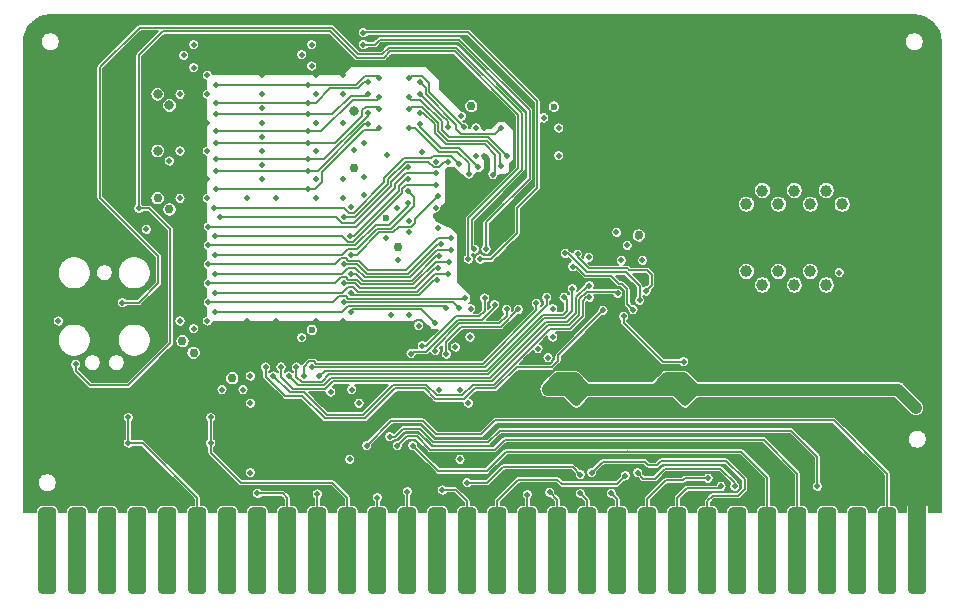
<source format=gbl>
G04 #@! TF.GenerationSoftware,KiCad,Pcbnew,(5.1.5-0-10_14)*
G04 #@! TF.CreationDate,2020-08-04T18:57:18-04:00*
G04 #@! TF.ProjectId,RAM2E,52414d32-452e-46b6-9963-61645f706362,1.1*
G04 #@! TF.SameCoordinates,Original*
G04 #@! TF.FileFunction,Copper,L4,Bot*
G04 #@! TF.FilePolarity,Positive*
%FSLAX46Y46*%
G04 Gerber Fmt 4.6, Leading zero omitted, Abs format (unit mm)*
G04 Created by KiCad (PCBNEW (5.1.5-0-10_14)) date 2020-08-04 18:57:18*
%MOMM*%
%LPD*%
G04 APERTURE LIST*
%ADD10C,2.000000*%
%ADD11C,0.100000*%
%ADD12C,0.500000*%
%ADD13C,0.762000*%
%ADD14C,1.000000*%
%ADD15C,0.600000*%
%ADD16C,0.800000*%
%ADD17C,0.508000*%
%ADD18C,0.508000*%
%ADD19C,1.000000*%
%ADD20C,0.500000*%
%ADD21C,1.524000*%
%ADD22C,0.150000*%
%ADD23C,0.152400*%
G04 APERTURE END LIST*
D10*
X274320000Y-128397000D03*
G04 #@! TA.AperFunction,SMDPad,CuDef*
D11*
G36*
X201078345Y-131613835D02*
G01*
X201115329Y-131619321D01*
X201151598Y-131628406D01*
X201186802Y-131641002D01*
X201220602Y-131656988D01*
X201252672Y-131676210D01*
X201282704Y-131698483D01*
X201310408Y-131723592D01*
X201335517Y-131751296D01*
X201357790Y-131781328D01*
X201377012Y-131813398D01*
X201392998Y-131847198D01*
X201405594Y-131882402D01*
X201414679Y-131918671D01*
X201420165Y-131955655D01*
X201422000Y-131993000D01*
X201422000Y-138571000D01*
X201420165Y-138608345D01*
X201414679Y-138645329D01*
X201405594Y-138681598D01*
X201392998Y-138716802D01*
X201377012Y-138750602D01*
X201357790Y-138782672D01*
X201335517Y-138812704D01*
X201310408Y-138840408D01*
X201282704Y-138865517D01*
X201252672Y-138887790D01*
X201220602Y-138907012D01*
X201186802Y-138922998D01*
X201151598Y-138935594D01*
X201115329Y-138944679D01*
X201078345Y-138950165D01*
X201041000Y-138952000D01*
X200279000Y-138952000D01*
X200241655Y-138950165D01*
X200204671Y-138944679D01*
X200168402Y-138935594D01*
X200133198Y-138922998D01*
X200099398Y-138907012D01*
X200067328Y-138887790D01*
X200037296Y-138865517D01*
X200009592Y-138840408D01*
X199984483Y-138812704D01*
X199962210Y-138782672D01*
X199942988Y-138750602D01*
X199927002Y-138716802D01*
X199914406Y-138681598D01*
X199905321Y-138645329D01*
X199899835Y-138608345D01*
X199898000Y-138571000D01*
X199898000Y-131993000D01*
X199899835Y-131955655D01*
X199905321Y-131918671D01*
X199914406Y-131882402D01*
X199927002Y-131847198D01*
X199942988Y-131813398D01*
X199962210Y-131781328D01*
X199984483Y-131751296D01*
X200009592Y-131723592D01*
X200037296Y-131698483D01*
X200067328Y-131676210D01*
X200099398Y-131656988D01*
X200133198Y-131641002D01*
X200168402Y-131628406D01*
X200204671Y-131619321D01*
X200241655Y-131613835D01*
X200279000Y-131612000D01*
X201041000Y-131612000D01*
X201078345Y-131613835D01*
G37*
G04 #@! TD.AperFunction*
G04 #@! TA.AperFunction,SMDPad,CuDef*
G36*
X203618345Y-131613835D02*
G01*
X203655329Y-131619321D01*
X203691598Y-131628406D01*
X203726802Y-131641002D01*
X203760602Y-131656988D01*
X203792672Y-131676210D01*
X203822704Y-131698483D01*
X203850408Y-131723592D01*
X203875517Y-131751296D01*
X203897790Y-131781328D01*
X203917012Y-131813398D01*
X203932998Y-131847198D01*
X203945594Y-131882402D01*
X203954679Y-131918671D01*
X203960165Y-131955655D01*
X203962000Y-131993000D01*
X203962000Y-138571000D01*
X203960165Y-138608345D01*
X203954679Y-138645329D01*
X203945594Y-138681598D01*
X203932998Y-138716802D01*
X203917012Y-138750602D01*
X203897790Y-138782672D01*
X203875517Y-138812704D01*
X203850408Y-138840408D01*
X203822704Y-138865517D01*
X203792672Y-138887790D01*
X203760602Y-138907012D01*
X203726802Y-138922998D01*
X203691598Y-138935594D01*
X203655329Y-138944679D01*
X203618345Y-138950165D01*
X203581000Y-138952000D01*
X202819000Y-138952000D01*
X202781655Y-138950165D01*
X202744671Y-138944679D01*
X202708402Y-138935594D01*
X202673198Y-138922998D01*
X202639398Y-138907012D01*
X202607328Y-138887790D01*
X202577296Y-138865517D01*
X202549592Y-138840408D01*
X202524483Y-138812704D01*
X202502210Y-138782672D01*
X202482988Y-138750602D01*
X202467002Y-138716802D01*
X202454406Y-138681598D01*
X202445321Y-138645329D01*
X202439835Y-138608345D01*
X202438000Y-138571000D01*
X202438000Y-131993000D01*
X202439835Y-131955655D01*
X202445321Y-131918671D01*
X202454406Y-131882402D01*
X202467002Y-131847198D01*
X202482988Y-131813398D01*
X202502210Y-131781328D01*
X202524483Y-131751296D01*
X202549592Y-131723592D01*
X202577296Y-131698483D01*
X202607328Y-131676210D01*
X202639398Y-131656988D01*
X202673198Y-131641002D01*
X202708402Y-131628406D01*
X202744671Y-131619321D01*
X202781655Y-131613835D01*
X202819000Y-131612000D01*
X203581000Y-131612000D01*
X203618345Y-131613835D01*
G37*
G04 #@! TD.AperFunction*
G04 #@! TA.AperFunction,SMDPad,CuDef*
G36*
X206158345Y-131613835D02*
G01*
X206195329Y-131619321D01*
X206231598Y-131628406D01*
X206266802Y-131641002D01*
X206300602Y-131656988D01*
X206332672Y-131676210D01*
X206362704Y-131698483D01*
X206390408Y-131723592D01*
X206415517Y-131751296D01*
X206437790Y-131781328D01*
X206457012Y-131813398D01*
X206472998Y-131847198D01*
X206485594Y-131882402D01*
X206494679Y-131918671D01*
X206500165Y-131955655D01*
X206502000Y-131993000D01*
X206502000Y-138571000D01*
X206500165Y-138608345D01*
X206494679Y-138645329D01*
X206485594Y-138681598D01*
X206472998Y-138716802D01*
X206457012Y-138750602D01*
X206437790Y-138782672D01*
X206415517Y-138812704D01*
X206390408Y-138840408D01*
X206362704Y-138865517D01*
X206332672Y-138887790D01*
X206300602Y-138907012D01*
X206266802Y-138922998D01*
X206231598Y-138935594D01*
X206195329Y-138944679D01*
X206158345Y-138950165D01*
X206121000Y-138952000D01*
X205359000Y-138952000D01*
X205321655Y-138950165D01*
X205284671Y-138944679D01*
X205248402Y-138935594D01*
X205213198Y-138922998D01*
X205179398Y-138907012D01*
X205147328Y-138887790D01*
X205117296Y-138865517D01*
X205089592Y-138840408D01*
X205064483Y-138812704D01*
X205042210Y-138782672D01*
X205022988Y-138750602D01*
X205007002Y-138716802D01*
X204994406Y-138681598D01*
X204985321Y-138645329D01*
X204979835Y-138608345D01*
X204978000Y-138571000D01*
X204978000Y-131993000D01*
X204979835Y-131955655D01*
X204985321Y-131918671D01*
X204994406Y-131882402D01*
X205007002Y-131847198D01*
X205022988Y-131813398D01*
X205042210Y-131781328D01*
X205064483Y-131751296D01*
X205089592Y-131723592D01*
X205117296Y-131698483D01*
X205147328Y-131676210D01*
X205179398Y-131656988D01*
X205213198Y-131641002D01*
X205248402Y-131628406D01*
X205284671Y-131619321D01*
X205321655Y-131613835D01*
X205359000Y-131612000D01*
X206121000Y-131612000D01*
X206158345Y-131613835D01*
G37*
G04 #@! TD.AperFunction*
G04 #@! TA.AperFunction,SMDPad,CuDef*
G36*
X208698345Y-131613835D02*
G01*
X208735329Y-131619321D01*
X208771598Y-131628406D01*
X208806802Y-131641002D01*
X208840602Y-131656988D01*
X208872672Y-131676210D01*
X208902704Y-131698483D01*
X208930408Y-131723592D01*
X208955517Y-131751296D01*
X208977790Y-131781328D01*
X208997012Y-131813398D01*
X209012998Y-131847198D01*
X209025594Y-131882402D01*
X209034679Y-131918671D01*
X209040165Y-131955655D01*
X209042000Y-131993000D01*
X209042000Y-138571000D01*
X209040165Y-138608345D01*
X209034679Y-138645329D01*
X209025594Y-138681598D01*
X209012998Y-138716802D01*
X208997012Y-138750602D01*
X208977790Y-138782672D01*
X208955517Y-138812704D01*
X208930408Y-138840408D01*
X208902704Y-138865517D01*
X208872672Y-138887790D01*
X208840602Y-138907012D01*
X208806802Y-138922998D01*
X208771598Y-138935594D01*
X208735329Y-138944679D01*
X208698345Y-138950165D01*
X208661000Y-138952000D01*
X207899000Y-138952000D01*
X207861655Y-138950165D01*
X207824671Y-138944679D01*
X207788402Y-138935594D01*
X207753198Y-138922998D01*
X207719398Y-138907012D01*
X207687328Y-138887790D01*
X207657296Y-138865517D01*
X207629592Y-138840408D01*
X207604483Y-138812704D01*
X207582210Y-138782672D01*
X207562988Y-138750602D01*
X207547002Y-138716802D01*
X207534406Y-138681598D01*
X207525321Y-138645329D01*
X207519835Y-138608345D01*
X207518000Y-138571000D01*
X207518000Y-131993000D01*
X207519835Y-131955655D01*
X207525321Y-131918671D01*
X207534406Y-131882402D01*
X207547002Y-131847198D01*
X207562988Y-131813398D01*
X207582210Y-131781328D01*
X207604483Y-131751296D01*
X207629592Y-131723592D01*
X207657296Y-131698483D01*
X207687328Y-131676210D01*
X207719398Y-131656988D01*
X207753198Y-131641002D01*
X207788402Y-131628406D01*
X207824671Y-131619321D01*
X207861655Y-131613835D01*
X207899000Y-131612000D01*
X208661000Y-131612000D01*
X208698345Y-131613835D01*
G37*
G04 #@! TD.AperFunction*
G04 #@! TA.AperFunction,SMDPad,CuDef*
G36*
X211238345Y-131613835D02*
G01*
X211275329Y-131619321D01*
X211311598Y-131628406D01*
X211346802Y-131641002D01*
X211380602Y-131656988D01*
X211412672Y-131676210D01*
X211442704Y-131698483D01*
X211470408Y-131723592D01*
X211495517Y-131751296D01*
X211517790Y-131781328D01*
X211537012Y-131813398D01*
X211552998Y-131847198D01*
X211565594Y-131882402D01*
X211574679Y-131918671D01*
X211580165Y-131955655D01*
X211582000Y-131993000D01*
X211582000Y-138571000D01*
X211580165Y-138608345D01*
X211574679Y-138645329D01*
X211565594Y-138681598D01*
X211552998Y-138716802D01*
X211537012Y-138750602D01*
X211517790Y-138782672D01*
X211495517Y-138812704D01*
X211470408Y-138840408D01*
X211442704Y-138865517D01*
X211412672Y-138887790D01*
X211380602Y-138907012D01*
X211346802Y-138922998D01*
X211311598Y-138935594D01*
X211275329Y-138944679D01*
X211238345Y-138950165D01*
X211201000Y-138952000D01*
X210439000Y-138952000D01*
X210401655Y-138950165D01*
X210364671Y-138944679D01*
X210328402Y-138935594D01*
X210293198Y-138922998D01*
X210259398Y-138907012D01*
X210227328Y-138887790D01*
X210197296Y-138865517D01*
X210169592Y-138840408D01*
X210144483Y-138812704D01*
X210122210Y-138782672D01*
X210102988Y-138750602D01*
X210087002Y-138716802D01*
X210074406Y-138681598D01*
X210065321Y-138645329D01*
X210059835Y-138608345D01*
X210058000Y-138571000D01*
X210058000Y-131993000D01*
X210059835Y-131955655D01*
X210065321Y-131918671D01*
X210074406Y-131882402D01*
X210087002Y-131847198D01*
X210102988Y-131813398D01*
X210122210Y-131781328D01*
X210144483Y-131751296D01*
X210169592Y-131723592D01*
X210197296Y-131698483D01*
X210227328Y-131676210D01*
X210259398Y-131656988D01*
X210293198Y-131641002D01*
X210328402Y-131628406D01*
X210364671Y-131619321D01*
X210401655Y-131613835D01*
X210439000Y-131612000D01*
X211201000Y-131612000D01*
X211238345Y-131613835D01*
G37*
G04 #@! TD.AperFunction*
G04 #@! TA.AperFunction,SMDPad,CuDef*
G36*
X213778345Y-131613835D02*
G01*
X213815329Y-131619321D01*
X213851598Y-131628406D01*
X213886802Y-131641002D01*
X213920602Y-131656988D01*
X213952672Y-131676210D01*
X213982704Y-131698483D01*
X214010408Y-131723592D01*
X214035517Y-131751296D01*
X214057790Y-131781328D01*
X214077012Y-131813398D01*
X214092998Y-131847198D01*
X214105594Y-131882402D01*
X214114679Y-131918671D01*
X214120165Y-131955655D01*
X214122000Y-131993000D01*
X214122000Y-138571000D01*
X214120165Y-138608345D01*
X214114679Y-138645329D01*
X214105594Y-138681598D01*
X214092998Y-138716802D01*
X214077012Y-138750602D01*
X214057790Y-138782672D01*
X214035517Y-138812704D01*
X214010408Y-138840408D01*
X213982704Y-138865517D01*
X213952672Y-138887790D01*
X213920602Y-138907012D01*
X213886802Y-138922998D01*
X213851598Y-138935594D01*
X213815329Y-138944679D01*
X213778345Y-138950165D01*
X213741000Y-138952000D01*
X212979000Y-138952000D01*
X212941655Y-138950165D01*
X212904671Y-138944679D01*
X212868402Y-138935594D01*
X212833198Y-138922998D01*
X212799398Y-138907012D01*
X212767328Y-138887790D01*
X212737296Y-138865517D01*
X212709592Y-138840408D01*
X212684483Y-138812704D01*
X212662210Y-138782672D01*
X212642988Y-138750602D01*
X212627002Y-138716802D01*
X212614406Y-138681598D01*
X212605321Y-138645329D01*
X212599835Y-138608345D01*
X212598000Y-138571000D01*
X212598000Y-131993000D01*
X212599835Y-131955655D01*
X212605321Y-131918671D01*
X212614406Y-131882402D01*
X212627002Y-131847198D01*
X212642988Y-131813398D01*
X212662210Y-131781328D01*
X212684483Y-131751296D01*
X212709592Y-131723592D01*
X212737296Y-131698483D01*
X212767328Y-131676210D01*
X212799398Y-131656988D01*
X212833198Y-131641002D01*
X212868402Y-131628406D01*
X212904671Y-131619321D01*
X212941655Y-131613835D01*
X212979000Y-131612000D01*
X213741000Y-131612000D01*
X213778345Y-131613835D01*
G37*
G04 #@! TD.AperFunction*
G04 #@! TA.AperFunction,SMDPad,CuDef*
G36*
X216318345Y-131613835D02*
G01*
X216355329Y-131619321D01*
X216391598Y-131628406D01*
X216426802Y-131641002D01*
X216460602Y-131656988D01*
X216492672Y-131676210D01*
X216522704Y-131698483D01*
X216550408Y-131723592D01*
X216575517Y-131751296D01*
X216597790Y-131781328D01*
X216617012Y-131813398D01*
X216632998Y-131847198D01*
X216645594Y-131882402D01*
X216654679Y-131918671D01*
X216660165Y-131955655D01*
X216662000Y-131993000D01*
X216662000Y-138571000D01*
X216660165Y-138608345D01*
X216654679Y-138645329D01*
X216645594Y-138681598D01*
X216632998Y-138716802D01*
X216617012Y-138750602D01*
X216597790Y-138782672D01*
X216575517Y-138812704D01*
X216550408Y-138840408D01*
X216522704Y-138865517D01*
X216492672Y-138887790D01*
X216460602Y-138907012D01*
X216426802Y-138922998D01*
X216391598Y-138935594D01*
X216355329Y-138944679D01*
X216318345Y-138950165D01*
X216281000Y-138952000D01*
X215519000Y-138952000D01*
X215481655Y-138950165D01*
X215444671Y-138944679D01*
X215408402Y-138935594D01*
X215373198Y-138922998D01*
X215339398Y-138907012D01*
X215307328Y-138887790D01*
X215277296Y-138865517D01*
X215249592Y-138840408D01*
X215224483Y-138812704D01*
X215202210Y-138782672D01*
X215182988Y-138750602D01*
X215167002Y-138716802D01*
X215154406Y-138681598D01*
X215145321Y-138645329D01*
X215139835Y-138608345D01*
X215138000Y-138571000D01*
X215138000Y-131993000D01*
X215139835Y-131955655D01*
X215145321Y-131918671D01*
X215154406Y-131882402D01*
X215167002Y-131847198D01*
X215182988Y-131813398D01*
X215202210Y-131781328D01*
X215224483Y-131751296D01*
X215249592Y-131723592D01*
X215277296Y-131698483D01*
X215307328Y-131676210D01*
X215339398Y-131656988D01*
X215373198Y-131641002D01*
X215408402Y-131628406D01*
X215444671Y-131619321D01*
X215481655Y-131613835D01*
X215519000Y-131612000D01*
X216281000Y-131612000D01*
X216318345Y-131613835D01*
G37*
G04 #@! TD.AperFunction*
G04 #@! TA.AperFunction,SMDPad,CuDef*
G36*
X218858345Y-131613835D02*
G01*
X218895329Y-131619321D01*
X218931598Y-131628406D01*
X218966802Y-131641002D01*
X219000602Y-131656988D01*
X219032672Y-131676210D01*
X219062704Y-131698483D01*
X219090408Y-131723592D01*
X219115517Y-131751296D01*
X219137790Y-131781328D01*
X219157012Y-131813398D01*
X219172998Y-131847198D01*
X219185594Y-131882402D01*
X219194679Y-131918671D01*
X219200165Y-131955655D01*
X219202000Y-131993000D01*
X219202000Y-138571000D01*
X219200165Y-138608345D01*
X219194679Y-138645329D01*
X219185594Y-138681598D01*
X219172998Y-138716802D01*
X219157012Y-138750602D01*
X219137790Y-138782672D01*
X219115517Y-138812704D01*
X219090408Y-138840408D01*
X219062704Y-138865517D01*
X219032672Y-138887790D01*
X219000602Y-138907012D01*
X218966802Y-138922998D01*
X218931598Y-138935594D01*
X218895329Y-138944679D01*
X218858345Y-138950165D01*
X218821000Y-138952000D01*
X218059000Y-138952000D01*
X218021655Y-138950165D01*
X217984671Y-138944679D01*
X217948402Y-138935594D01*
X217913198Y-138922998D01*
X217879398Y-138907012D01*
X217847328Y-138887790D01*
X217817296Y-138865517D01*
X217789592Y-138840408D01*
X217764483Y-138812704D01*
X217742210Y-138782672D01*
X217722988Y-138750602D01*
X217707002Y-138716802D01*
X217694406Y-138681598D01*
X217685321Y-138645329D01*
X217679835Y-138608345D01*
X217678000Y-138571000D01*
X217678000Y-131993000D01*
X217679835Y-131955655D01*
X217685321Y-131918671D01*
X217694406Y-131882402D01*
X217707002Y-131847198D01*
X217722988Y-131813398D01*
X217742210Y-131781328D01*
X217764483Y-131751296D01*
X217789592Y-131723592D01*
X217817296Y-131698483D01*
X217847328Y-131676210D01*
X217879398Y-131656988D01*
X217913198Y-131641002D01*
X217948402Y-131628406D01*
X217984671Y-131619321D01*
X218021655Y-131613835D01*
X218059000Y-131612000D01*
X218821000Y-131612000D01*
X218858345Y-131613835D01*
G37*
G04 #@! TD.AperFunction*
G04 #@! TA.AperFunction,SMDPad,CuDef*
G36*
X221398345Y-131613835D02*
G01*
X221435329Y-131619321D01*
X221471598Y-131628406D01*
X221506802Y-131641002D01*
X221540602Y-131656988D01*
X221572672Y-131676210D01*
X221602704Y-131698483D01*
X221630408Y-131723592D01*
X221655517Y-131751296D01*
X221677790Y-131781328D01*
X221697012Y-131813398D01*
X221712998Y-131847198D01*
X221725594Y-131882402D01*
X221734679Y-131918671D01*
X221740165Y-131955655D01*
X221742000Y-131993000D01*
X221742000Y-138571000D01*
X221740165Y-138608345D01*
X221734679Y-138645329D01*
X221725594Y-138681598D01*
X221712998Y-138716802D01*
X221697012Y-138750602D01*
X221677790Y-138782672D01*
X221655517Y-138812704D01*
X221630408Y-138840408D01*
X221602704Y-138865517D01*
X221572672Y-138887790D01*
X221540602Y-138907012D01*
X221506802Y-138922998D01*
X221471598Y-138935594D01*
X221435329Y-138944679D01*
X221398345Y-138950165D01*
X221361000Y-138952000D01*
X220599000Y-138952000D01*
X220561655Y-138950165D01*
X220524671Y-138944679D01*
X220488402Y-138935594D01*
X220453198Y-138922998D01*
X220419398Y-138907012D01*
X220387328Y-138887790D01*
X220357296Y-138865517D01*
X220329592Y-138840408D01*
X220304483Y-138812704D01*
X220282210Y-138782672D01*
X220262988Y-138750602D01*
X220247002Y-138716802D01*
X220234406Y-138681598D01*
X220225321Y-138645329D01*
X220219835Y-138608345D01*
X220218000Y-138571000D01*
X220218000Y-131993000D01*
X220219835Y-131955655D01*
X220225321Y-131918671D01*
X220234406Y-131882402D01*
X220247002Y-131847198D01*
X220262988Y-131813398D01*
X220282210Y-131781328D01*
X220304483Y-131751296D01*
X220329592Y-131723592D01*
X220357296Y-131698483D01*
X220387328Y-131676210D01*
X220419398Y-131656988D01*
X220453198Y-131641002D01*
X220488402Y-131628406D01*
X220524671Y-131619321D01*
X220561655Y-131613835D01*
X220599000Y-131612000D01*
X221361000Y-131612000D01*
X221398345Y-131613835D01*
G37*
G04 #@! TD.AperFunction*
G04 #@! TA.AperFunction,SMDPad,CuDef*
G36*
X223938345Y-131613835D02*
G01*
X223975329Y-131619321D01*
X224011598Y-131628406D01*
X224046802Y-131641002D01*
X224080602Y-131656988D01*
X224112672Y-131676210D01*
X224142704Y-131698483D01*
X224170408Y-131723592D01*
X224195517Y-131751296D01*
X224217790Y-131781328D01*
X224237012Y-131813398D01*
X224252998Y-131847198D01*
X224265594Y-131882402D01*
X224274679Y-131918671D01*
X224280165Y-131955655D01*
X224282000Y-131993000D01*
X224282000Y-138571000D01*
X224280165Y-138608345D01*
X224274679Y-138645329D01*
X224265594Y-138681598D01*
X224252998Y-138716802D01*
X224237012Y-138750602D01*
X224217790Y-138782672D01*
X224195517Y-138812704D01*
X224170408Y-138840408D01*
X224142704Y-138865517D01*
X224112672Y-138887790D01*
X224080602Y-138907012D01*
X224046802Y-138922998D01*
X224011598Y-138935594D01*
X223975329Y-138944679D01*
X223938345Y-138950165D01*
X223901000Y-138952000D01*
X223139000Y-138952000D01*
X223101655Y-138950165D01*
X223064671Y-138944679D01*
X223028402Y-138935594D01*
X222993198Y-138922998D01*
X222959398Y-138907012D01*
X222927328Y-138887790D01*
X222897296Y-138865517D01*
X222869592Y-138840408D01*
X222844483Y-138812704D01*
X222822210Y-138782672D01*
X222802988Y-138750602D01*
X222787002Y-138716802D01*
X222774406Y-138681598D01*
X222765321Y-138645329D01*
X222759835Y-138608345D01*
X222758000Y-138571000D01*
X222758000Y-131993000D01*
X222759835Y-131955655D01*
X222765321Y-131918671D01*
X222774406Y-131882402D01*
X222787002Y-131847198D01*
X222802988Y-131813398D01*
X222822210Y-131781328D01*
X222844483Y-131751296D01*
X222869592Y-131723592D01*
X222897296Y-131698483D01*
X222927328Y-131676210D01*
X222959398Y-131656988D01*
X222993198Y-131641002D01*
X223028402Y-131628406D01*
X223064671Y-131619321D01*
X223101655Y-131613835D01*
X223139000Y-131612000D01*
X223901000Y-131612000D01*
X223938345Y-131613835D01*
G37*
G04 #@! TD.AperFunction*
G04 #@! TA.AperFunction,SMDPad,CuDef*
G36*
X226478345Y-131613835D02*
G01*
X226515329Y-131619321D01*
X226551598Y-131628406D01*
X226586802Y-131641002D01*
X226620602Y-131656988D01*
X226652672Y-131676210D01*
X226682704Y-131698483D01*
X226710408Y-131723592D01*
X226735517Y-131751296D01*
X226757790Y-131781328D01*
X226777012Y-131813398D01*
X226792998Y-131847198D01*
X226805594Y-131882402D01*
X226814679Y-131918671D01*
X226820165Y-131955655D01*
X226822000Y-131993000D01*
X226822000Y-138571000D01*
X226820165Y-138608345D01*
X226814679Y-138645329D01*
X226805594Y-138681598D01*
X226792998Y-138716802D01*
X226777012Y-138750602D01*
X226757790Y-138782672D01*
X226735517Y-138812704D01*
X226710408Y-138840408D01*
X226682704Y-138865517D01*
X226652672Y-138887790D01*
X226620602Y-138907012D01*
X226586802Y-138922998D01*
X226551598Y-138935594D01*
X226515329Y-138944679D01*
X226478345Y-138950165D01*
X226441000Y-138952000D01*
X225679000Y-138952000D01*
X225641655Y-138950165D01*
X225604671Y-138944679D01*
X225568402Y-138935594D01*
X225533198Y-138922998D01*
X225499398Y-138907012D01*
X225467328Y-138887790D01*
X225437296Y-138865517D01*
X225409592Y-138840408D01*
X225384483Y-138812704D01*
X225362210Y-138782672D01*
X225342988Y-138750602D01*
X225327002Y-138716802D01*
X225314406Y-138681598D01*
X225305321Y-138645329D01*
X225299835Y-138608345D01*
X225298000Y-138571000D01*
X225298000Y-131993000D01*
X225299835Y-131955655D01*
X225305321Y-131918671D01*
X225314406Y-131882402D01*
X225327002Y-131847198D01*
X225342988Y-131813398D01*
X225362210Y-131781328D01*
X225384483Y-131751296D01*
X225409592Y-131723592D01*
X225437296Y-131698483D01*
X225467328Y-131676210D01*
X225499398Y-131656988D01*
X225533198Y-131641002D01*
X225568402Y-131628406D01*
X225604671Y-131619321D01*
X225641655Y-131613835D01*
X225679000Y-131612000D01*
X226441000Y-131612000D01*
X226478345Y-131613835D01*
G37*
G04 #@! TD.AperFunction*
G04 #@! TA.AperFunction,SMDPad,CuDef*
G36*
X229018345Y-131613835D02*
G01*
X229055329Y-131619321D01*
X229091598Y-131628406D01*
X229126802Y-131641002D01*
X229160602Y-131656988D01*
X229192672Y-131676210D01*
X229222704Y-131698483D01*
X229250408Y-131723592D01*
X229275517Y-131751296D01*
X229297790Y-131781328D01*
X229317012Y-131813398D01*
X229332998Y-131847198D01*
X229345594Y-131882402D01*
X229354679Y-131918671D01*
X229360165Y-131955655D01*
X229362000Y-131993000D01*
X229362000Y-138571000D01*
X229360165Y-138608345D01*
X229354679Y-138645329D01*
X229345594Y-138681598D01*
X229332998Y-138716802D01*
X229317012Y-138750602D01*
X229297790Y-138782672D01*
X229275517Y-138812704D01*
X229250408Y-138840408D01*
X229222704Y-138865517D01*
X229192672Y-138887790D01*
X229160602Y-138907012D01*
X229126802Y-138922998D01*
X229091598Y-138935594D01*
X229055329Y-138944679D01*
X229018345Y-138950165D01*
X228981000Y-138952000D01*
X228219000Y-138952000D01*
X228181655Y-138950165D01*
X228144671Y-138944679D01*
X228108402Y-138935594D01*
X228073198Y-138922998D01*
X228039398Y-138907012D01*
X228007328Y-138887790D01*
X227977296Y-138865517D01*
X227949592Y-138840408D01*
X227924483Y-138812704D01*
X227902210Y-138782672D01*
X227882988Y-138750602D01*
X227867002Y-138716802D01*
X227854406Y-138681598D01*
X227845321Y-138645329D01*
X227839835Y-138608345D01*
X227838000Y-138571000D01*
X227838000Y-131993000D01*
X227839835Y-131955655D01*
X227845321Y-131918671D01*
X227854406Y-131882402D01*
X227867002Y-131847198D01*
X227882988Y-131813398D01*
X227902210Y-131781328D01*
X227924483Y-131751296D01*
X227949592Y-131723592D01*
X227977296Y-131698483D01*
X228007328Y-131676210D01*
X228039398Y-131656988D01*
X228073198Y-131641002D01*
X228108402Y-131628406D01*
X228144671Y-131619321D01*
X228181655Y-131613835D01*
X228219000Y-131612000D01*
X228981000Y-131612000D01*
X229018345Y-131613835D01*
G37*
G04 #@! TD.AperFunction*
G04 #@! TA.AperFunction,SMDPad,CuDef*
G36*
X231558345Y-131613835D02*
G01*
X231595329Y-131619321D01*
X231631598Y-131628406D01*
X231666802Y-131641002D01*
X231700602Y-131656988D01*
X231732672Y-131676210D01*
X231762704Y-131698483D01*
X231790408Y-131723592D01*
X231815517Y-131751296D01*
X231837790Y-131781328D01*
X231857012Y-131813398D01*
X231872998Y-131847198D01*
X231885594Y-131882402D01*
X231894679Y-131918671D01*
X231900165Y-131955655D01*
X231902000Y-131993000D01*
X231902000Y-138571000D01*
X231900165Y-138608345D01*
X231894679Y-138645329D01*
X231885594Y-138681598D01*
X231872998Y-138716802D01*
X231857012Y-138750602D01*
X231837790Y-138782672D01*
X231815517Y-138812704D01*
X231790408Y-138840408D01*
X231762704Y-138865517D01*
X231732672Y-138887790D01*
X231700602Y-138907012D01*
X231666802Y-138922998D01*
X231631598Y-138935594D01*
X231595329Y-138944679D01*
X231558345Y-138950165D01*
X231521000Y-138952000D01*
X230759000Y-138952000D01*
X230721655Y-138950165D01*
X230684671Y-138944679D01*
X230648402Y-138935594D01*
X230613198Y-138922998D01*
X230579398Y-138907012D01*
X230547328Y-138887790D01*
X230517296Y-138865517D01*
X230489592Y-138840408D01*
X230464483Y-138812704D01*
X230442210Y-138782672D01*
X230422988Y-138750602D01*
X230407002Y-138716802D01*
X230394406Y-138681598D01*
X230385321Y-138645329D01*
X230379835Y-138608345D01*
X230378000Y-138571000D01*
X230378000Y-131993000D01*
X230379835Y-131955655D01*
X230385321Y-131918671D01*
X230394406Y-131882402D01*
X230407002Y-131847198D01*
X230422988Y-131813398D01*
X230442210Y-131781328D01*
X230464483Y-131751296D01*
X230489592Y-131723592D01*
X230517296Y-131698483D01*
X230547328Y-131676210D01*
X230579398Y-131656988D01*
X230613198Y-131641002D01*
X230648402Y-131628406D01*
X230684671Y-131619321D01*
X230721655Y-131613835D01*
X230759000Y-131612000D01*
X231521000Y-131612000D01*
X231558345Y-131613835D01*
G37*
G04 #@! TD.AperFunction*
G04 #@! TA.AperFunction,SMDPad,CuDef*
G36*
X234098345Y-131613835D02*
G01*
X234135329Y-131619321D01*
X234171598Y-131628406D01*
X234206802Y-131641002D01*
X234240602Y-131656988D01*
X234272672Y-131676210D01*
X234302704Y-131698483D01*
X234330408Y-131723592D01*
X234355517Y-131751296D01*
X234377790Y-131781328D01*
X234397012Y-131813398D01*
X234412998Y-131847198D01*
X234425594Y-131882402D01*
X234434679Y-131918671D01*
X234440165Y-131955655D01*
X234442000Y-131993000D01*
X234442000Y-138571000D01*
X234440165Y-138608345D01*
X234434679Y-138645329D01*
X234425594Y-138681598D01*
X234412998Y-138716802D01*
X234397012Y-138750602D01*
X234377790Y-138782672D01*
X234355517Y-138812704D01*
X234330408Y-138840408D01*
X234302704Y-138865517D01*
X234272672Y-138887790D01*
X234240602Y-138907012D01*
X234206802Y-138922998D01*
X234171598Y-138935594D01*
X234135329Y-138944679D01*
X234098345Y-138950165D01*
X234061000Y-138952000D01*
X233299000Y-138952000D01*
X233261655Y-138950165D01*
X233224671Y-138944679D01*
X233188402Y-138935594D01*
X233153198Y-138922998D01*
X233119398Y-138907012D01*
X233087328Y-138887790D01*
X233057296Y-138865517D01*
X233029592Y-138840408D01*
X233004483Y-138812704D01*
X232982210Y-138782672D01*
X232962988Y-138750602D01*
X232947002Y-138716802D01*
X232934406Y-138681598D01*
X232925321Y-138645329D01*
X232919835Y-138608345D01*
X232918000Y-138571000D01*
X232918000Y-131993000D01*
X232919835Y-131955655D01*
X232925321Y-131918671D01*
X232934406Y-131882402D01*
X232947002Y-131847198D01*
X232962988Y-131813398D01*
X232982210Y-131781328D01*
X233004483Y-131751296D01*
X233029592Y-131723592D01*
X233057296Y-131698483D01*
X233087328Y-131676210D01*
X233119398Y-131656988D01*
X233153198Y-131641002D01*
X233188402Y-131628406D01*
X233224671Y-131619321D01*
X233261655Y-131613835D01*
X233299000Y-131612000D01*
X234061000Y-131612000D01*
X234098345Y-131613835D01*
G37*
G04 #@! TD.AperFunction*
G04 #@! TA.AperFunction,SMDPad,CuDef*
G36*
X236638345Y-131613835D02*
G01*
X236675329Y-131619321D01*
X236711598Y-131628406D01*
X236746802Y-131641002D01*
X236780602Y-131656988D01*
X236812672Y-131676210D01*
X236842704Y-131698483D01*
X236870408Y-131723592D01*
X236895517Y-131751296D01*
X236917790Y-131781328D01*
X236937012Y-131813398D01*
X236952998Y-131847198D01*
X236965594Y-131882402D01*
X236974679Y-131918671D01*
X236980165Y-131955655D01*
X236982000Y-131993000D01*
X236982000Y-138571000D01*
X236980165Y-138608345D01*
X236974679Y-138645329D01*
X236965594Y-138681598D01*
X236952998Y-138716802D01*
X236937012Y-138750602D01*
X236917790Y-138782672D01*
X236895517Y-138812704D01*
X236870408Y-138840408D01*
X236842704Y-138865517D01*
X236812672Y-138887790D01*
X236780602Y-138907012D01*
X236746802Y-138922998D01*
X236711598Y-138935594D01*
X236675329Y-138944679D01*
X236638345Y-138950165D01*
X236601000Y-138952000D01*
X235839000Y-138952000D01*
X235801655Y-138950165D01*
X235764671Y-138944679D01*
X235728402Y-138935594D01*
X235693198Y-138922998D01*
X235659398Y-138907012D01*
X235627328Y-138887790D01*
X235597296Y-138865517D01*
X235569592Y-138840408D01*
X235544483Y-138812704D01*
X235522210Y-138782672D01*
X235502988Y-138750602D01*
X235487002Y-138716802D01*
X235474406Y-138681598D01*
X235465321Y-138645329D01*
X235459835Y-138608345D01*
X235458000Y-138571000D01*
X235458000Y-131993000D01*
X235459835Y-131955655D01*
X235465321Y-131918671D01*
X235474406Y-131882402D01*
X235487002Y-131847198D01*
X235502988Y-131813398D01*
X235522210Y-131781328D01*
X235544483Y-131751296D01*
X235569592Y-131723592D01*
X235597296Y-131698483D01*
X235627328Y-131676210D01*
X235659398Y-131656988D01*
X235693198Y-131641002D01*
X235728402Y-131628406D01*
X235764671Y-131619321D01*
X235801655Y-131613835D01*
X235839000Y-131612000D01*
X236601000Y-131612000D01*
X236638345Y-131613835D01*
G37*
G04 #@! TD.AperFunction*
G04 #@! TA.AperFunction,SMDPad,CuDef*
G36*
X239178345Y-131613835D02*
G01*
X239215329Y-131619321D01*
X239251598Y-131628406D01*
X239286802Y-131641002D01*
X239320602Y-131656988D01*
X239352672Y-131676210D01*
X239382704Y-131698483D01*
X239410408Y-131723592D01*
X239435517Y-131751296D01*
X239457790Y-131781328D01*
X239477012Y-131813398D01*
X239492998Y-131847198D01*
X239505594Y-131882402D01*
X239514679Y-131918671D01*
X239520165Y-131955655D01*
X239522000Y-131993000D01*
X239522000Y-138571000D01*
X239520165Y-138608345D01*
X239514679Y-138645329D01*
X239505594Y-138681598D01*
X239492998Y-138716802D01*
X239477012Y-138750602D01*
X239457790Y-138782672D01*
X239435517Y-138812704D01*
X239410408Y-138840408D01*
X239382704Y-138865517D01*
X239352672Y-138887790D01*
X239320602Y-138907012D01*
X239286802Y-138922998D01*
X239251598Y-138935594D01*
X239215329Y-138944679D01*
X239178345Y-138950165D01*
X239141000Y-138952000D01*
X238379000Y-138952000D01*
X238341655Y-138950165D01*
X238304671Y-138944679D01*
X238268402Y-138935594D01*
X238233198Y-138922998D01*
X238199398Y-138907012D01*
X238167328Y-138887790D01*
X238137296Y-138865517D01*
X238109592Y-138840408D01*
X238084483Y-138812704D01*
X238062210Y-138782672D01*
X238042988Y-138750602D01*
X238027002Y-138716802D01*
X238014406Y-138681598D01*
X238005321Y-138645329D01*
X237999835Y-138608345D01*
X237998000Y-138571000D01*
X237998000Y-131993000D01*
X237999835Y-131955655D01*
X238005321Y-131918671D01*
X238014406Y-131882402D01*
X238027002Y-131847198D01*
X238042988Y-131813398D01*
X238062210Y-131781328D01*
X238084483Y-131751296D01*
X238109592Y-131723592D01*
X238137296Y-131698483D01*
X238167328Y-131676210D01*
X238199398Y-131656988D01*
X238233198Y-131641002D01*
X238268402Y-131628406D01*
X238304671Y-131619321D01*
X238341655Y-131613835D01*
X238379000Y-131612000D01*
X239141000Y-131612000D01*
X239178345Y-131613835D01*
G37*
G04 #@! TD.AperFunction*
G04 #@! TA.AperFunction,SMDPad,CuDef*
G36*
X241718345Y-131613835D02*
G01*
X241755329Y-131619321D01*
X241791598Y-131628406D01*
X241826802Y-131641002D01*
X241860602Y-131656988D01*
X241892672Y-131676210D01*
X241922704Y-131698483D01*
X241950408Y-131723592D01*
X241975517Y-131751296D01*
X241997790Y-131781328D01*
X242017012Y-131813398D01*
X242032998Y-131847198D01*
X242045594Y-131882402D01*
X242054679Y-131918671D01*
X242060165Y-131955655D01*
X242062000Y-131993000D01*
X242062000Y-138571000D01*
X242060165Y-138608345D01*
X242054679Y-138645329D01*
X242045594Y-138681598D01*
X242032998Y-138716802D01*
X242017012Y-138750602D01*
X241997790Y-138782672D01*
X241975517Y-138812704D01*
X241950408Y-138840408D01*
X241922704Y-138865517D01*
X241892672Y-138887790D01*
X241860602Y-138907012D01*
X241826802Y-138922998D01*
X241791598Y-138935594D01*
X241755329Y-138944679D01*
X241718345Y-138950165D01*
X241681000Y-138952000D01*
X240919000Y-138952000D01*
X240881655Y-138950165D01*
X240844671Y-138944679D01*
X240808402Y-138935594D01*
X240773198Y-138922998D01*
X240739398Y-138907012D01*
X240707328Y-138887790D01*
X240677296Y-138865517D01*
X240649592Y-138840408D01*
X240624483Y-138812704D01*
X240602210Y-138782672D01*
X240582988Y-138750602D01*
X240567002Y-138716802D01*
X240554406Y-138681598D01*
X240545321Y-138645329D01*
X240539835Y-138608345D01*
X240538000Y-138571000D01*
X240538000Y-131993000D01*
X240539835Y-131955655D01*
X240545321Y-131918671D01*
X240554406Y-131882402D01*
X240567002Y-131847198D01*
X240582988Y-131813398D01*
X240602210Y-131781328D01*
X240624483Y-131751296D01*
X240649592Y-131723592D01*
X240677296Y-131698483D01*
X240707328Y-131676210D01*
X240739398Y-131656988D01*
X240773198Y-131641002D01*
X240808402Y-131628406D01*
X240844671Y-131619321D01*
X240881655Y-131613835D01*
X240919000Y-131612000D01*
X241681000Y-131612000D01*
X241718345Y-131613835D01*
G37*
G04 #@! TD.AperFunction*
G04 #@! TA.AperFunction,SMDPad,CuDef*
G36*
X244258345Y-131613835D02*
G01*
X244295329Y-131619321D01*
X244331598Y-131628406D01*
X244366802Y-131641002D01*
X244400602Y-131656988D01*
X244432672Y-131676210D01*
X244462704Y-131698483D01*
X244490408Y-131723592D01*
X244515517Y-131751296D01*
X244537790Y-131781328D01*
X244557012Y-131813398D01*
X244572998Y-131847198D01*
X244585594Y-131882402D01*
X244594679Y-131918671D01*
X244600165Y-131955655D01*
X244602000Y-131993000D01*
X244602000Y-138571000D01*
X244600165Y-138608345D01*
X244594679Y-138645329D01*
X244585594Y-138681598D01*
X244572998Y-138716802D01*
X244557012Y-138750602D01*
X244537790Y-138782672D01*
X244515517Y-138812704D01*
X244490408Y-138840408D01*
X244462704Y-138865517D01*
X244432672Y-138887790D01*
X244400602Y-138907012D01*
X244366802Y-138922998D01*
X244331598Y-138935594D01*
X244295329Y-138944679D01*
X244258345Y-138950165D01*
X244221000Y-138952000D01*
X243459000Y-138952000D01*
X243421655Y-138950165D01*
X243384671Y-138944679D01*
X243348402Y-138935594D01*
X243313198Y-138922998D01*
X243279398Y-138907012D01*
X243247328Y-138887790D01*
X243217296Y-138865517D01*
X243189592Y-138840408D01*
X243164483Y-138812704D01*
X243142210Y-138782672D01*
X243122988Y-138750602D01*
X243107002Y-138716802D01*
X243094406Y-138681598D01*
X243085321Y-138645329D01*
X243079835Y-138608345D01*
X243078000Y-138571000D01*
X243078000Y-131993000D01*
X243079835Y-131955655D01*
X243085321Y-131918671D01*
X243094406Y-131882402D01*
X243107002Y-131847198D01*
X243122988Y-131813398D01*
X243142210Y-131781328D01*
X243164483Y-131751296D01*
X243189592Y-131723592D01*
X243217296Y-131698483D01*
X243247328Y-131676210D01*
X243279398Y-131656988D01*
X243313198Y-131641002D01*
X243348402Y-131628406D01*
X243384671Y-131619321D01*
X243421655Y-131613835D01*
X243459000Y-131612000D01*
X244221000Y-131612000D01*
X244258345Y-131613835D01*
G37*
G04 #@! TD.AperFunction*
G04 #@! TA.AperFunction,SMDPad,CuDef*
G36*
X246798345Y-131613835D02*
G01*
X246835329Y-131619321D01*
X246871598Y-131628406D01*
X246906802Y-131641002D01*
X246940602Y-131656988D01*
X246972672Y-131676210D01*
X247002704Y-131698483D01*
X247030408Y-131723592D01*
X247055517Y-131751296D01*
X247077790Y-131781328D01*
X247097012Y-131813398D01*
X247112998Y-131847198D01*
X247125594Y-131882402D01*
X247134679Y-131918671D01*
X247140165Y-131955655D01*
X247142000Y-131993000D01*
X247142000Y-138571000D01*
X247140165Y-138608345D01*
X247134679Y-138645329D01*
X247125594Y-138681598D01*
X247112998Y-138716802D01*
X247097012Y-138750602D01*
X247077790Y-138782672D01*
X247055517Y-138812704D01*
X247030408Y-138840408D01*
X247002704Y-138865517D01*
X246972672Y-138887790D01*
X246940602Y-138907012D01*
X246906802Y-138922998D01*
X246871598Y-138935594D01*
X246835329Y-138944679D01*
X246798345Y-138950165D01*
X246761000Y-138952000D01*
X245999000Y-138952000D01*
X245961655Y-138950165D01*
X245924671Y-138944679D01*
X245888402Y-138935594D01*
X245853198Y-138922998D01*
X245819398Y-138907012D01*
X245787328Y-138887790D01*
X245757296Y-138865517D01*
X245729592Y-138840408D01*
X245704483Y-138812704D01*
X245682210Y-138782672D01*
X245662988Y-138750602D01*
X245647002Y-138716802D01*
X245634406Y-138681598D01*
X245625321Y-138645329D01*
X245619835Y-138608345D01*
X245618000Y-138571000D01*
X245618000Y-131993000D01*
X245619835Y-131955655D01*
X245625321Y-131918671D01*
X245634406Y-131882402D01*
X245647002Y-131847198D01*
X245662988Y-131813398D01*
X245682210Y-131781328D01*
X245704483Y-131751296D01*
X245729592Y-131723592D01*
X245757296Y-131698483D01*
X245787328Y-131676210D01*
X245819398Y-131656988D01*
X245853198Y-131641002D01*
X245888402Y-131628406D01*
X245924671Y-131619321D01*
X245961655Y-131613835D01*
X245999000Y-131612000D01*
X246761000Y-131612000D01*
X246798345Y-131613835D01*
G37*
G04 #@! TD.AperFunction*
G04 #@! TA.AperFunction,SMDPad,CuDef*
G36*
X249338345Y-131613835D02*
G01*
X249375329Y-131619321D01*
X249411598Y-131628406D01*
X249446802Y-131641002D01*
X249480602Y-131656988D01*
X249512672Y-131676210D01*
X249542704Y-131698483D01*
X249570408Y-131723592D01*
X249595517Y-131751296D01*
X249617790Y-131781328D01*
X249637012Y-131813398D01*
X249652998Y-131847198D01*
X249665594Y-131882402D01*
X249674679Y-131918671D01*
X249680165Y-131955655D01*
X249682000Y-131993000D01*
X249682000Y-138571000D01*
X249680165Y-138608345D01*
X249674679Y-138645329D01*
X249665594Y-138681598D01*
X249652998Y-138716802D01*
X249637012Y-138750602D01*
X249617790Y-138782672D01*
X249595517Y-138812704D01*
X249570408Y-138840408D01*
X249542704Y-138865517D01*
X249512672Y-138887790D01*
X249480602Y-138907012D01*
X249446802Y-138922998D01*
X249411598Y-138935594D01*
X249375329Y-138944679D01*
X249338345Y-138950165D01*
X249301000Y-138952000D01*
X248539000Y-138952000D01*
X248501655Y-138950165D01*
X248464671Y-138944679D01*
X248428402Y-138935594D01*
X248393198Y-138922998D01*
X248359398Y-138907012D01*
X248327328Y-138887790D01*
X248297296Y-138865517D01*
X248269592Y-138840408D01*
X248244483Y-138812704D01*
X248222210Y-138782672D01*
X248202988Y-138750602D01*
X248187002Y-138716802D01*
X248174406Y-138681598D01*
X248165321Y-138645329D01*
X248159835Y-138608345D01*
X248158000Y-138571000D01*
X248158000Y-131993000D01*
X248159835Y-131955655D01*
X248165321Y-131918671D01*
X248174406Y-131882402D01*
X248187002Y-131847198D01*
X248202988Y-131813398D01*
X248222210Y-131781328D01*
X248244483Y-131751296D01*
X248269592Y-131723592D01*
X248297296Y-131698483D01*
X248327328Y-131676210D01*
X248359398Y-131656988D01*
X248393198Y-131641002D01*
X248428402Y-131628406D01*
X248464671Y-131619321D01*
X248501655Y-131613835D01*
X248539000Y-131612000D01*
X249301000Y-131612000D01*
X249338345Y-131613835D01*
G37*
G04 #@! TD.AperFunction*
G04 #@! TA.AperFunction,SMDPad,CuDef*
G36*
X251878345Y-131613835D02*
G01*
X251915329Y-131619321D01*
X251951598Y-131628406D01*
X251986802Y-131641002D01*
X252020602Y-131656988D01*
X252052672Y-131676210D01*
X252082704Y-131698483D01*
X252110408Y-131723592D01*
X252135517Y-131751296D01*
X252157790Y-131781328D01*
X252177012Y-131813398D01*
X252192998Y-131847198D01*
X252205594Y-131882402D01*
X252214679Y-131918671D01*
X252220165Y-131955655D01*
X252222000Y-131993000D01*
X252222000Y-138571000D01*
X252220165Y-138608345D01*
X252214679Y-138645329D01*
X252205594Y-138681598D01*
X252192998Y-138716802D01*
X252177012Y-138750602D01*
X252157790Y-138782672D01*
X252135517Y-138812704D01*
X252110408Y-138840408D01*
X252082704Y-138865517D01*
X252052672Y-138887790D01*
X252020602Y-138907012D01*
X251986802Y-138922998D01*
X251951598Y-138935594D01*
X251915329Y-138944679D01*
X251878345Y-138950165D01*
X251841000Y-138952000D01*
X251079000Y-138952000D01*
X251041655Y-138950165D01*
X251004671Y-138944679D01*
X250968402Y-138935594D01*
X250933198Y-138922998D01*
X250899398Y-138907012D01*
X250867328Y-138887790D01*
X250837296Y-138865517D01*
X250809592Y-138840408D01*
X250784483Y-138812704D01*
X250762210Y-138782672D01*
X250742988Y-138750602D01*
X250727002Y-138716802D01*
X250714406Y-138681598D01*
X250705321Y-138645329D01*
X250699835Y-138608345D01*
X250698000Y-138571000D01*
X250698000Y-131993000D01*
X250699835Y-131955655D01*
X250705321Y-131918671D01*
X250714406Y-131882402D01*
X250727002Y-131847198D01*
X250742988Y-131813398D01*
X250762210Y-131781328D01*
X250784483Y-131751296D01*
X250809592Y-131723592D01*
X250837296Y-131698483D01*
X250867328Y-131676210D01*
X250899398Y-131656988D01*
X250933198Y-131641002D01*
X250968402Y-131628406D01*
X251004671Y-131619321D01*
X251041655Y-131613835D01*
X251079000Y-131612000D01*
X251841000Y-131612000D01*
X251878345Y-131613835D01*
G37*
G04 #@! TD.AperFunction*
G04 #@! TA.AperFunction,SMDPad,CuDef*
G36*
X254418345Y-131613835D02*
G01*
X254455329Y-131619321D01*
X254491598Y-131628406D01*
X254526802Y-131641002D01*
X254560602Y-131656988D01*
X254592672Y-131676210D01*
X254622704Y-131698483D01*
X254650408Y-131723592D01*
X254675517Y-131751296D01*
X254697790Y-131781328D01*
X254717012Y-131813398D01*
X254732998Y-131847198D01*
X254745594Y-131882402D01*
X254754679Y-131918671D01*
X254760165Y-131955655D01*
X254762000Y-131993000D01*
X254762000Y-138571000D01*
X254760165Y-138608345D01*
X254754679Y-138645329D01*
X254745594Y-138681598D01*
X254732998Y-138716802D01*
X254717012Y-138750602D01*
X254697790Y-138782672D01*
X254675517Y-138812704D01*
X254650408Y-138840408D01*
X254622704Y-138865517D01*
X254592672Y-138887790D01*
X254560602Y-138907012D01*
X254526802Y-138922998D01*
X254491598Y-138935594D01*
X254455329Y-138944679D01*
X254418345Y-138950165D01*
X254381000Y-138952000D01*
X253619000Y-138952000D01*
X253581655Y-138950165D01*
X253544671Y-138944679D01*
X253508402Y-138935594D01*
X253473198Y-138922998D01*
X253439398Y-138907012D01*
X253407328Y-138887790D01*
X253377296Y-138865517D01*
X253349592Y-138840408D01*
X253324483Y-138812704D01*
X253302210Y-138782672D01*
X253282988Y-138750602D01*
X253267002Y-138716802D01*
X253254406Y-138681598D01*
X253245321Y-138645329D01*
X253239835Y-138608345D01*
X253238000Y-138571000D01*
X253238000Y-131993000D01*
X253239835Y-131955655D01*
X253245321Y-131918671D01*
X253254406Y-131882402D01*
X253267002Y-131847198D01*
X253282988Y-131813398D01*
X253302210Y-131781328D01*
X253324483Y-131751296D01*
X253349592Y-131723592D01*
X253377296Y-131698483D01*
X253407328Y-131676210D01*
X253439398Y-131656988D01*
X253473198Y-131641002D01*
X253508402Y-131628406D01*
X253544671Y-131619321D01*
X253581655Y-131613835D01*
X253619000Y-131612000D01*
X254381000Y-131612000D01*
X254418345Y-131613835D01*
G37*
G04 #@! TD.AperFunction*
G04 #@! TA.AperFunction,SMDPad,CuDef*
G36*
X256958345Y-131613835D02*
G01*
X256995329Y-131619321D01*
X257031598Y-131628406D01*
X257066802Y-131641002D01*
X257100602Y-131656988D01*
X257132672Y-131676210D01*
X257162704Y-131698483D01*
X257190408Y-131723592D01*
X257215517Y-131751296D01*
X257237790Y-131781328D01*
X257257012Y-131813398D01*
X257272998Y-131847198D01*
X257285594Y-131882402D01*
X257294679Y-131918671D01*
X257300165Y-131955655D01*
X257302000Y-131993000D01*
X257302000Y-138571000D01*
X257300165Y-138608345D01*
X257294679Y-138645329D01*
X257285594Y-138681598D01*
X257272998Y-138716802D01*
X257257012Y-138750602D01*
X257237790Y-138782672D01*
X257215517Y-138812704D01*
X257190408Y-138840408D01*
X257162704Y-138865517D01*
X257132672Y-138887790D01*
X257100602Y-138907012D01*
X257066802Y-138922998D01*
X257031598Y-138935594D01*
X256995329Y-138944679D01*
X256958345Y-138950165D01*
X256921000Y-138952000D01*
X256159000Y-138952000D01*
X256121655Y-138950165D01*
X256084671Y-138944679D01*
X256048402Y-138935594D01*
X256013198Y-138922998D01*
X255979398Y-138907012D01*
X255947328Y-138887790D01*
X255917296Y-138865517D01*
X255889592Y-138840408D01*
X255864483Y-138812704D01*
X255842210Y-138782672D01*
X255822988Y-138750602D01*
X255807002Y-138716802D01*
X255794406Y-138681598D01*
X255785321Y-138645329D01*
X255779835Y-138608345D01*
X255778000Y-138571000D01*
X255778000Y-131993000D01*
X255779835Y-131955655D01*
X255785321Y-131918671D01*
X255794406Y-131882402D01*
X255807002Y-131847198D01*
X255822988Y-131813398D01*
X255842210Y-131781328D01*
X255864483Y-131751296D01*
X255889592Y-131723592D01*
X255917296Y-131698483D01*
X255947328Y-131676210D01*
X255979398Y-131656988D01*
X256013198Y-131641002D01*
X256048402Y-131628406D01*
X256084671Y-131619321D01*
X256121655Y-131613835D01*
X256159000Y-131612000D01*
X256921000Y-131612000D01*
X256958345Y-131613835D01*
G37*
G04 #@! TD.AperFunction*
G04 #@! TA.AperFunction,SMDPad,CuDef*
G36*
X259498345Y-131613835D02*
G01*
X259535329Y-131619321D01*
X259571598Y-131628406D01*
X259606802Y-131641002D01*
X259640602Y-131656988D01*
X259672672Y-131676210D01*
X259702704Y-131698483D01*
X259730408Y-131723592D01*
X259755517Y-131751296D01*
X259777790Y-131781328D01*
X259797012Y-131813398D01*
X259812998Y-131847198D01*
X259825594Y-131882402D01*
X259834679Y-131918671D01*
X259840165Y-131955655D01*
X259842000Y-131993000D01*
X259842000Y-138571000D01*
X259840165Y-138608345D01*
X259834679Y-138645329D01*
X259825594Y-138681598D01*
X259812998Y-138716802D01*
X259797012Y-138750602D01*
X259777790Y-138782672D01*
X259755517Y-138812704D01*
X259730408Y-138840408D01*
X259702704Y-138865517D01*
X259672672Y-138887790D01*
X259640602Y-138907012D01*
X259606802Y-138922998D01*
X259571598Y-138935594D01*
X259535329Y-138944679D01*
X259498345Y-138950165D01*
X259461000Y-138952000D01*
X258699000Y-138952000D01*
X258661655Y-138950165D01*
X258624671Y-138944679D01*
X258588402Y-138935594D01*
X258553198Y-138922998D01*
X258519398Y-138907012D01*
X258487328Y-138887790D01*
X258457296Y-138865517D01*
X258429592Y-138840408D01*
X258404483Y-138812704D01*
X258382210Y-138782672D01*
X258362988Y-138750602D01*
X258347002Y-138716802D01*
X258334406Y-138681598D01*
X258325321Y-138645329D01*
X258319835Y-138608345D01*
X258318000Y-138571000D01*
X258318000Y-131993000D01*
X258319835Y-131955655D01*
X258325321Y-131918671D01*
X258334406Y-131882402D01*
X258347002Y-131847198D01*
X258362988Y-131813398D01*
X258382210Y-131781328D01*
X258404483Y-131751296D01*
X258429592Y-131723592D01*
X258457296Y-131698483D01*
X258487328Y-131676210D01*
X258519398Y-131656988D01*
X258553198Y-131641002D01*
X258588402Y-131628406D01*
X258624671Y-131619321D01*
X258661655Y-131613835D01*
X258699000Y-131612000D01*
X259461000Y-131612000D01*
X259498345Y-131613835D01*
G37*
G04 #@! TD.AperFunction*
G04 #@! TA.AperFunction,SMDPad,CuDef*
G36*
X262038345Y-131613835D02*
G01*
X262075329Y-131619321D01*
X262111598Y-131628406D01*
X262146802Y-131641002D01*
X262180602Y-131656988D01*
X262212672Y-131676210D01*
X262242704Y-131698483D01*
X262270408Y-131723592D01*
X262295517Y-131751296D01*
X262317790Y-131781328D01*
X262337012Y-131813398D01*
X262352998Y-131847198D01*
X262365594Y-131882402D01*
X262374679Y-131918671D01*
X262380165Y-131955655D01*
X262382000Y-131993000D01*
X262382000Y-138571000D01*
X262380165Y-138608345D01*
X262374679Y-138645329D01*
X262365594Y-138681598D01*
X262352998Y-138716802D01*
X262337012Y-138750602D01*
X262317790Y-138782672D01*
X262295517Y-138812704D01*
X262270408Y-138840408D01*
X262242704Y-138865517D01*
X262212672Y-138887790D01*
X262180602Y-138907012D01*
X262146802Y-138922998D01*
X262111598Y-138935594D01*
X262075329Y-138944679D01*
X262038345Y-138950165D01*
X262001000Y-138952000D01*
X261239000Y-138952000D01*
X261201655Y-138950165D01*
X261164671Y-138944679D01*
X261128402Y-138935594D01*
X261093198Y-138922998D01*
X261059398Y-138907012D01*
X261027328Y-138887790D01*
X260997296Y-138865517D01*
X260969592Y-138840408D01*
X260944483Y-138812704D01*
X260922210Y-138782672D01*
X260902988Y-138750602D01*
X260887002Y-138716802D01*
X260874406Y-138681598D01*
X260865321Y-138645329D01*
X260859835Y-138608345D01*
X260858000Y-138571000D01*
X260858000Y-131993000D01*
X260859835Y-131955655D01*
X260865321Y-131918671D01*
X260874406Y-131882402D01*
X260887002Y-131847198D01*
X260902988Y-131813398D01*
X260922210Y-131781328D01*
X260944483Y-131751296D01*
X260969592Y-131723592D01*
X260997296Y-131698483D01*
X261027328Y-131676210D01*
X261059398Y-131656988D01*
X261093198Y-131641002D01*
X261128402Y-131628406D01*
X261164671Y-131619321D01*
X261201655Y-131613835D01*
X261239000Y-131612000D01*
X262001000Y-131612000D01*
X262038345Y-131613835D01*
G37*
G04 #@! TD.AperFunction*
G04 #@! TA.AperFunction,SMDPad,CuDef*
G36*
X264578345Y-131613835D02*
G01*
X264615329Y-131619321D01*
X264651598Y-131628406D01*
X264686802Y-131641002D01*
X264720602Y-131656988D01*
X264752672Y-131676210D01*
X264782704Y-131698483D01*
X264810408Y-131723592D01*
X264835517Y-131751296D01*
X264857790Y-131781328D01*
X264877012Y-131813398D01*
X264892998Y-131847198D01*
X264905594Y-131882402D01*
X264914679Y-131918671D01*
X264920165Y-131955655D01*
X264922000Y-131993000D01*
X264922000Y-138571000D01*
X264920165Y-138608345D01*
X264914679Y-138645329D01*
X264905594Y-138681598D01*
X264892998Y-138716802D01*
X264877012Y-138750602D01*
X264857790Y-138782672D01*
X264835517Y-138812704D01*
X264810408Y-138840408D01*
X264782704Y-138865517D01*
X264752672Y-138887790D01*
X264720602Y-138907012D01*
X264686802Y-138922998D01*
X264651598Y-138935594D01*
X264615329Y-138944679D01*
X264578345Y-138950165D01*
X264541000Y-138952000D01*
X263779000Y-138952000D01*
X263741655Y-138950165D01*
X263704671Y-138944679D01*
X263668402Y-138935594D01*
X263633198Y-138922998D01*
X263599398Y-138907012D01*
X263567328Y-138887790D01*
X263537296Y-138865517D01*
X263509592Y-138840408D01*
X263484483Y-138812704D01*
X263462210Y-138782672D01*
X263442988Y-138750602D01*
X263427002Y-138716802D01*
X263414406Y-138681598D01*
X263405321Y-138645329D01*
X263399835Y-138608345D01*
X263398000Y-138571000D01*
X263398000Y-131993000D01*
X263399835Y-131955655D01*
X263405321Y-131918671D01*
X263414406Y-131882402D01*
X263427002Y-131847198D01*
X263442988Y-131813398D01*
X263462210Y-131781328D01*
X263484483Y-131751296D01*
X263509592Y-131723592D01*
X263537296Y-131698483D01*
X263567328Y-131676210D01*
X263599398Y-131656988D01*
X263633198Y-131641002D01*
X263668402Y-131628406D01*
X263704671Y-131619321D01*
X263741655Y-131613835D01*
X263779000Y-131612000D01*
X264541000Y-131612000D01*
X264578345Y-131613835D01*
G37*
G04 #@! TD.AperFunction*
G04 #@! TA.AperFunction,SMDPad,CuDef*
G36*
X267118345Y-131613835D02*
G01*
X267155329Y-131619321D01*
X267191598Y-131628406D01*
X267226802Y-131641002D01*
X267260602Y-131656988D01*
X267292672Y-131676210D01*
X267322704Y-131698483D01*
X267350408Y-131723592D01*
X267375517Y-131751296D01*
X267397790Y-131781328D01*
X267417012Y-131813398D01*
X267432998Y-131847198D01*
X267445594Y-131882402D01*
X267454679Y-131918671D01*
X267460165Y-131955655D01*
X267462000Y-131993000D01*
X267462000Y-138571000D01*
X267460165Y-138608345D01*
X267454679Y-138645329D01*
X267445594Y-138681598D01*
X267432998Y-138716802D01*
X267417012Y-138750602D01*
X267397790Y-138782672D01*
X267375517Y-138812704D01*
X267350408Y-138840408D01*
X267322704Y-138865517D01*
X267292672Y-138887790D01*
X267260602Y-138907012D01*
X267226802Y-138922998D01*
X267191598Y-138935594D01*
X267155329Y-138944679D01*
X267118345Y-138950165D01*
X267081000Y-138952000D01*
X266319000Y-138952000D01*
X266281655Y-138950165D01*
X266244671Y-138944679D01*
X266208402Y-138935594D01*
X266173198Y-138922998D01*
X266139398Y-138907012D01*
X266107328Y-138887790D01*
X266077296Y-138865517D01*
X266049592Y-138840408D01*
X266024483Y-138812704D01*
X266002210Y-138782672D01*
X265982988Y-138750602D01*
X265967002Y-138716802D01*
X265954406Y-138681598D01*
X265945321Y-138645329D01*
X265939835Y-138608345D01*
X265938000Y-138571000D01*
X265938000Y-131993000D01*
X265939835Y-131955655D01*
X265945321Y-131918671D01*
X265954406Y-131882402D01*
X265967002Y-131847198D01*
X265982988Y-131813398D01*
X266002210Y-131781328D01*
X266024483Y-131751296D01*
X266049592Y-131723592D01*
X266077296Y-131698483D01*
X266107328Y-131676210D01*
X266139398Y-131656988D01*
X266173198Y-131641002D01*
X266208402Y-131628406D01*
X266244671Y-131619321D01*
X266281655Y-131613835D01*
X266319000Y-131612000D01*
X267081000Y-131612000D01*
X267118345Y-131613835D01*
G37*
G04 #@! TD.AperFunction*
G04 #@! TA.AperFunction,SMDPad,CuDef*
G36*
X269658345Y-131613835D02*
G01*
X269695329Y-131619321D01*
X269731598Y-131628406D01*
X269766802Y-131641002D01*
X269800602Y-131656988D01*
X269832672Y-131676210D01*
X269862704Y-131698483D01*
X269890408Y-131723592D01*
X269915517Y-131751296D01*
X269937790Y-131781328D01*
X269957012Y-131813398D01*
X269972998Y-131847198D01*
X269985594Y-131882402D01*
X269994679Y-131918671D01*
X270000165Y-131955655D01*
X270002000Y-131993000D01*
X270002000Y-138571000D01*
X270000165Y-138608345D01*
X269994679Y-138645329D01*
X269985594Y-138681598D01*
X269972998Y-138716802D01*
X269957012Y-138750602D01*
X269937790Y-138782672D01*
X269915517Y-138812704D01*
X269890408Y-138840408D01*
X269862704Y-138865517D01*
X269832672Y-138887790D01*
X269800602Y-138907012D01*
X269766802Y-138922998D01*
X269731598Y-138935594D01*
X269695329Y-138944679D01*
X269658345Y-138950165D01*
X269621000Y-138952000D01*
X268859000Y-138952000D01*
X268821655Y-138950165D01*
X268784671Y-138944679D01*
X268748402Y-138935594D01*
X268713198Y-138922998D01*
X268679398Y-138907012D01*
X268647328Y-138887790D01*
X268617296Y-138865517D01*
X268589592Y-138840408D01*
X268564483Y-138812704D01*
X268542210Y-138782672D01*
X268522988Y-138750602D01*
X268507002Y-138716802D01*
X268494406Y-138681598D01*
X268485321Y-138645329D01*
X268479835Y-138608345D01*
X268478000Y-138571000D01*
X268478000Y-131993000D01*
X268479835Y-131955655D01*
X268485321Y-131918671D01*
X268494406Y-131882402D01*
X268507002Y-131847198D01*
X268522988Y-131813398D01*
X268542210Y-131781328D01*
X268564483Y-131751296D01*
X268589592Y-131723592D01*
X268617296Y-131698483D01*
X268647328Y-131676210D01*
X268679398Y-131656988D01*
X268713198Y-131641002D01*
X268748402Y-131628406D01*
X268784671Y-131619321D01*
X268821655Y-131613835D01*
X268859000Y-131612000D01*
X269621000Y-131612000D01*
X269658345Y-131613835D01*
G37*
G04 #@! TD.AperFunction*
G04 #@! TA.AperFunction,SMDPad,CuDef*
G36*
X272198345Y-131613835D02*
G01*
X272235329Y-131619321D01*
X272271598Y-131628406D01*
X272306802Y-131641002D01*
X272340602Y-131656988D01*
X272372672Y-131676210D01*
X272402704Y-131698483D01*
X272430408Y-131723592D01*
X272455517Y-131751296D01*
X272477790Y-131781328D01*
X272497012Y-131813398D01*
X272512998Y-131847198D01*
X272525594Y-131882402D01*
X272534679Y-131918671D01*
X272540165Y-131955655D01*
X272542000Y-131993000D01*
X272542000Y-138571000D01*
X272540165Y-138608345D01*
X272534679Y-138645329D01*
X272525594Y-138681598D01*
X272512998Y-138716802D01*
X272497012Y-138750602D01*
X272477790Y-138782672D01*
X272455517Y-138812704D01*
X272430408Y-138840408D01*
X272402704Y-138865517D01*
X272372672Y-138887790D01*
X272340602Y-138907012D01*
X272306802Y-138922998D01*
X272271598Y-138935594D01*
X272235329Y-138944679D01*
X272198345Y-138950165D01*
X272161000Y-138952000D01*
X271399000Y-138952000D01*
X271361655Y-138950165D01*
X271324671Y-138944679D01*
X271288402Y-138935594D01*
X271253198Y-138922998D01*
X271219398Y-138907012D01*
X271187328Y-138887790D01*
X271157296Y-138865517D01*
X271129592Y-138840408D01*
X271104483Y-138812704D01*
X271082210Y-138782672D01*
X271062988Y-138750602D01*
X271047002Y-138716802D01*
X271034406Y-138681598D01*
X271025321Y-138645329D01*
X271019835Y-138608345D01*
X271018000Y-138571000D01*
X271018000Y-131993000D01*
X271019835Y-131955655D01*
X271025321Y-131918671D01*
X271034406Y-131882402D01*
X271047002Y-131847198D01*
X271062988Y-131813398D01*
X271082210Y-131781328D01*
X271104483Y-131751296D01*
X271129592Y-131723592D01*
X271157296Y-131698483D01*
X271187328Y-131676210D01*
X271219398Y-131656988D01*
X271253198Y-131641002D01*
X271288402Y-131628406D01*
X271324671Y-131619321D01*
X271361655Y-131613835D01*
X271399000Y-131612000D01*
X272161000Y-131612000D01*
X272198345Y-131613835D01*
G37*
G04 #@! TD.AperFunction*
G04 #@! TA.AperFunction,SMDPad,CuDef*
G36*
X274738345Y-131613835D02*
G01*
X274775329Y-131619321D01*
X274811598Y-131628406D01*
X274846802Y-131641002D01*
X274880602Y-131656988D01*
X274912672Y-131676210D01*
X274942704Y-131698483D01*
X274970408Y-131723592D01*
X274995517Y-131751296D01*
X275017790Y-131781328D01*
X275037012Y-131813398D01*
X275052998Y-131847198D01*
X275065594Y-131882402D01*
X275074679Y-131918671D01*
X275080165Y-131955655D01*
X275082000Y-131993000D01*
X275082000Y-138571000D01*
X275080165Y-138608345D01*
X275074679Y-138645329D01*
X275065594Y-138681598D01*
X275052998Y-138716802D01*
X275037012Y-138750602D01*
X275017790Y-138782672D01*
X274995517Y-138812704D01*
X274970408Y-138840408D01*
X274942704Y-138865517D01*
X274912672Y-138887790D01*
X274880602Y-138907012D01*
X274846802Y-138922998D01*
X274811598Y-138935594D01*
X274775329Y-138944679D01*
X274738345Y-138950165D01*
X274701000Y-138952000D01*
X273939000Y-138952000D01*
X273901655Y-138950165D01*
X273864671Y-138944679D01*
X273828402Y-138935594D01*
X273793198Y-138922998D01*
X273759398Y-138907012D01*
X273727328Y-138887790D01*
X273697296Y-138865517D01*
X273669592Y-138840408D01*
X273644483Y-138812704D01*
X273622210Y-138782672D01*
X273602988Y-138750602D01*
X273587002Y-138716802D01*
X273574406Y-138681598D01*
X273565321Y-138645329D01*
X273559835Y-138608345D01*
X273558000Y-138571000D01*
X273558000Y-131993000D01*
X273559835Y-131955655D01*
X273565321Y-131918671D01*
X273574406Y-131882402D01*
X273587002Y-131847198D01*
X273602988Y-131813398D01*
X273622210Y-131781328D01*
X273644483Y-131751296D01*
X273669592Y-131723592D01*
X273697296Y-131698483D01*
X273727328Y-131676210D01*
X273759398Y-131656988D01*
X273793198Y-131641002D01*
X273828402Y-131628406D01*
X273864671Y-131619321D01*
X273901655Y-131613835D01*
X273939000Y-131612000D01*
X274701000Y-131612000D01*
X274738345Y-131613835D01*
G37*
G04 #@! TD.AperFunction*
D12*
X245450000Y-120500000D03*
X243050000Y-121650000D03*
X244825000Y-121650000D03*
X245450000Y-122800000D03*
X254650000Y-120500000D03*
X252250000Y-121650000D03*
X254025000Y-121650000D03*
X254650000Y-122800000D03*
D13*
X243925000Y-120700000D03*
X253125000Y-120700000D03*
D14*
X274193000Y-123190000D03*
D12*
X245400000Y-118200000D03*
X226400000Y-106200000D03*
X237650000Y-101900000D03*
X233550000Y-106950000D03*
X244650000Y-101850000D03*
X244150000Y-114800000D03*
X237200000Y-114750000D03*
X246500000Y-109750000D03*
X230300000Y-106250000D03*
X214200000Y-99050000D03*
X211900000Y-103850000D03*
X214200000Y-103850000D03*
X223400000Y-115850000D03*
X225700000Y-115850000D03*
X224550000Y-94400000D03*
X223400000Y-95050000D03*
X225700000Y-95050000D03*
X223400000Y-96650000D03*
X225700000Y-96650000D03*
X223400000Y-101450000D03*
X225700000Y-105450000D03*
X223400000Y-105450000D03*
D13*
X214550000Y-118550000D03*
X214550000Y-116550000D03*
X215500000Y-117550000D03*
X210000000Y-103950000D03*
D12*
X211000000Y-103100000D03*
D13*
X211000000Y-99000000D03*
X244550000Y-119050000D03*
D12*
X231250000Y-107350000D03*
X248850000Y-107350000D03*
X244650000Y-99500000D03*
D15*
X229350000Y-107100000D03*
D13*
X238050000Y-97650000D03*
X245050000Y-97650000D03*
D12*
X235625000Y-123150000D03*
D13*
X233750000Y-123150000D03*
D12*
X242775000Y-127550000D03*
X242125000Y-126400000D03*
X242125000Y-128700000D03*
X251325000Y-126400000D03*
X251975000Y-127550000D03*
X251325000Y-128700000D03*
X260525000Y-126400000D03*
X261175000Y-127550000D03*
X260525000Y-128700000D03*
D13*
X215350000Y-123150000D03*
D12*
X223725000Y-126400000D03*
D13*
X216325000Y-124100000D03*
D12*
X217225000Y-123150000D03*
X223725000Y-128700000D03*
D13*
X242950000Y-123150000D03*
D12*
X254025000Y-123150000D03*
D13*
X252150000Y-123150000D03*
D12*
X244825000Y-123150000D03*
X226425000Y-123150000D03*
D13*
X224550000Y-123150000D03*
D12*
X233575000Y-127550000D03*
X232925000Y-128700000D03*
X245900000Y-98650000D03*
X227700000Y-122800000D03*
X218500000Y-122800000D03*
X227475000Y-105150000D03*
X248850000Y-109800000D03*
X250300000Y-113150000D03*
X229750000Y-115350000D03*
X228900000Y-116250000D03*
X229750000Y-117150000D03*
X225400000Y-117250000D03*
D15*
X224550000Y-116550000D03*
D16*
X210000000Y-95150000D03*
X211000000Y-94200000D03*
X210000000Y-99950000D03*
D12*
X245450000Y-126400000D03*
X254650000Y-126400000D03*
D15*
X219710000Y-131191000D03*
X222250000Y-131191000D03*
X224790000Y-131191000D03*
X227330000Y-131191000D03*
X229870000Y-131191000D03*
X232410000Y-131191000D03*
X234950000Y-131191000D03*
X217170000Y-131191000D03*
X214630000Y-131191000D03*
X212090000Y-131191000D03*
X209550000Y-131191000D03*
X204470000Y-131191000D03*
X201930000Y-131191000D03*
X199136000Y-131191000D03*
X265430000Y-131191000D03*
X262890000Y-131191000D03*
X260350000Y-131191000D03*
X257810000Y-131191000D03*
X255270000Y-131191000D03*
X252730000Y-131191000D03*
X250190000Y-131191000D03*
X247650000Y-131191000D03*
X245110000Y-131191000D03*
X242570000Y-131191000D03*
X240030000Y-131191000D03*
X237490000Y-131191000D03*
X275844000Y-118364000D03*
X275844000Y-108204000D03*
X275844000Y-103124000D03*
X199136000Y-93091000D03*
X275844000Y-98044000D03*
X272923000Y-90424000D03*
X199771000Y-90932000D03*
X267970000Y-90424000D03*
X262890000Y-90424000D03*
X257810000Y-90424000D03*
X252730000Y-90424000D03*
X242570000Y-90424000D03*
X247650000Y-90424000D03*
X237998000Y-90424000D03*
X227330000Y-90424000D03*
X232410000Y-90424000D03*
X222250000Y-90424000D03*
X212090000Y-90424000D03*
X217170000Y-90424000D03*
X206756000Y-90424000D03*
X202057000Y-90424000D03*
X275209000Y-90932000D03*
X199136000Y-107315000D03*
D12*
X237150000Y-117200000D03*
X244150000Y-117200000D03*
X237650000Y-99500000D03*
D15*
X199136000Y-112395000D03*
X199136000Y-117475000D03*
X199136000Y-122555000D03*
X199136000Y-128270000D03*
X275844000Y-93091000D03*
X275844000Y-131191000D03*
X270510000Y-131191000D03*
X207010000Y-131191000D03*
X267970000Y-131191000D03*
D12*
X234600000Y-103100000D03*
D15*
X275844000Y-123444000D03*
X265430000Y-92964000D03*
X260350000Y-92964000D03*
X255270000Y-92964000D03*
X267970000Y-95504000D03*
X262890000Y-95504000D03*
X257810000Y-95504000D03*
X247650000Y-95504000D03*
X229870000Y-93599000D03*
X201676000Y-125095000D03*
X204216000Y-122555000D03*
X205486000Y-120142000D03*
X209296000Y-122555000D03*
X206756000Y-125095000D03*
X273050000Y-95504000D03*
X211836000Y-125095000D03*
X211836000Y-120015000D03*
X270764000Y-123190000D03*
D12*
X218650000Y-125900000D03*
D16*
X251200000Y-112200000D03*
D15*
X205486000Y-110490000D03*
D12*
X238900000Y-98550000D03*
X242650000Y-99350000D03*
D13*
X250750000Y-107100000D03*
X249750000Y-106150000D03*
D12*
X237350000Y-118950000D03*
X224550000Y-92450000D03*
X225400000Y-93350000D03*
X238400000Y-117900000D03*
X246000000Y-119650000D03*
X242800000Y-120550000D03*
X249250000Y-112200000D03*
X237000000Y-122800000D03*
X226600000Y-101400000D03*
D15*
X219710000Y-92964000D03*
D12*
X232400000Y-118950000D03*
X227500000Y-100750000D03*
X214550000Y-92450000D03*
X215400000Y-93350000D03*
X214550000Y-94250000D03*
D15*
X252730000Y-95504000D03*
D12*
X255450000Y-119500000D03*
X253550000Y-117600000D03*
X229000000Y-92550000D03*
X226450000Y-91500000D03*
X241300000Y-119200000D03*
X230250000Y-124800000D03*
X254250000Y-128850000D03*
D16*
X234750000Y-124150000D03*
X225550000Y-124750000D03*
D12*
X240050000Y-102700000D03*
X240950000Y-103650000D03*
X241600000Y-104400000D03*
X250350000Y-102450000D03*
X247400000Y-98600000D03*
X247800000Y-99900000D03*
X250450000Y-116300000D03*
X240950000Y-106500000D03*
X204030000Y-114300000D03*
X206930000Y-113050000D03*
D15*
X211650000Y-113200000D03*
D14*
X267850000Y-126200000D03*
X269050000Y-124850000D03*
D15*
X265684000Y-123190000D03*
D12*
X242150000Y-96550000D03*
X241450000Y-97250000D03*
X228250000Y-91900000D03*
X244850000Y-105250000D03*
X233600000Y-102350000D03*
X232400000Y-101550000D03*
X269050000Y-127350000D03*
X249000000Y-101100000D03*
X247000000Y-119750000D03*
X217050000Y-127100000D03*
X253550000Y-111050000D03*
X220000000Y-105450000D03*
X217600000Y-105450000D03*
X218800000Y-103850000D03*
X218800000Y-101450000D03*
X218800000Y-99050000D03*
X218800000Y-96650000D03*
X218800000Y-95050000D03*
X218800000Y-102650000D03*
X218800000Y-97850000D03*
X218800000Y-100250000D03*
X220000000Y-115850000D03*
X217600000Y-115850000D03*
X237100000Y-92900000D03*
X233200000Y-94500000D03*
X201930000Y-108077000D03*
X209931000Y-107696000D03*
D15*
X205486000Y-106680000D03*
D12*
X202819000Y-109220000D03*
X202819000Y-106934000D03*
D15*
X209550000Y-92964000D03*
X199136000Y-102235000D03*
X199136000Y-97155000D03*
X201676000Y-94615000D03*
X201676000Y-99695000D03*
X201676000Y-104775000D03*
X204216000Y-97155000D03*
X204216000Y-102235000D03*
X206756000Y-99695000D03*
X206756000Y-94615000D03*
X206756000Y-104775000D03*
D14*
X259850000Y-109950000D03*
X262550000Y-109950000D03*
X261200000Y-108800000D03*
X262550000Y-107650000D03*
X263900000Y-108800000D03*
X265250000Y-107650000D03*
X265250000Y-109950000D03*
X259850000Y-107650000D03*
X266600000Y-108800000D03*
X269300000Y-112800000D03*
D15*
X270510000Y-98044000D03*
X265430000Y-98044000D03*
X260350000Y-98044000D03*
X255270000Y-98044000D03*
X250190000Y-98044000D03*
X267970000Y-100584000D03*
X262890000Y-100584000D03*
X257810000Y-100584000D03*
X273050000Y-100584000D03*
X252730000Y-100584000D03*
X255270000Y-103124000D03*
X275844000Y-113284000D03*
D14*
X267950000Y-113950000D03*
X265250000Y-113950000D03*
X262550000Y-113950000D03*
X259850000Y-113950000D03*
D12*
X267700000Y-109850000D03*
D14*
X271350000Y-113650000D03*
X272700000Y-112500000D03*
D15*
X273050000Y-105664000D03*
X272923000Y-115824000D03*
X272923000Y-120650000D03*
X268224000Y-120650000D03*
X263144000Y-120650000D03*
X260604000Y-123190000D03*
X263144000Y-125730000D03*
X273050000Y-131699000D03*
D14*
X266600000Y-103450000D03*
X261200000Y-103450000D03*
X263900000Y-103450000D03*
X269300000Y-103450000D03*
X259850000Y-102100000D03*
X267950000Y-102100000D03*
X262550000Y-102100000D03*
X265250000Y-102100000D03*
X258500000Y-103450000D03*
X258500000Y-105950000D03*
X258500000Y-108800000D03*
X258500000Y-112800000D03*
D15*
X270764000Y-118364000D03*
X270764000Y-108204000D03*
D14*
X267950000Y-107650000D03*
X269300000Y-105950000D03*
X269300000Y-108800000D03*
D12*
X230350000Y-110650000D03*
D15*
X267843000Y-115824000D03*
X265684000Y-118364000D03*
X262763000Y-115824000D03*
X257683000Y-115824000D03*
X260604000Y-118364000D03*
D12*
X235800000Y-109750000D03*
X238300000Y-111100000D03*
X238800000Y-108850000D03*
X237200000Y-108850000D03*
X229400000Y-101750000D03*
X230300000Y-126400000D03*
X231600000Y-126400000D03*
X257700000Y-129850000D03*
X256600000Y-129150000D03*
X243200000Y-130350000D03*
X241300000Y-130550000D03*
X214503000Y-124015500D03*
X214503000Y-126174500D03*
X229650000Y-125650000D03*
X265850000Y-129850000D03*
X218440000Y-130429000D03*
X234100000Y-130150000D03*
X231140000Y-130302000D03*
X228600000Y-130810000D03*
X223520000Y-130500000D03*
X227700000Y-126400000D03*
X249600000Y-128950000D03*
X245800000Y-130450000D03*
X248412000Y-130429000D03*
X246750000Y-128700000D03*
X250650000Y-128700000D03*
X258850000Y-129850000D03*
X236200000Y-129550000D03*
X245800000Y-128850000D03*
X242200000Y-118200000D03*
X227500000Y-103650000D03*
X236950000Y-101900000D03*
X233550000Y-106250000D03*
X243950000Y-101850000D03*
X243450000Y-114800000D03*
X246500000Y-110450000D03*
X235200000Y-118050000D03*
D17*
X214200000Y-96650000D03*
D12*
X214200000Y-101450000D03*
X211900000Y-96650000D03*
X211900000Y-101450000D03*
X211900000Y-105450000D03*
X211900000Y-115850000D03*
X214200000Y-115850000D03*
X213050000Y-116500000D03*
X225700000Y-99050000D03*
X223400000Y-99050000D03*
X223400000Y-103850000D03*
X225700000Y-103850000D03*
D13*
X212100000Y-117550000D03*
X213050000Y-118550000D03*
X211000000Y-106400000D03*
X210000000Y-105450000D03*
D12*
X211000000Y-102300000D03*
D13*
X226600000Y-102900000D03*
D17*
X214200000Y-95050000D03*
D12*
X213050000Y-94400000D03*
X243950000Y-99500000D03*
D13*
X236550000Y-97650000D03*
D12*
X235625000Y-121650000D03*
X236300000Y-122800000D03*
X233850000Y-121650000D03*
X217850000Y-120500000D03*
X215450000Y-121650000D03*
X217225000Y-121650000D03*
D13*
X216325000Y-120700000D03*
D12*
X217850000Y-122800000D03*
X226425000Y-121650000D03*
X227050000Y-122800000D03*
X224650000Y-121850000D03*
X217850000Y-128700000D03*
X235700000Y-98500000D03*
X242700000Y-98650000D03*
X231250000Y-115350000D03*
X232100000Y-116250000D03*
D17*
X214200000Y-105450000D03*
D12*
X222200000Y-117250000D03*
D15*
X223050000Y-116600000D03*
D16*
X210000000Y-96650000D03*
X211000000Y-97600000D03*
X210000000Y-101450000D03*
D12*
X235600000Y-127550000D03*
X226250000Y-127550000D03*
D15*
X243550000Y-97700000D03*
D12*
X223050000Y-92450000D03*
X223050000Y-94250000D03*
X243050000Y-118950000D03*
X249250000Y-110700000D03*
X251050000Y-110700000D03*
D16*
X226600000Y-98050000D03*
D12*
X212200000Y-93350000D03*
X213050000Y-92450000D03*
X236450000Y-117200000D03*
X243450000Y-117200000D03*
X236950000Y-99500000D03*
X201580000Y-115850000D03*
X236500000Y-114800000D03*
X222200000Y-93300000D03*
X209042000Y-108077000D03*
D13*
X250750000Y-108600000D03*
D12*
X231250000Y-108350000D03*
X248850000Y-108350000D03*
D13*
X230350000Y-109550000D03*
D12*
X229350000Y-108850000D03*
X233750000Y-108000000D03*
X249750000Y-109450000D03*
D14*
X259850000Y-111650000D03*
X261200000Y-112800000D03*
X262550000Y-111650000D03*
X265250000Y-111650000D03*
X263900000Y-112800000D03*
X259850000Y-105950000D03*
X261200000Y-104800000D03*
X262550000Y-105950000D03*
X263900000Y-104800000D03*
X265250000Y-105950000D03*
X266600000Y-112800000D03*
D12*
X267700000Y-111750000D03*
D14*
X267950000Y-105950000D03*
X266600000Y-104800000D03*
D12*
X207010000Y-114300000D03*
X236800000Y-109750000D03*
X208407000Y-106299000D03*
X203073000Y-119507000D03*
X236300000Y-110600000D03*
X227400000Y-92450000D03*
X237800000Y-109750000D03*
X227400000Y-91440000D03*
X237300000Y-110600000D03*
X222700000Y-102150000D03*
D17*
X214900000Y-102150000D03*
D12*
X227800000Y-98200000D03*
X222700000Y-100750000D03*
X214900000Y-100750000D03*
X228750000Y-97900000D03*
X222700000Y-99750000D03*
D17*
X214900000Y-99750000D03*
D12*
X228750000Y-96900000D03*
X222700000Y-98350000D03*
X214900000Y-98350000D03*
X227800000Y-96600000D03*
X222700000Y-104650000D03*
D17*
X214900000Y-104650000D03*
D12*
X228750000Y-99500000D03*
X222700000Y-103150000D03*
X214900000Y-103150000D03*
X227800000Y-99200000D03*
D17*
X222700000Y-95850000D03*
X214900000Y-95850000D03*
D12*
X228750000Y-95300000D03*
D17*
X214900000Y-97350000D03*
X222700000Y-97350000D03*
D12*
X227800000Y-95600000D03*
X225800000Y-107050000D03*
X234600000Y-102400000D03*
X231200000Y-102850000D03*
X215300000Y-107050000D03*
X214300000Y-107850000D03*
X233550000Y-103350000D03*
X231200000Y-103850000D03*
X226300000Y-108650000D03*
X214850000Y-108650000D03*
X233550000Y-104350000D03*
X231200000Y-104850000D03*
X214850000Y-110250000D03*
X233700000Y-105300000D03*
X226350000Y-110250000D03*
X231200000Y-105850000D03*
X214300000Y-109450000D03*
X214300000Y-111050000D03*
X234800000Y-108850000D03*
X225750000Y-111050000D03*
X233950000Y-109350000D03*
X214850000Y-111850000D03*
X234800000Y-109850000D03*
X226350000Y-111850000D03*
X233850000Y-110350000D03*
X214300000Y-112650000D03*
X234700000Y-110850000D03*
X225750000Y-112650000D03*
X233750000Y-111350000D03*
X214850000Y-113450000D03*
X234600000Y-111850000D03*
X226350000Y-113450000D03*
X233650000Y-112350000D03*
X226350000Y-115050000D03*
X233450000Y-116000000D03*
X214850000Y-115050000D03*
X234450000Y-114750000D03*
X225750000Y-114250000D03*
X235500000Y-114750000D03*
X214300000Y-114250000D03*
X236000000Y-113900000D03*
X237700000Y-113900000D03*
X232400000Y-117950000D03*
X238550000Y-114450000D03*
X231450000Y-118600000D03*
X239550000Y-114850000D03*
X233500000Y-118350000D03*
X234450000Y-118650000D03*
X240550000Y-114850000D03*
D17*
X214750000Y-106250000D03*
D12*
X235550000Y-102550000D03*
X219800000Y-120500000D03*
X246550000Y-113850000D03*
X219150000Y-119750000D03*
X247700000Y-114950000D03*
X221750000Y-119750000D03*
X245100000Y-113100000D03*
X221100000Y-120500000D03*
X246550000Y-112850000D03*
X222400000Y-120500000D03*
X242050000Y-114350000D03*
X223700000Y-120500000D03*
X244400000Y-113850000D03*
X223050000Y-119750000D03*
X242950000Y-113850000D03*
X220450000Y-119750000D03*
X248950000Y-113500000D03*
X250250000Y-114900000D03*
X245150000Y-111250000D03*
X251350000Y-113300000D03*
X245550000Y-110200000D03*
X250800000Y-114100000D03*
X244500000Y-110100000D03*
X254550000Y-119300000D03*
X249450000Y-115450000D03*
X239100000Y-99500000D03*
X232200000Y-95600000D03*
X231250000Y-99500000D03*
X236350000Y-103400000D03*
X232200000Y-96600000D03*
X234550000Y-99450000D03*
X239550000Y-101850000D03*
X231250000Y-96900000D03*
X231250000Y-95300000D03*
X235900000Y-99450000D03*
X232200000Y-99200000D03*
X237150000Y-102850000D03*
X231250000Y-97900000D03*
X239050000Y-102750000D03*
X232200000Y-98200000D03*
X238400000Y-103450000D03*
X207518000Y-124015500D03*
X207518000Y-126174500D03*
D18*
X245450000Y-122800000D02*
X245450000Y-120500000D01*
X254650000Y-122800000D02*
X254650000Y-120500000D01*
X254025000Y-122175000D02*
X254650000Y-122800000D01*
X254025000Y-121650000D02*
X254025000Y-122175000D01*
X254025000Y-121125000D02*
X254650000Y-120500000D01*
X254025000Y-121650000D02*
X254025000Y-121125000D01*
X244825000Y-121125000D02*
X245450000Y-120500000D01*
X244825000Y-121650000D02*
X244825000Y-121125000D01*
X244825000Y-122175000D02*
X245450000Y-122800000D01*
X244825000Y-121650000D02*
X244825000Y-122175000D01*
D19*
X254025000Y-121650000D02*
X252250000Y-121650000D01*
X252250000Y-121650000D02*
X244825000Y-121650000D01*
X244825000Y-121650000D02*
X243050000Y-121650000D01*
X243050000Y-121575000D02*
X243925000Y-120700000D01*
X243050000Y-121650000D02*
X243050000Y-121575000D01*
D20*
X246600000Y-121650000D02*
X252250000Y-121650000D01*
X245450000Y-120500000D02*
X246600000Y-121650000D01*
X245450000Y-122800000D02*
X246600000Y-121650000D01*
X245450000Y-120500000D02*
X245350000Y-120600000D01*
X245350000Y-122700000D02*
X245450000Y-122800000D01*
X245350000Y-120600000D02*
X245350000Y-122700000D01*
X245450000Y-120500000D02*
X245550000Y-120600000D01*
X245550000Y-122700000D02*
X245450000Y-122800000D01*
X244300000Y-121650000D02*
X245450000Y-122800000D01*
X243050000Y-121650000D02*
X244300000Y-121650000D01*
X244300000Y-121650000D02*
X245450000Y-120500000D01*
X244825000Y-121600000D02*
X244825000Y-121650000D01*
X243925000Y-120700000D02*
X244825000Y-121600000D01*
D19*
X243925000Y-120700000D02*
X245300000Y-120700000D01*
X245550000Y-120950000D02*
X245550000Y-121650000D01*
X245300000Y-120700000D02*
X245550000Y-120950000D01*
D20*
X245550000Y-121650000D02*
X245550000Y-122700000D01*
X245550000Y-120600000D02*
X245550000Y-121650000D01*
X254650000Y-120500000D02*
X255800000Y-121650000D01*
X254650000Y-122800000D02*
X255800000Y-121650000D01*
X254650000Y-120500000D02*
X254550000Y-120600000D01*
X254550000Y-122700000D02*
X254650000Y-122800000D01*
X254550000Y-120600000D02*
X254550000Y-122700000D01*
X254650000Y-120500000D02*
X254750000Y-120600000D01*
X254750000Y-122700000D02*
X254650000Y-122800000D01*
X254750000Y-120600000D02*
X254750000Y-122700000D01*
D19*
X252175000Y-121650000D02*
X244825000Y-121650000D01*
X253125000Y-120700000D02*
X252175000Y-121650000D01*
X254025000Y-121600000D02*
X254025000Y-121650000D01*
X253125000Y-120700000D02*
X254025000Y-121600000D01*
D20*
X253500000Y-121650000D02*
X254650000Y-122800000D01*
X252250000Y-121650000D02*
X253500000Y-121650000D01*
D19*
X254500000Y-120700000D02*
X255450000Y-121650000D01*
X253125000Y-120700000D02*
X254500000Y-120700000D01*
X272653000Y-121650000D02*
X254025000Y-121650000D01*
X274193000Y-123190000D02*
X272653000Y-121650000D01*
D21*
X274320000Y-135282000D02*
X274320000Y-128397000D01*
D20*
X237850000Y-103100000D02*
X237450000Y-103500000D01*
X237600000Y-103500000D02*
X237000000Y-103500000D01*
X237850000Y-103100000D02*
X237600000Y-103500000D01*
X237850000Y-102100000D02*
X237850000Y-103100000D01*
X237650000Y-101900000D02*
X237850000Y-102100000D01*
X237850000Y-103100000D02*
X237749999Y-103200001D01*
X237749999Y-103200001D02*
X237749999Y-103749999D01*
D22*
X264160000Y-128760000D02*
X264160000Y-135282000D01*
X261300000Y-125900000D02*
X264160000Y-128760000D01*
X239400000Y-125900000D02*
X261300000Y-125900000D01*
X238550000Y-126750000D02*
X239400000Y-125900000D01*
X233100000Y-126750000D02*
X238550000Y-126750000D01*
X231950000Y-125600000D02*
X233100000Y-126750000D01*
X231100000Y-125600000D02*
X231950000Y-125600000D01*
X230300000Y-126400000D02*
X231100000Y-125600000D01*
X249750000Y-126850000D02*
X249800000Y-126900000D01*
X261620000Y-130810000D02*
X261620000Y-135282000D01*
X259400000Y-126900000D02*
X261620000Y-129120000D01*
X237850000Y-128550000D02*
X239500000Y-126900000D01*
X261620000Y-129120000D02*
X261620000Y-130810000D01*
X233750000Y-128550000D02*
X237850000Y-128550000D01*
X239500000Y-126900000D02*
X259400000Y-126900000D01*
X231600000Y-126400000D02*
X233750000Y-128550000D01*
D23*
X254000000Y-130810000D02*
X254000000Y-135382000D01*
D22*
X254810000Y-130000000D02*
X254000000Y-130810000D01*
X257700000Y-129850000D02*
X257550000Y-130000000D01*
X257550000Y-130000000D02*
X254810000Y-130000000D01*
X254450000Y-129350000D02*
X253000000Y-129350000D01*
X254650000Y-129150000D02*
X254450000Y-129350000D01*
X253000000Y-129350000D02*
X251460000Y-130890000D01*
X251460000Y-130890000D02*
X251460000Y-135282000D01*
X256600000Y-129150000D02*
X254650000Y-129150000D01*
X243840000Y-130990000D02*
X243840000Y-135282000D01*
X243200000Y-130350000D02*
X243840000Y-130990000D01*
D23*
X241300000Y-130810000D02*
X241300000Y-135382000D01*
D22*
X241300000Y-130810000D02*
X241300000Y-130550000D01*
D23*
X226060000Y-130810000D02*
X226060000Y-135382000D01*
D22*
X217043000Y-129540000D02*
X224790000Y-129540000D01*
X224790000Y-129540000D02*
X226060000Y-130810000D01*
X214503000Y-126174500D02*
X214503000Y-124015500D01*
X214503000Y-127000000D02*
X217043000Y-129540000D01*
X214503000Y-126174500D02*
X214503000Y-127000000D01*
X265850000Y-127350000D02*
X265850000Y-129850000D01*
X263650000Y-125150000D02*
X265850000Y-127350000D01*
X238950000Y-125150000D02*
X263650000Y-125150000D01*
X238000000Y-126100000D02*
X238950000Y-125150000D01*
X233350000Y-126100000D02*
X238000000Y-126100000D01*
X232200000Y-124950000D02*
X233350000Y-126100000D01*
X230800000Y-124950000D02*
X232200000Y-124950000D01*
X230100000Y-125650000D02*
X230800000Y-124950000D01*
X229650000Y-125650000D02*
X230100000Y-125650000D01*
X220599000Y-130429000D02*
X218440000Y-130429000D01*
X220980000Y-130810000D02*
X220599000Y-130429000D01*
X220980000Y-135282000D02*
X220980000Y-130810000D01*
D23*
X236220000Y-131120000D02*
X236220000Y-135382000D01*
X234100000Y-130150000D02*
X235250000Y-130150000D01*
X235250000Y-130150000D02*
X236220000Y-131120000D01*
X231140000Y-135382000D02*
X231140000Y-130302000D01*
X228600000Y-135382000D02*
X228600000Y-130810000D01*
X223520000Y-135382000D02*
X223520000Y-130500000D01*
D22*
X271780000Y-128780000D02*
X271780000Y-135282000D01*
X267250000Y-124250000D02*
X271780000Y-128780000D01*
X237400000Y-125450000D02*
X238600000Y-124250000D01*
X233600000Y-125450000D02*
X237400000Y-125450000D01*
X238600000Y-124250000D02*
X267250000Y-124250000D01*
X227700000Y-126400000D02*
X229800000Y-124300000D01*
X232450000Y-124300000D02*
X233600000Y-125450000D01*
X229800000Y-124300000D02*
X232450000Y-124300000D01*
X238760000Y-131064000D02*
X238760000Y-135282000D01*
X249600000Y-128950000D02*
X248900000Y-129650000D01*
X240538000Y-129286000D02*
X238760000Y-131064000D01*
X244204000Y-129650000D02*
X243840000Y-129286000D01*
X243840000Y-129286000D02*
X240538000Y-129286000D01*
X248900000Y-129650000D02*
X244204000Y-129650000D01*
X245800000Y-130450000D02*
X246380000Y-131030000D01*
X246380000Y-131030000D02*
X246380000Y-135282000D01*
X248920000Y-130937000D02*
X248920000Y-135282000D01*
X248412000Y-130429000D02*
X248920000Y-130937000D01*
X256540000Y-131110000D02*
X256540000Y-135282000D01*
X257000000Y-130650000D02*
X256540000Y-131110000D01*
X259150000Y-130650000D02*
X257000000Y-130650000D01*
X259700000Y-130100000D02*
X259150000Y-130650000D01*
X259700000Y-129250000D02*
X259700000Y-130100000D01*
X258150000Y-127700000D02*
X259700000Y-129250000D01*
X252600000Y-127700000D02*
X258150000Y-127700000D01*
X252250000Y-128050000D02*
X252600000Y-127700000D01*
X251550000Y-128050000D02*
X252250000Y-128050000D01*
X251250000Y-127750000D02*
X251550000Y-128050000D01*
X247700000Y-127750000D02*
X251250000Y-127750000D01*
X246750000Y-128700000D02*
X247700000Y-127750000D01*
X251100000Y-129200000D02*
X250650000Y-128750000D01*
X250650000Y-128750000D02*
X250650000Y-128700000D01*
X252950000Y-128350000D02*
X252100000Y-129200000D01*
X252100000Y-129200000D02*
X251100000Y-129200000D01*
X257650000Y-128350000D02*
X252950000Y-128350000D01*
X258850000Y-129550000D02*
X257650000Y-128350000D01*
X258850000Y-129850000D02*
X258850000Y-129550000D01*
X245150000Y-128200000D02*
X245800000Y-128850000D01*
X237900000Y-129550000D02*
X239250000Y-128200000D01*
X239250000Y-128200000D02*
X245150000Y-128200000D01*
X236200000Y-129550000D02*
X237900000Y-129550000D01*
D20*
X250750000Y-108600000D02*
X250650000Y-108700000D01*
D22*
X240850000Y-103050000D02*
X236600000Y-107300000D01*
X235300000Y-92700000D02*
X240850000Y-98250000D01*
X240850000Y-98250000D02*
X240850000Y-103050000D01*
X227000000Y-93250000D02*
X229000000Y-93250000D01*
X224750000Y-91000000D02*
X227000000Y-93250000D01*
X210058000Y-112649000D02*
X210058000Y-110363000D01*
X208466000Y-91000000D02*
X224750000Y-91000000D01*
X205105000Y-105410000D02*
X205105000Y-94361000D01*
X229550000Y-92700000D02*
X235300000Y-92700000D01*
X205105000Y-94361000D02*
X208466000Y-91000000D01*
X229000000Y-93250000D02*
X229550000Y-92700000D01*
X210058000Y-110363000D02*
X205105000Y-105410000D01*
X208407000Y-114300000D02*
X210058000Y-112649000D01*
X207010000Y-114300000D02*
X208407000Y-114300000D01*
X236600000Y-109550000D02*
X236800000Y-109750000D01*
X236600000Y-107300000D02*
X236600000Y-109550000D01*
X211074000Y-108077000D02*
X209296000Y-106299000D01*
X211074000Y-117729000D02*
X211074000Y-108077000D01*
X207518000Y-121285000D02*
X211074000Y-117729000D01*
X209296000Y-106299000D02*
X208407000Y-106299000D01*
X204315500Y-121285000D02*
X207518000Y-121285000D01*
X203073000Y-120042500D02*
X204315500Y-121285000D01*
X203073000Y-119507000D02*
X203073000Y-120042500D01*
X208407000Y-93345000D02*
X208407000Y-106299000D01*
X224600000Y-91300000D02*
X210452000Y-91300000D01*
X226850000Y-93550000D02*
X224600000Y-91300000D01*
X229700000Y-93000000D02*
X229150000Y-93550000D01*
X235150000Y-93000000D02*
X229700000Y-93000000D01*
X210452000Y-91300000D02*
X208407000Y-93345000D01*
X229150000Y-93550000D02*
X226850000Y-93550000D01*
X240550000Y-102900000D02*
X240550000Y-98400000D01*
X236300000Y-107150000D02*
X240550000Y-102900000D01*
X240550000Y-98400000D02*
X235150000Y-93000000D01*
X236300000Y-110600000D02*
X236300000Y-107150000D01*
X241500000Y-103800000D02*
X237800000Y-107500000D01*
X241500000Y-98000000D02*
X241500000Y-103800000D01*
X227400000Y-92450000D02*
X228400000Y-92450000D01*
X228800000Y-92050000D02*
X235550000Y-92050000D01*
X235550000Y-92050000D02*
X241500000Y-98000000D01*
X228400000Y-92450000D02*
X228800000Y-92050000D01*
X237800000Y-107500000D02*
X237800000Y-109750000D01*
X227440000Y-91400000D02*
X227400000Y-91440000D01*
X236300000Y-91400000D02*
X227440000Y-91400000D01*
X242150000Y-97250000D02*
X236300000Y-91400000D01*
X240450000Y-106262500D02*
X242150000Y-104562500D01*
X242150000Y-104562500D02*
X242150000Y-97250000D01*
X240450000Y-108400000D02*
X240450000Y-106262500D01*
X238250000Y-110600000D02*
X240450000Y-108400000D01*
X237300000Y-110600000D02*
X238250000Y-110600000D01*
X214900000Y-102150000D02*
X222700000Y-102150000D01*
X227800000Y-98200000D02*
X227800000Y-98450000D01*
X227800000Y-98450000D02*
X224100000Y-102150000D01*
X224100000Y-102150000D02*
X222750000Y-102150000D01*
X221149998Y-100750000D02*
X214900000Y-100750000D01*
X222700000Y-100750000D02*
X221149998Y-100750000D01*
X228550000Y-97700000D02*
X228750000Y-97900000D01*
X227600000Y-97700000D02*
X228550000Y-97700000D01*
X227300000Y-98000000D02*
X227600000Y-97700000D01*
X225050000Y-100750000D02*
X227300000Y-98500000D01*
X227300000Y-98500000D02*
X227300000Y-98000000D01*
X222700000Y-100750000D02*
X225050000Y-100750000D01*
X216559338Y-99750000D02*
X214900000Y-99750000D01*
X222700000Y-99750000D02*
X216559338Y-99750000D01*
X226500000Y-97100000D02*
X228550000Y-97100000D01*
X223850000Y-99750000D02*
X226500000Y-97100000D01*
X228550000Y-97100000D02*
X228750000Y-96900000D01*
X222700000Y-99750000D02*
X223850000Y-99750000D01*
X222700000Y-98350000D02*
X222800000Y-98250000D01*
X214900000Y-98350000D02*
X222700000Y-98350000D01*
X224800000Y-98350000D02*
X222700000Y-98350000D01*
X226350000Y-96800000D02*
X224800000Y-98350000D01*
X227600000Y-96800000D02*
X226350000Y-96800000D01*
X227800000Y-96600000D02*
X227600000Y-96800000D01*
X214900000Y-104650000D02*
X222700000Y-104650000D01*
X223350000Y-104650000D02*
X222750000Y-104650000D01*
X227450000Y-99700000D02*
X223900000Y-103250000D01*
X223900000Y-104100000D02*
X223350000Y-104650000D01*
X223900000Y-103250000D02*
X223900000Y-104100000D01*
X228750000Y-99500000D02*
X228550000Y-99700000D01*
X228550000Y-99700000D02*
X227450000Y-99700000D01*
X222700000Y-103150000D02*
X214900000Y-103150000D01*
X227500000Y-99200000D02*
X227800000Y-99200000D01*
X223550000Y-103150000D02*
X227500000Y-99200000D01*
X222700000Y-103150000D02*
X223550000Y-103150000D01*
X214900000Y-95850000D02*
X222700000Y-95850000D01*
X228550000Y-95100000D02*
X228750000Y-95300000D01*
X227550000Y-95100000D02*
X228550000Y-95100000D01*
X226800000Y-95850000D02*
X227550000Y-95100000D01*
X222700000Y-95850000D02*
X226800000Y-95850000D01*
X219049998Y-97350000D02*
X214900000Y-97350000D01*
X222700000Y-97350000D02*
X219049998Y-97350000D01*
X226950000Y-96150000D02*
X227500000Y-95600000D01*
X224600000Y-96150000D02*
X226950000Y-96150000D01*
X227500000Y-95600000D02*
X227800000Y-95600000D01*
X223400000Y-97350000D02*
X224600000Y-96150000D01*
X222700000Y-97350000D02*
X223400000Y-97350000D01*
X229500000Y-104250000D02*
X226700000Y-107050000D01*
X226700000Y-107050000D02*
X225800000Y-107050000D01*
X229500000Y-103850000D02*
X229500000Y-104250000D01*
X231000000Y-102350000D02*
X229500000Y-103850000D01*
X234600000Y-102400000D02*
X234250000Y-102400000D01*
X233800000Y-102850000D02*
X233400000Y-102850000D01*
X232900000Y-102350000D02*
X231000000Y-102350000D01*
X234250000Y-102400000D02*
X233800000Y-102850000D01*
X233400000Y-102850000D02*
X232900000Y-102350000D01*
X229800000Y-104075000D02*
X231025000Y-102850000D01*
X231025000Y-102850000D02*
X231200000Y-102850000D01*
X225100000Y-107050000D02*
X225600000Y-107550000D01*
X226650000Y-107550000D02*
X229800000Y-104400000D01*
X225600000Y-107550000D02*
X226650000Y-107550000D01*
X229800000Y-104400000D02*
X229800000Y-104075000D01*
X215300000Y-107050000D02*
X225100000Y-107050000D01*
X231000000Y-103350000D02*
X233550000Y-103350000D01*
X230100000Y-104250000D02*
X231000000Y-103350000D01*
X230100000Y-104550000D02*
X230100000Y-104250000D01*
X226800000Y-107850000D02*
X230100000Y-104550000D01*
X214300000Y-107850000D02*
X226800000Y-107850000D01*
X231000000Y-103850000D02*
X231200000Y-103850000D01*
X230400000Y-104450000D02*
X231000000Y-103850000D01*
X226625000Y-108650000D02*
X230400000Y-104875000D01*
X230400000Y-104875000D02*
X230400000Y-104450000D01*
X226300000Y-108650000D02*
X226625000Y-108650000D01*
X225600000Y-108650000D02*
X214850000Y-108650000D01*
X226100000Y-109150000D02*
X225600000Y-108650000D01*
X230700000Y-104650000D02*
X230700000Y-105000000D01*
X226550000Y-109150000D02*
X226100000Y-109150000D01*
X230700000Y-105000000D02*
X226550000Y-109150000D01*
X231000000Y-104350000D02*
X230700000Y-104650000D01*
X233550000Y-104350000D02*
X231000000Y-104350000D01*
X231200000Y-104850000D02*
X231700000Y-105350000D01*
X231700000Y-105350000D02*
X231700000Y-106100000D01*
X231700000Y-106100000D02*
X229750000Y-108050000D01*
X229750000Y-108050000D02*
X228600000Y-108050000D01*
X225650000Y-110250000D02*
X214850000Y-110250000D01*
X228600000Y-108050000D02*
X226900000Y-109750000D01*
X226900000Y-109750000D02*
X226150000Y-109750000D01*
X226150000Y-109750000D02*
X225650000Y-110250000D01*
X233700000Y-105300000D02*
X231750000Y-107250000D01*
X231750000Y-107550000D02*
X231450000Y-107850000D01*
X231450000Y-107850000D02*
X230400000Y-107850000D01*
X230400000Y-107850000D02*
X229900000Y-108350000D01*
X231750000Y-107250000D02*
X231750000Y-107550000D01*
X229900000Y-108350000D02*
X228750000Y-108350000D01*
X228750000Y-108350000D02*
X226850000Y-110250000D01*
X226850000Y-110250000D02*
X226350000Y-110250000D01*
X228450000Y-107750000D02*
X229600000Y-107750000D01*
X229600000Y-107750000D02*
X231200000Y-106150000D01*
X226750000Y-109450000D02*
X228450000Y-107750000D01*
X231200000Y-106150000D02*
X231200000Y-105850000D01*
X214300000Y-109450000D02*
X226750000Y-109450000D01*
X225550000Y-110550000D02*
X225050000Y-111050000D01*
X225950000Y-110550000D02*
X225550000Y-110550000D01*
X226150000Y-110750000D02*
X225950000Y-110550000D01*
X227850000Y-111550000D02*
X227050000Y-110750000D01*
X225050000Y-111050000D02*
X214300000Y-111050000D01*
X231050000Y-111550000D02*
X227850000Y-111550000D01*
X233750000Y-108850000D02*
X231050000Y-111550000D01*
X227050000Y-110750000D02*
X226150000Y-110750000D01*
X234800000Y-108850000D02*
X233750000Y-108850000D01*
X226900000Y-111050000D02*
X225750000Y-111050000D01*
X227700000Y-111850000D02*
X226900000Y-111050000D01*
X231200000Y-111850000D02*
X227700000Y-111850000D01*
X233700000Y-109350000D02*
X231200000Y-111850000D01*
X233950000Y-109350000D02*
X233700000Y-109350000D01*
X226150000Y-111350000D02*
X225650000Y-111850000D01*
X226750000Y-111350000D02*
X226150000Y-111350000D01*
X233650000Y-109850000D02*
X231350000Y-112150000D01*
X227550000Y-112150000D02*
X226750000Y-111350000D01*
X225650000Y-111850000D02*
X214850000Y-111850000D01*
X231350000Y-112150000D02*
X227550000Y-112150000D01*
X234800000Y-109850000D02*
X233650000Y-109850000D01*
X226800000Y-111850000D02*
X226350000Y-111850000D01*
X231500000Y-112450000D02*
X227400000Y-112450000D01*
X227400000Y-112450000D02*
X226800000Y-111850000D01*
X233600000Y-110350000D02*
X231500000Y-112450000D01*
X233850000Y-110350000D02*
X233600000Y-110350000D01*
X225050000Y-112650000D02*
X214300000Y-112650000D01*
X226850000Y-112350000D02*
X226150000Y-112350000D01*
X227250000Y-112750000D02*
X226850000Y-112350000D01*
X231650000Y-112750000D02*
X227250000Y-112750000D01*
X225550000Y-112150000D02*
X225050000Y-112650000D01*
X225950000Y-112150000D02*
X225550000Y-112150000D01*
X226150000Y-112350000D02*
X225950000Y-112150000D01*
X233550000Y-110850000D02*
X231650000Y-112750000D01*
X234700000Y-110850000D02*
X233550000Y-110850000D01*
X226700000Y-112650000D02*
X225750000Y-112650000D01*
X231800000Y-113050000D02*
X227100000Y-113050000D01*
X227100000Y-113050000D02*
X226700000Y-112650000D01*
X233500000Y-111350000D02*
X231800000Y-113050000D01*
X233750000Y-111350000D02*
X233500000Y-111350000D01*
X225650000Y-113450000D02*
X214850000Y-113450000D01*
X226150000Y-112950000D02*
X225650000Y-113450000D01*
X226550000Y-112950000D02*
X226150000Y-112950000D01*
X226950000Y-113350000D02*
X226550000Y-112950000D01*
X231950000Y-113350000D02*
X226950000Y-113350000D01*
X233450000Y-111850000D02*
X231950000Y-113350000D01*
X234600000Y-111850000D02*
X233450000Y-111850000D01*
X226550000Y-113650000D02*
X226350000Y-113450000D01*
X232100000Y-113650000D02*
X226550000Y-113650000D01*
X233400000Y-112350000D02*
X232100000Y-113650000D01*
X233650000Y-112350000D02*
X233400000Y-112350000D01*
X226550000Y-114850000D02*
X226350000Y-115050000D01*
X232300000Y-114850000D02*
X226550000Y-114850000D01*
X233450000Y-116000000D02*
X232300000Y-114850000D01*
X225650000Y-115050000D02*
X214850000Y-115050000D01*
X226150000Y-114550000D02*
X225650000Y-115050000D01*
X234250000Y-114550000D02*
X226150000Y-114550000D01*
X234450000Y-114750000D02*
X234250000Y-114550000D01*
X226750000Y-114250000D02*
X225750000Y-114250000D01*
X235000000Y-114250000D02*
X226750000Y-114250000D01*
X235500000Y-114750000D02*
X235000000Y-114250000D01*
X224850000Y-114250000D02*
X214300000Y-114250000D01*
X225950000Y-113750000D02*
X225350000Y-113750000D01*
X225350000Y-113750000D02*
X224850000Y-114250000D01*
X235950000Y-113950000D02*
X226150000Y-113950000D01*
X226150000Y-113950000D02*
X225950000Y-113750000D01*
X236000000Y-113900000D02*
X235950000Y-113950000D01*
X237700000Y-113900000D02*
X237700000Y-115000000D01*
X237700000Y-115000000D02*
X237250000Y-115450000D01*
X237250000Y-115450000D02*
X235250000Y-115450000D01*
X235250000Y-115450000D02*
X232750000Y-117950000D01*
X232750000Y-117950000D02*
X232400000Y-117950000D01*
X235400000Y-115750000D02*
X237500000Y-115750000D01*
X238550000Y-114700000D02*
X238550000Y-114450000D01*
X231600000Y-118450000D02*
X232700000Y-118450000D01*
X231450000Y-118600000D02*
X231600000Y-118450000D01*
X232700000Y-118450000D02*
X235400000Y-115750000D01*
X237500000Y-115750000D02*
X238550000Y-114700000D01*
X239550000Y-115400000D02*
X239550000Y-114850000D01*
X238900000Y-116050000D02*
X239550000Y-115400000D01*
X235550000Y-116050000D02*
X238900000Y-116050000D01*
X233500000Y-118100000D02*
X235550000Y-116050000D01*
X233500000Y-118350000D02*
X233500000Y-118100000D01*
X239050000Y-116350000D02*
X240550000Y-114850000D01*
X235700000Y-116350000D02*
X239050000Y-116350000D01*
X234400000Y-117650000D02*
X235700000Y-116350000D01*
X234400000Y-118600000D02*
X234400000Y-117650000D01*
X234450000Y-118650000D02*
X234400000Y-118600000D01*
X234850000Y-101850000D02*
X235550000Y-102550000D01*
X233350000Y-101850000D02*
X234850000Y-101850000D01*
X233150000Y-102050000D02*
X233350000Y-101850000D01*
X230850000Y-102050000D02*
X233150000Y-102050000D01*
X229200000Y-103700000D02*
X230850000Y-102050000D01*
X229200000Y-104100000D02*
X229200000Y-103700000D01*
X214750000Y-106250000D02*
X225750000Y-106250000D01*
X226200000Y-106700000D02*
X226600000Y-106700000D01*
X226600000Y-106700000D02*
X229200000Y-104100000D01*
X225750000Y-106250000D02*
X226200000Y-106700000D01*
X224300000Y-123800000D02*
X222400000Y-121900000D01*
X227400000Y-123800000D02*
X224300000Y-123800000D01*
X221200000Y-121900000D02*
X219800000Y-120500000D01*
X229950000Y-121250000D02*
X227400000Y-123800000D01*
X232750000Y-121250000D02*
X229950000Y-121250000D01*
X243200000Y-116500000D02*
X238450000Y-121250000D01*
X236700000Y-121250000D02*
X235800000Y-122150000D01*
X222400000Y-121900000D02*
X221200000Y-121900000D01*
X238450000Y-121250000D02*
X236700000Y-121250000D01*
X233650000Y-122150000D02*
X232750000Y-121250000D01*
X246550000Y-113850000D02*
X246300000Y-113850000D01*
X235800000Y-122150000D02*
X233650000Y-122150000D01*
X246000000Y-115450000D02*
X244950000Y-116500000D01*
X244950000Y-116500000D02*
X243200000Y-116500000D01*
X246000000Y-114150000D02*
X246000000Y-115450000D01*
X246300000Y-113850000D02*
X246000000Y-114150000D01*
X219150000Y-120550000D02*
X219150000Y-119750000D01*
X220800000Y-122200000D02*
X219150000Y-120550000D01*
X222250000Y-122200000D02*
X220800000Y-122200000D01*
X224150000Y-124100000D02*
X222250000Y-122200000D01*
X227550000Y-124100000D02*
X224150000Y-124100000D01*
X230100000Y-121550000D02*
X227550000Y-124100000D01*
X232600000Y-121550000D02*
X230100000Y-121550000D01*
X233500000Y-122450000D02*
X232600000Y-121550000D01*
X235950000Y-122450000D02*
X233500000Y-122450000D01*
X236850000Y-121550000D02*
X235950000Y-122450000D01*
X238600000Y-121550000D02*
X236850000Y-121550000D01*
X240400000Y-119750000D02*
X238600000Y-121550000D01*
X243350000Y-119750000D02*
X240400000Y-119750000D01*
X243900000Y-119200000D02*
X243350000Y-119750000D01*
X243900000Y-118750000D02*
X243900000Y-119200000D01*
X247700000Y-114950000D02*
X243900000Y-118750000D01*
X221750000Y-120550000D02*
X221750000Y-119750000D01*
X222200000Y-121000000D02*
X221750000Y-120550000D01*
X223900000Y-121000000D02*
X222200000Y-121000000D01*
X224550000Y-120350000D02*
X223900000Y-121000000D01*
X238000000Y-120350000D02*
X224550000Y-120350000D01*
X245100000Y-113100000D02*
X245100000Y-115000000D01*
X245100000Y-115000000D02*
X244500000Y-115600000D01*
X242750000Y-115600000D02*
X238000000Y-120350000D01*
X244500000Y-115600000D02*
X242750000Y-115600000D01*
X224050000Y-121300000D02*
X221900000Y-121300000D01*
X224700000Y-120650000D02*
X224050000Y-121300000D01*
X221900000Y-121300000D02*
X221100000Y-120500000D01*
X246400000Y-112850000D02*
X245400000Y-113850000D01*
X245400000Y-115150000D02*
X244650000Y-115900000D01*
X238150000Y-120650000D02*
X224700000Y-120650000D01*
X242900000Y-115900000D02*
X238150000Y-120650000D01*
X244650000Y-115900000D02*
X242900000Y-115900000D01*
X245400000Y-113850000D02*
X245400000Y-115150000D01*
X246550000Y-112850000D02*
X246400000Y-112850000D01*
X242050000Y-114950000D02*
X242050000Y-114350000D01*
X223250000Y-119250000D02*
X223450000Y-119450000D01*
X222400000Y-120500000D02*
X222400000Y-119700000D01*
X223450000Y-119450000D02*
X237550000Y-119450000D01*
X222850000Y-119250000D02*
X223250000Y-119250000D01*
X237550000Y-119450000D02*
X242050000Y-114950000D01*
X222400000Y-119700000D02*
X222850000Y-119250000D01*
X244400000Y-113850000D02*
X244650000Y-114100000D01*
X224150000Y-120050000D02*
X223700000Y-120500000D01*
X237850000Y-120050000D02*
X224150000Y-120050000D01*
X244350000Y-115300000D02*
X242600000Y-115300000D01*
X244650000Y-115000000D02*
X244350000Y-115300000D01*
X242600000Y-115300000D02*
X237850000Y-120050000D01*
X244650000Y-114100000D02*
X244650000Y-115000000D01*
X237700000Y-119750000D02*
X223050000Y-119750000D01*
X242950000Y-114500000D02*
X237700000Y-119750000D01*
X242950000Y-113850000D02*
X242950000Y-114500000D01*
X220450000Y-120600000D02*
X220450000Y-119750000D01*
X224200000Y-121600000D02*
X221450000Y-121600000D01*
X221450000Y-121600000D02*
X220450000Y-120600000D01*
X224850000Y-120950000D02*
X224200000Y-121600000D01*
X243050000Y-116200000D02*
X238300000Y-120950000D01*
X244800000Y-116200000D02*
X243050000Y-116200000D01*
X245700000Y-115300000D02*
X244800000Y-116200000D01*
X238300000Y-120950000D02*
X224850000Y-120950000D01*
X245700000Y-114000000D02*
X245700000Y-115300000D01*
X246350000Y-113350000D02*
X245700000Y-114000000D01*
X248900000Y-113350000D02*
X246350000Y-113350000D01*
X249050000Y-112700000D02*
X249300000Y-112700000D01*
X248350000Y-112000000D02*
X249050000Y-112700000D01*
X246200000Y-112000000D02*
X248350000Y-112000000D01*
X249750000Y-114400000D02*
X250250000Y-114900000D01*
X245450000Y-111250000D02*
X246200000Y-112000000D01*
X249750000Y-113150000D02*
X249750000Y-114400000D01*
X249300000Y-112700000D02*
X249750000Y-113150000D01*
X245150000Y-111250000D02*
X245450000Y-111250000D01*
X245550000Y-110200000D02*
X245550000Y-110450000D01*
X251850000Y-111950000D02*
X251850000Y-112800000D01*
X245550000Y-110450000D02*
X246500000Y-111400000D01*
X251850000Y-112800000D02*
X251350000Y-113300000D01*
X251850000Y-111950000D02*
X251450000Y-111550000D01*
X251450000Y-111550000D02*
X249950000Y-111550000D01*
X249800000Y-111400000D02*
X246500000Y-111400000D01*
X249950000Y-111550000D02*
X249800000Y-111400000D01*
X244737500Y-110100000D02*
X244500000Y-110100000D01*
X246337500Y-111700000D02*
X244737500Y-110100000D01*
X250800000Y-112850000D02*
X249650000Y-111700000D01*
X249650000Y-111700000D02*
X246337500Y-111700000D01*
X250800000Y-114100000D02*
X250800000Y-112850000D01*
X252750000Y-119300000D02*
X254550000Y-119300000D01*
X249450000Y-116000000D02*
X252750000Y-119300000D01*
X249450000Y-115450000D02*
X249450000Y-116000000D01*
X232700000Y-96100000D02*
X232200000Y-95600000D01*
X232700000Y-96650000D02*
X232700000Y-96100000D01*
X235300000Y-99600000D02*
X235300000Y-99250000D01*
X238600000Y-100000000D02*
X235700000Y-100000000D01*
X235700000Y-100000000D02*
X235300000Y-99600000D01*
X235300000Y-99250000D02*
X232700000Y-96650000D01*
X239100000Y-99500000D02*
X238600000Y-100000000D01*
X235375722Y-101500000D02*
X236350000Y-102474278D01*
X233800000Y-101500000D02*
X235375722Y-101500000D01*
X231800000Y-99500000D02*
X233800000Y-101500000D01*
X236350000Y-102474278D02*
X236350000Y-103400000D01*
X231250000Y-99500000D02*
X231800000Y-99500000D01*
X234050000Y-98450000D02*
X232200000Y-96600000D01*
X234550000Y-98950000D02*
X234050000Y-98450000D01*
X234550000Y-99450000D02*
X234550000Y-98950000D01*
X234700000Y-100300000D02*
X238000000Y-100300000D01*
X234050000Y-99650000D02*
X234700000Y-100300000D01*
X234050000Y-98900000D02*
X234050000Y-99650000D01*
X232250000Y-97100000D02*
X234050000Y-98900000D01*
X238000000Y-100300000D02*
X239550000Y-101850000D01*
X231450000Y-97100000D02*
X232250000Y-97100000D01*
X231250000Y-96900000D02*
X231450000Y-97100000D01*
X231450000Y-95100000D02*
X231250000Y-95300000D01*
X233000000Y-96500000D02*
X233000000Y-95700000D01*
X235900000Y-99400000D02*
X233000000Y-96500000D01*
X232400000Y-95100000D02*
X231450000Y-95100000D01*
X233000000Y-95700000D02*
X232400000Y-95100000D01*
X235900000Y-99450000D02*
X235900000Y-99400000D01*
X232200000Y-99450000D02*
X232200000Y-99200000D01*
X235500000Y-101200000D02*
X233950000Y-101200000D01*
X233950000Y-101200000D02*
X232200000Y-99450000D01*
X237150000Y-102850000D02*
X235500000Y-101200000D01*
X233750000Y-99050000D02*
X232400000Y-97700000D01*
X231450000Y-97700000D02*
X231250000Y-97900000D01*
X232400000Y-97700000D02*
X231450000Y-97700000D01*
X233750000Y-99800000D02*
X233750000Y-99050000D01*
X238950000Y-102650000D02*
X238950000Y-101700000D01*
X234550000Y-100600000D02*
X233750000Y-99800000D01*
X237850000Y-100600000D02*
X234550000Y-100600000D01*
X238950000Y-101700000D02*
X237850000Y-100600000D01*
X239050000Y-102750000D02*
X238950000Y-102650000D01*
X233450000Y-99200000D02*
X232450000Y-98200000D01*
X233450000Y-99950000D02*
X233450000Y-99200000D01*
X234400000Y-100900000D02*
X233450000Y-99950000D01*
X238400000Y-103450000D02*
X238550000Y-103300000D01*
X237700000Y-100900000D02*
X234400000Y-100900000D01*
X238550000Y-101750000D02*
X237700000Y-100900000D01*
X232450000Y-98200000D02*
X232200000Y-98200000D01*
X238550000Y-103300000D02*
X238550000Y-101750000D01*
X207518000Y-126174500D02*
X207518000Y-124015500D01*
X208724500Y-126174500D02*
X207518000Y-126174500D01*
X213360000Y-130810000D02*
X208724500Y-126174500D01*
X213360000Y-135282000D02*
X213360000Y-130810000D01*
G36*
X274500804Y-90006071D02*
G01*
X274919052Y-90132348D01*
X275304802Y-90337455D01*
X275643369Y-90613585D01*
X275921850Y-90950211D01*
X276129647Y-91334523D01*
X276258838Y-91751871D01*
X276305993Y-92200520D01*
X276306000Y-92202477D01*
X276306001Y-132005000D01*
X275307968Y-132005000D01*
X275308089Y-131612000D01*
X275303745Y-131567892D01*
X275290879Y-131525479D01*
X275269986Y-131486392D01*
X275241869Y-131452131D01*
X275207608Y-131424014D01*
X275168521Y-131403121D01*
X275126108Y-131390255D01*
X275082000Y-131385911D01*
X274451250Y-131387000D01*
X274395000Y-131443250D01*
X274395000Y-132005000D01*
X274245000Y-132005000D01*
X274245000Y-131443250D01*
X274188750Y-131387000D01*
X273558000Y-131385911D01*
X273513892Y-131390255D01*
X273471479Y-131403121D01*
X273432392Y-131424014D01*
X273398131Y-131452131D01*
X273370014Y-131486392D01*
X273349121Y-131525479D01*
X273336255Y-131567892D01*
X273331911Y-131612000D01*
X273332032Y-132005000D01*
X272768088Y-132005000D01*
X272768088Y-131993000D01*
X272756423Y-131874563D01*
X272721876Y-131760677D01*
X272665775Y-131655720D01*
X272590276Y-131563724D01*
X272498280Y-131488225D01*
X272393323Y-131432124D01*
X272279437Y-131397577D01*
X272161000Y-131385912D01*
X272080000Y-131385912D01*
X272080000Y-128794722D01*
X272081450Y-128779999D01*
X272080000Y-128765276D01*
X272080000Y-128765267D01*
X272075659Y-128721190D01*
X272058504Y-128664640D01*
X272030648Y-128612524D01*
X272030647Y-128612522D01*
X272002549Y-128578285D01*
X271993158Y-128566842D01*
X271981717Y-128557453D01*
X269202372Y-125778108D01*
X273519000Y-125778108D01*
X273519000Y-125935892D01*
X273549782Y-126090643D01*
X273610163Y-126236416D01*
X273697822Y-126367608D01*
X273809392Y-126479178D01*
X273940584Y-126566837D01*
X274086357Y-126627218D01*
X274241108Y-126658000D01*
X274398892Y-126658000D01*
X274553643Y-126627218D01*
X274699416Y-126566837D01*
X274830608Y-126479178D01*
X274942178Y-126367608D01*
X275029837Y-126236416D01*
X275090218Y-126090643D01*
X275121000Y-125935892D01*
X275121000Y-125778108D01*
X275090218Y-125623357D01*
X275029837Y-125477584D01*
X274942178Y-125346392D01*
X274830608Y-125234822D01*
X274699416Y-125147163D01*
X274553643Y-125086782D01*
X274398892Y-125056000D01*
X274241108Y-125056000D01*
X274086357Y-125086782D01*
X273940584Y-125147163D01*
X273809392Y-125234822D01*
X273697822Y-125346392D01*
X273610163Y-125477584D01*
X273549782Y-125623357D01*
X273519000Y-125778108D01*
X269202372Y-125778108D01*
X267472553Y-124048290D01*
X267463158Y-124036842D01*
X267417477Y-123999353D01*
X267365360Y-123971496D01*
X267308810Y-123954341D01*
X267264733Y-123950000D01*
X267264723Y-123950000D01*
X267250000Y-123948550D01*
X267235277Y-123950000D01*
X238614722Y-123950000D01*
X238599999Y-123948550D01*
X238585276Y-123950000D01*
X238585267Y-123950000D01*
X238541190Y-123954341D01*
X238484640Y-123971496D01*
X238460379Y-123984464D01*
X238432522Y-123999353D01*
X238415701Y-124013158D01*
X238386842Y-124036842D01*
X238377451Y-124048285D01*
X237275737Y-125150000D01*
X233724264Y-125150000D01*
X232672553Y-124098290D01*
X232663158Y-124086842D01*
X232617477Y-124049353D01*
X232565360Y-124021496D01*
X232508810Y-124004341D01*
X232464733Y-124000000D01*
X232464723Y-124000000D01*
X232450000Y-123998550D01*
X232435277Y-124000000D01*
X229814719Y-124000000D01*
X229799999Y-123998550D01*
X229785279Y-124000000D01*
X229785267Y-124000000D01*
X229741190Y-124004341D01*
X229684640Y-124021496D01*
X229673499Y-124027451D01*
X229632522Y-124049353D01*
X229598285Y-124077451D01*
X229586842Y-124086842D01*
X229577451Y-124098285D01*
X227750081Y-125925656D01*
X227746783Y-125925000D01*
X227653217Y-125925000D01*
X227561448Y-125943254D01*
X227475003Y-125979061D01*
X227397205Y-126031044D01*
X227331044Y-126097205D01*
X227279061Y-126175003D01*
X227243254Y-126261448D01*
X227225000Y-126353217D01*
X227225000Y-126446783D01*
X227243254Y-126538552D01*
X227279061Y-126624997D01*
X227331044Y-126702795D01*
X227397205Y-126768956D01*
X227475003Y-126820939D01*
X227561448Y-126856746D01*
X227653217Y-126875000D01*
X227746783Y-126875000D01*
X227838552Y-126856746D01*
X227924997Y-126820939D01*
X228002795Y-126768956D01*
X228068956Y-126702795D01*
X228120939Y-126624997D01*
X228156746Y-126538552D01*
X228175000Y-126446783D01*
X228175000Y-126353217D01*
X228174344Y-126349919D01*
X229924264Y-124600000D01*
X232325737Y-124600000D01*
X233377451Y-125651715D01*
X233386842Y-125663158D01*
X233398285Y-125672549D01*
X233398286Y-125672550D01*
X233432522Y-125700647D01*
X233460049Y-125715360D01*
X233484640Y-125728504D01*
X233541190Y-125745659D01*
X233585267Y-125750000D01*
X233585270Y-125750000D01*
X233600000Y-125751451D01*
X233614730Y-125750000D01*
X237385277Y-125750000D01*
X237400000Y-125751450D01*
X237414723Y-125750000D01*
X237414733Y-125750000D01*
X237458810Y-125745659D01*
X237515360Y-125728504D01*
X237567477Y-125700647D01*
X237613158Y-125663158D01*
X237622553Y-125651710D01*
X238724264Y-124550000D01*
X267125737Y-124550000D01*
X271480000Y-128904264D01*
X271480000Y-131385912D01*
X271399000Y-131385912D01*
X271280563Y-131397577D01*
X271166677Y-131432124D01*
X271061720Y-131488225D01*
X270969724Y-131563724D01*
X270894225Y-131655720D01*
X270838124Y-131760677D01*
X270803577Y-131874563D01*
X270791912Y-131993000D01*
X270791912Y-132005000D01*
X270228088Y-132005000D01*
X270228088Y-131993000D01*
X270216423Y-131874563D01*
X270181876Y-131760677D01*
X270125775Y-131655720D01*
X270050276Y-131563724D01*
X269958280Y-131488225D01*
X269853323Y-131432124D01*
X269739437Y-131397577D01*
X269621000Y-131385912D01*
X268859000Y-131385912D01*
X268740563Y-131397577D01*
X268626677Y-131432124D01*
X268521720Y-131488225D01*
X268429724Y-131563724D01*
X268354225Y-131655720D01*
X268298124Y-131760677D01*
X268263577Y-131874563D01*
X268251912Y-131993000D01*
X268251912Y-132005000D01*
X267688088Y-132005000D01*
X267688088Y-131993000D01*
X267676423Y-131874563D01*
X267641876Y-131760677D01*
X267585775Y-131655720D01*
X267510276Y-131563724D01*
X267418280Y-131488225D01*
X267313323Y-131432124D01*
X267199437Y-131397577D01*
X267081000Y-131385912D01*
X266319000Y-131385912D01*
X266200563Y-131397577D01*
X266086677Y-131432124D01*
X265981720Y-131488225D01*
X265889724Y-131563724D01*
X265814225Y-131655720D01*
X265758124Y-131760677D01*
X265723577Y-131874563D01*
X265711912Y-131993000D01*
X265711912Y-132005000D01*
X265148088Y-132005000D01*
X265148088Y-131993000D01*
X265136423Y-131874563D01*
X265101876Y-131760677D01*
X265045775Y-131655720D01*
X264970276Y-131563724D01*
X264878280Y-131488225D01*
X264773323Y-131432124D01*
X264659437Y-131397577D01*
X264541000Y-131385912D01*
X264460000Y-131385912D01*
X264460000Y-128774730D01*
X264461451Y-128760000D01*
X264460000Y-128745267D01*
X264455659Y-128701190D01*
X264438813Y-128645659D01*
X264438504Y-128644639D01*
X264410647Y-128592522D01*
X264382549Y-128558285D01*
X264373158Y-128546842D01*
X264361717Y-128537453D01*
X261522553Y-125698290D01*
X261513158Y-125686842D01*
X261467477Y-125649353D01*
X261415360Y-125621496D01*
X261358810Y-125604341D01*
X261314733Y-125600000D01*
X261314723Y-125600000D01*
X261300000Y-125598550D01*
X261285277Y-125600000D01*
X239414730Y-125600000D01*
X239400000Y-125598549D01*
X239385270Y-125600000D01*
X239385267Y-125600000D01*
X239341190Y-125604341D01*
X239284640Y-125621496D01*
X239232522Y-125649353D01*
X239220999Y-125658810D01*
X239186842Y-125686842D01*
X239177451Y-125698285D01*
X238425737Y-126450000D01*
X233224264Y-126450000D01*
X232172553Y-125398290D01*
X232163158Y-125386842D01*
X232117477Y-125349353D01*
X232065360Y-125321496D01*
X232008810Y-125304341D01*
X231964733Y-125300000D01*
X231964723Y-125300000D01*
X231950000Y-125298550D01*
X231935277Y-125300000D01*
X231114730Y-125300000D01*
X231100000Y-125298549D01*
X231085270Y-125300000D01*
X231085267Y-125300000D01*
X231041190Y-125304341D01*
X230997888Y-125317477D01*
X230984639Y-125321496D01*
X230932522Y-125349353D01*
X230915701Y-125363158D01*
X230886842Y-125386842D01*
X230877451Y-125398285D01*
X230350081Y-125925656D01*
X230346783Y-125925000D01*
X230253217Y-125925000D01*
X230176812Y-125940198D01*
X230215360Y-125928504D01*
X230267477Y-125900647D01*
X230313158Y-125863158D01*
X230322553Y-125851710D01*
X230924264Y-125250000D01*
X232075737Y-125250000D01*
X233127451Y-126301715D01*
X233136842Y-126313158D01*
X233148285Y-126322549D01*
X233148286Y-126322550D01*
X233182522Y-126350647D01*
X233214255Y-126367608D01*
X233234640Y-126378504D01*
X233291190Y-126395659D01*
X233335267Y-126400000D01*
X233335270Y-126400000D01*
X233350000Y-126401451D01*
X233364730Y-126400000D01*
X237985277Y-126400000D01*
X238000000Y-126401450D01*
X238014723Y-126400000D01*
X238014733Y-126400000D01*
X238058810Y-126395659D01*
X238115360Y-126378504D01*
X238167477Y-126350647D01*
X238213158Y-126313158D01*
X238222553Y-126301710D01*
X239074264Y-125450000D01*
X263525737Y-125450000D01*
X265550000Y-127474264D01*
X265550001Y-129479176D01*
X265547205Y-129481044D01*
X265481044Y-129547205D01*
X265429061Y-129625003D01*
X265393254Y-129711448D01*
X265375000Y-129803217D01*
X265375000Y-129896783D01*
X265393254Y-129988552D01*
X265429061Y-130074997D01*
X265481044Y-130152795D01*
X265547205Y-130218956D01*
X265625003Y-130270939D01*
X265711448Y-130306746D01*
X265803217Y-130325000D01*
X265896783Y-130325000D01*
X265988552Y-130306746D01*
X266074997Y-130270939D01*
X266152795Y-130218956D01*
X266218956Y-130152795D01*
X266270939Y-130074997D01*
X266306746Y-129988552D01*
X266325000Y-129896783D01*
X266325000Y-129803217D01*
X266306746Y-129711448D01*
X266270939Y-129625003D01*
X266218956Y-129547205D01*
X266152795Y-129481044D01*
X266150000Y-129479176D01*
X266150000Y-127364730D01*
X266151451Y-127350000D01*
X266148989Y-127325003D01*
X266145659Y-127291190D01*
X266132316Y-127247205D01*
X266128504Y-127234639D01*
X266100647Y-127182522D01*
X266072549Y-127148285D01*
X266063158Y-127136842D01*
X266051717Y-127127453D01*
X263872553Y-124948290D01*
X263863158Y-124936842D01*
X263817477Y-124899353D01*
X263765360Y-124871496D01*
X263708810Y-124854341D01*
X263664733Y-124850000D01*
X263664723Y-124850000D01*
X263650000Y-124848550D01*
X263635277Y-124850000D01*
X238964730Y-124850000D01*
X238950000Y-124848549D01*
X238935270Y-124850000D01*
X238935267Y-124850000D01*
X238891190Y-124854341D01*
X238834640Y-124871496D01*
X238810379Y-124884464D01*
X238782522Y-124899353D01*
X238748285Y-124927451D01*
X238736842Y-124936842D01*
X238727451Y-124948285D01*
X237875737Y-125800000D01*
X233474264Y-125800000D01*
X232422553Y-124748290D01*
X232413158Y-124736842D01*
X232367477Y-124699353D01*
X232315360Y-124671496D01*
X232258810Y-124654341D01*
X232214733Y-124650000D01*
X232214723Y-124650000D01*
X232200000Y-124648550D01*
X232185277Y-124650000D01*
X230814719Y-124650000D01*
X230799999Y-124648550D01*
X230785279Y-124650000D01*
X230785267Y-124650000D01*
X230741190Y-124654341D01*
X230684640Y-124671496D01*
X230660379Y-124684464D01*
X230632522Y-124699353D01*
X230598285Y-124727451D01*
X230586842Y-124736842D01*
X230577451Y-124748285D01*
X229998744Y-125326993D01*
X229952795Y-125281044D01*
X229874997Y-125229061D01*
X229788552Y-125193254D01*
X229696783Y-125175000D01*
X229603217Y-125175000D01*
X229511448Y-125193254D01*
X229425003Y-125229061D01*
X229347205Y-125281044D01*
X229281044Y-125347205D01*
X229229061Y-125425003D01*
X229193254Y-125511448D01*
X229175000Y-125603217D01*
X229175000Y-125696783D01*
X229193254Y-125788552D01*
X229229061Y-125874997D01*
X229281044Y-125952795D01*
X229347205Y-126018956D01*
X229425003Y-126070939D01*
X229511448Y-126106746D01*
X229603217Y-126125000D01*
X229696783Y-126125000D01*
X229788552Y-126106746D01*
X229874997Y-126070939D01*
X229952795Y-126018956D01*
X230018956Y-125952795D01*
X230020824Y-125950000D01*
X230085277Y-125950000D01*
X230100000Y-125951450D01*
X230114723Y-125950000D01*
X230114733Y-125950000D01*
X230154654Y-125946068D01*
X230075003Y-125979061D01*
X229997205Y-126031044D01*
X229931044Y-126097205D01*
X229879061Y-126175003D01*
X229843254Y-126261448D01*
X229825000Y-126353217D01*
X229825000Y-126446783D01*
X229843254Y-126538552D01*
X229879061Y-126624997D01*
X229931044Y-126702795D01*
X229997205Y-126768956D01*
X230075003Y-126820939D01*
X230161448Y-126856746D01*
X230253217Y-126875000D01*
X230346783Y-126875000D01*
X230438552Y-126856746D01*
X230524997Y-126820939D01*
X230602795Y-126768956D01*
X230668956Y-126702795D01*
X230720939Y-126624997D01*
X230756746Y-126538552D01*
X230775000Y-126446783D01*
X230775000Y-126353217D01*
X230774344Y-126349919D01*
X231224264Y-125900000D01*
X231825737Y-125900000D01*
X232877451Y-126951715D01*
X232886842Y-126963158D01*
X232898285Y-126972549D01*
X232898286Y-126972550D01*
X232932522Y-127000647D01*
X232984638Y-127028503D01*
X232984640Y-127028504D01*
X233041190Y-127045659D01*
X233085267Y-127050000D01*
X233085270Y-127050000D01*
X233100000Y-127051451D01*
X233114730Y-127050000D01*
X238535277Y-127050000D01*
X238550000Y-127051450D01*
X238564723Y-127050000D01*
X238564733Y-127050000D01*
X238608810Y-127045659D01*
X238665360Y-127028504D01*
X238717477Y-127000647D01*
X238763158Y-126963158D01*
X238772553Y-126951710D01*
X239524264Y-126200000D01*
X261175737Y-126200000D01*
X263860000Y-128884264D01*
X263860000Y-131385912D01*
X263779000Y-131385912D01*
X263660563Y-131397577D01*
X263546677Y-131432124D01*
X263441720Y-131488225D01*
X263349724Y-131563724D01*
X263274225Y-131655720D01*
X263218124Y-131760677D01*
X263183577Y-131874563D01*
X263171912Y-131993000D01*
X263171912Y-132005000D01*
X262608088Y-132005000D01*
X262608088Y-131993000D01*
X262596423Y-131874563D01*
X262561876Y-131760677D01*
X262505775Y-131655720D01*
X262430276Y-131563724D01*
X262338280Y-131488225D01*
X262233323Y-131432124D01*
X262119437Y-131397577D01*
X262001000Y-131385912D01*
X261920000Y-131385912D01*
X261920000Y-129134722D01*
X261921450Y-129119999D01*
X261920000Y-129105276D01*
X261920000Y-129105267D01*
X261915659Y-129061190D01*
X261898504Y-129004640D01*
X261880788Y-128971496D01*
X261870647Y-128952522D01*
X261842549Y-128918285D01*
X261833158Y-128906842D01*
X261821717Y-128897453D01*
X259622553Y-126698290D01*
X259613158Y-126686842D01*
X259567477Y-126649353D01*
X259515360Y-126621496D01*
X259458810Y-126604341D01*
X259414733Y-126600000D01*
X259414723Y-126600000D01*
X259400000Y-126598550D01*
X259385277Y-126600000D01*
X249918265Y-126600000D01*
X249917477Y-126599353D01*
X249865360Y-126571497D01*
X249808810Y-126554342D01*
X249750000Y-126548550D01*
X249691190Y-126554342D01*
X249634640Y-126571497D01*
X249582523Y-126599353D01*
X249581735Y-126600000D01*
X239514722Y-126600000D01*
X239499999Y-126598550D01*
X239485276Y-126600000D01*
X239485267Y-126600000D01*
X239441190Y-126604341D01*
X239384640Y-126621496D01*
X239373935Y-126627218D01*
X239332522Y-126649353D01*
X239321986Y-126658000D01*
X239286842Y-126686842D01*
X239277451Y-126698285D01*
X237725737Y-128250000D01*
X233874264Y-128250000D01*
X233127481Y-127503217D01*
X235125000Y-127503217D01*
X235125000Y-127596783D01*
X235143254Y-127688552D01*
X235179061Y-127774997D01*
X235231044Y-127852795D01*
X235297205Y-127918956D01*
X235375003Y-127970939D01*
X235461448Y-128006746D01*
X235553217Y-128025000D01*
X235646783Y-128025000D01*
X235738552Y-128006746D01*
X235824997Y-127970939D01*
X235902795Y-127918956D01*
X235968956Y-127852795D01*
X236020939Y-127774997D01*
X236056746Y-127688552D01*
X236075000Y-127596783D01*
X236075000Y-127503217D01*
X236056746Y-127411448D01*
X236020939Y-127325003D01*
X235968956Y-127247205D01*
X235902795Y-127181044D01*
X235824997Y-127129061D01*
X235738552Y-127093254D01*
X235646783Y-127075000D01*
X235553217Y-127075000D01*
X235461448Y-127093254D01*
X235375003Y-127129061D01*
X235297205Y-127181044D01*
X235231044Y-127247205D01*
X235179061Y-127325003D01*
X235143254Y-127411448D01*
X235125000Y-127503217D01*
X233127481Y-127503217D01*
X232074344Y-126450081D01*
X232075000Y-126446783D01*
X232075000Y-126353217D01*
X232056746Y-126261448D01*
X232020939Y-126175003D01*
X231968956Y-126097205D01*
X231902795Y-126031044D01*
X231824997Y-125979061D01*
X231738552Y-125943254D01*
X231646783Y-125925000D01*
X231553217Y-125925000D01*
X231461448Y-125943254D01*
X231375003Y-125979061D01*
X231297205Y-126031044D01*
X231231044Y-126097205D01*
X231179061Y-126175003D01*
X231143254Y-126261448D01*
X231125000Y-126353217D01*
X231125000Y-126446783D01*
X231143254Y-126538552D01*
X231179061Y-126624997D01*
X231231044Y-126702795D01*
X231297205Y-126768956D01*
X231375003Y-126820939D01*
X231461448Y-126856746D01*
X231553217Y-126875000D01*
X231646783Y-126875000D01*
X231650081Y-126874344D01*
X233527451Y-128751715D01*
X233536842Y-128763158D01*
X233548285Y-128772549D01*
X233582522Y-128800647D01*
X233597793Y-128808809D01*
X233634640Y-128828504D01*
X233691190Y-128845659D01*
X233735267Y-128850000D01*
X233735276Y-128850000D01*
X233749999Y-128851450D01*
X233764722Y-128850000D01*
X237835277Y-128850000D01*
X237850000Y-128851450D01*
X237864723Y-128850000D01*
X237864733Y-128850000D01*
X237908810Y-128845659D01*
X237965360Y-128828504D01*
X238017477Y-128800647D01*
X238063158Y-128763158D01*
X238072553Y-128751710D01*
X239624264Y-127200000D01*
X249785270Y-127200000D01*
X249800000Y-127201451D01*
X249814730Y-127200000D01*
X259275737Y-127200000D01*
X261320000Y-129244264D01*
X261320001Y-130795258D01*
X261320000Y-130795268D01*
X261320000Y-131385912D01*
X261239000Y-131385912D01*
X261120563Y-131397577D01*
X261006677Y-131432124D01*
X260901720Y-131488225D01*
X260809724Y-131563724D01*
X260734225Y-131655720D01*
X260678124Y-131760677D01*
X260643577Y-131874563D01*
X260631912Y-131993000D01*
X260631912Y-132005000D01*
X260068088Y-132005000D01*
X260068088Y-131993000D01*
X260056423Y-131874563D01*
X260021876Y-131760677D01*
X259965775Y-131655720D01*
X259890276Y-131563724D01*
X259798280Y-131488225D01*
X259693323Y-131432124D01*
X259579437Y-131397577D01*
X259461000Y-131385912D01*
X258699000Y-131385912D01*
X258580563Y-131397577D01*
X258466677Y-131432124D01*
X258361720Y-131488225D01*
X258269724Y-131563724D01*
X258194225Y-131655720D01*
X258138124Y-131760677D01*
X258103577Y-131874563D01*
X258091912Y-131993000D01*
X258091912Y-132005000D01*
X257528088Y-132005000D01*
X257528088Y-131993000D01*
X257516423Y-131874563D01*
X257481876Y-131760677D01*
X257425775Y-131655720D01*
X257350276Y-131563724D01*
X257258280Y-131488225D01*
X257153323Y-131432124D01*
X257039437Y-131397577D01*
X256921000Y-131385912D01*
X256840000Y-131385912D01*
X256840000Y-131234263D01*
X257124264Y-130950000D01*
X259135277Y-130950000D01*
X259150000Y-130951450D01*
X259164723Y-130950000D01*
X259164733Y-130950000D01*
X259208810Y-130945659D01*
X259265360Y-130928504D01*
X259317477Y-130900647D01*
X259363158Y-130863158D01*
X259372553Y-130851710D01*
X259901715Y-130322549D01*
X259913158Y-130313158D01*
X259927520Y-130295658D01*
X259950647Y-130267478D01*
X259972041Y-130227451D01*
X259978504Y-130215360D01*
X259995659Y-130158810D01*
X260000000Y-130114733D01*
X260000000Y-130114721D01*
X260001450Y-130100001D01*
X260000000Y-130085281D01*
X260000000Y-129264722D01*
X260001450Y-129249999D01*
X260000000Y-129235276D01*
X260000000Y-129235267D01*
X259995659Y-129191190D01*
X259978504Y-129134640D01*
X259965536Y-129110379D01*
X259950647Y-129082522D01*
X259922549Y-129048285D01*
X259913158Y-129036842D01*
X259901717Y-129027453D01*
X258372553Y-127498290D01*
X258363158Y-127486842D01*
X258317477Y-127449353D01*
X258265360Y-127421496D01*
X258208810Y-127404341D01*
X258164733Y-127400000D01*
X258164723Y-127400000D01*
X258150000Y-127398550D01*
X258135277Y-127400000D01*
X252614730Y-127400000D01*
X252600000Y-127398549D01*
X252585270Y-127400000D01*
X252585267Y-127400000D01*
X252541190Y-127404341D01*
X252497801Y-127417503D01*
X252484639Y-127421496D01*
X252432522Y-127449353D01*
X252398285Y-127477450D01*
X252398279Y-127477456D01*
X252386842Y-127486842D01*
X252377456Y-127498280D01*
X252125736Y-127750000D01*
X251674264Y-127750000D01*
X251472553Y-127548290D01*
X251463158Y-127536842D01*
X251417477Y-127499353D01*
X251365360Y-127471496D01*
X251308810Y-127454341D01*
X251264733Y-127450000D01*
X251264723Y-127450000D01*
X251250000Y-127448550D01*
X251235277Y-127450000D01*
X247714730Y-127450000D01*
X247700000Y-127448549D01*
X247685270Y-127450000D01*
X247685267Y-127450000D01*
X247641190Y-127454341D01*
X247584640Y-127471496D01*
X247573501Y-127477450D01*
X247532522Y-127499353D01*
X247498285Y-127527451D01*
X247486842Y-127536842D01*
X247477451Y-127548285D01*
X246800081Y-128225656D01*
X246796783Y-128225000D01*
X246703217Y-128225000D01*
X246611448Y-128243254D01*
X246525003Y-128279061D01*
X246447205Y-128331044D01*
X246381044Y-128397205D01*
X246329061Y-128475003D01*
X246293254Y-128561448D01*
X246275000Y-128653217D01*
X246275000Y-128746783D01*
X246293254Y-128838552D01*
X246329061Y-128924997D01*
X246381044Y-129002795D01*
X246447205Y-129068956D01*
X246525003Y-129120939D01*
X246611448Y-129156746D01*
X246703217Y-129175000D01*
X246796783Y-129175000D01*
X246888552Y-129156746D01*
X246974997Y-129120939D01*
X247052795Y-129068956D01*
X247118956Y-129002795D01*
X247170939Y-128924997D01*
X247206746Y-128838552D01*
X247225000Y-128746783D01*
X247225000Y-128653217D01*
X247224344Y-128649919D01*
X247824264Y-128050000D01*
X251125737Y-128050000D01*
X251327451Y-128251715D01*
X251336842Y-128263158D01*
X251348285Y-128272549D01*
X251382522Y-128300647D01*
X251410049Y-128315360D01*
X251434640Y-128328504D01*
X251491190Y-128345659D01*
X251535267Y-128350000D01*
X251535276Y-128350000D01*
X251549999Y-128351450D01*
X251564722Y-128350000D01*
X252235277Y-128350000D01*
X252250000Y-128351450D01*
X252264723Y-128350000D01*
X252264733Y-128350000D01*
X252308810Y-128345659D01*
X252365360Y-128328504D01*
X252417477Y-128300647D01*
X252463158Y-128263158D01*
X252472553Y-128251710D01*
X252724264Y-128000000D01*
X258025737Y-128000000D01*
X259400000Y-129374264D01*
X259400001Y-129975735D01*
X259025737Y-130350000D01*
X257014722Y-130350000D01*
X256999999Y-130348550D01*
X256985276Y-130350000D01*
X256985267Y-130350000D01*
X256941190Y-130354341D01*
X256884640Y-130371496D01*
X256871529Y-130378504D01*
X256832522Y-130399353D01*
X256798285Y-130427451D01*
X256786842Y-130436842D01*
X256777451Y-130448285D01*
X256338290Y-130887447D01*
X256326842Y-130896842D01*
X256308694Y-130918956D01*
X256289353Y-130942523D01*
X256284366Y-130951854D01*
X256261496Y-130994641D01*
X256244341Y-131051191D01*
X256240000Y-131095268D01*
X256240000Y-131095277D01*
X256238550Y-131110000D01*
X256240000Y-131124723D01*
X256240000Y-131385912D01*
X256159000Y-131385912D01*
X256040563Y-131397577D01*
X255926677Y-131432124D01*
X255821720Y-131488225D01*
X255729724Y-131563724D01*
X255654225Y-131655720D01*
X255598124Y-131760677D01*
X255563577Y-131874563D01*
X255551912Y-131993000D01*
X255551912Y-132005000D01*
X254988088Y-132005000D01*
X254988088Y-131993000D01*
X254976423Y-131874563D01*
X254941876Y-131760677D01*
X254885775Y-131655720D01*
X254810276Y-131563724D01*
X254718280Y-131488225D01*
X254613323Y-131432124D01*
X254499437Y-131397577D01*
X254381000Y-131385912D01*
X254301200Y-131385912D01*
X254301200Y-130933063D01*
X254934264Y-130300000D01*
X257535277Y-130300000D01*
X257548245Y-130301277D01*
X257561448Y-130306746D01*
X257653217Y-130325000D01*
X257746783Y-130325000D01*
X257838552Y-130306746D01*
X257924997Y-130270939D01*
X258002795Y-130218956D01*
X258068956Y-130152795D01*
X258120939Y-130074997D01*
X258156746Y-129988552D01*
X258175000Y-129896783D01*
X258175000Y-129803217D01*
X258156746Y-129711448D01*
X258120939Y-129625003D01*
X258068956Y-129547205D01*
X258002795Y-129481044D01*
X257924997Y-129429061D01*
X257838552Y-129393254D01*
X257746783Y-129375000D01*
X257653217Y-129375000D01*
X257561448Y-129393254D01*
X257475003Y-129429061D01*
X257397205Y-129481044D01*
X257331044Y-129547205D01*
X257279061Y-129625003D01*
X257247996Y-129700000D01*
X254824723Y-129700000D01*
X254810000Y-129698550D01*
X254795277Y-129700000D01*
X254795267Y-129700000D01*
X254751190Y-129704341D01*
X254694640Y-129721496D01*
X254680487Y-129729061D01*
X254642522Y-129749353D01*
X254625701Y-129763158D01*
X254596842Y-129786842D01*
X254587451Y-129798285D01*
X253806950Y-130578787D01*
X253785989Y-130595989D01*
X253748350Y-130641854D01*
X253720381Y-130694179D01*
X253703158Y-130750956D01*
X253698800Y-130795207D01*
X253698800Y-130807462D01*
X253698550Y-130810000D01*
X253698800Y-130812538D01*
X253698800Y-131385912D01*
X253619000Y-131385912D01*
X253500563Y-131397577D01*
X253386677Y-131432124D01*
X253281720Y-131488225D01*
X253189724Y-131563724D01*
X253114225Y-131655720D01*
X253058124Y-131760677D01*
X253023577Y-131874563D01*
X253011912Y-131993000D01*
X253011912Y-132005000D01*
X252448088Y-132005000D01*
X252448088Y-131993000D01*
X252436423Y-131874563D01*
X252401876Y-131760677D01*
X252345775Y-131655720D01*
X252270276Y-131563724D01*
X252178280Y-131488225D01*
X252073323Y-131432124D01*
X251959437Y-131397577D01*
X251841000Y-131385912D01*
X251760000Y-131385912D01*
X251760000Y-131014263D01*
X253124264Y-129650000D01*
X254435277Y-129650000D01*
X254450000Y-129651450D01*
X254464723Y-129650000D01*
X254464733Y-129650000D01*
X254508810Y-129645659D01*
X254565360Y-129628504D01*
X254617477Y-129600647D01*
X254663158Y-129563158D01*
X254672553Y-129551710D01*
X254774264Y-129450000D01*
X256229176Y-129450000D01*
X256231044Y-129452795D01*
X256297205Y-129518956D01*
X256375003Y-129570939D01*
X256461448Y-129606746D01*
X256553217Y-129625000D01*
X256646783Y-129625000D01*
X256738552Y-129606746D01*
X256824997Y-129570939D01*
X256902795Y-129518956D01*
X256968956Y-129452795D01*
X257020939Y-129374997D01*
X257056746Y-129288552D01*
X257075000Y-129196783D01*
X257075000Y-129103217D01*
X257056746Y-129011448D01*
X257020939Y-128925003D01*
X256968956Y-128847205D01*
X256902795Y-128781044D01*
X256824997Y-128729061D01*
X256738552Y-128693254D01*
X256646783Y-128675000D01*
X256553217Y-128675000D01*
X256461448Y-128693254D01*
X256375003Y-128729061D01*
X256297205Y-128781044D01*
X256231044Y-128847205D01*
X256229176Y-128850000D01*
X254664730Y-128850000D01*
X254650000Y-128848549D01*
X254635270Y-128850000D01*
X254635267Y-128850000D01*
X254591190Y-128854341D01*
X254554867Y-128865360D01*
X254534639Y-128871496D01*
X254482522Y-128899353D01*
X254455541Y-128921496D01*
X254436842Y-128936842D01*
X254427451Y-128948285D01*
X254325737Y-129050000D01*
X253014730Y-129050000D01*
X253000000Y-129048549D01*
X252985270Y-129050000D01*
X252985267Y-129050000D01*
X252941190Y-129054341D01*
X252884640Y-129071496D01*
X252864012Y-129082522D01*
X252832522Y-129099353D01*
X252825315Y-129105268D01*
X252786842Y-129136842D01*
X252777451Y-129148285D01*
X251258290Y-130667447D01*
X251246842Y-130676842D01*
X251226358Y-130701802D01*
X251209353Y-130722523D01*
X251202532Y-130735285D01*
X251181496Y-130774641D01*
X251164341Y-130831191D01*
X251160000Y-130875268D01*
X251160000Y-130875277D01*
X251158550Y-130890000D01*
X251160000Y-130904723D01*
X251160000Y-131385912D01*
X251079000Y-131385912D01*
X250960563Y-131397577D01*
X250846677Y-131432124D01*
X250741720Y-131488225D01*
X250649724Y-131563724D01*
X250574225Y-131655720D01*
X250518124Y-131760677D01*
X250483577Y-131874563D01*
X250471912Y-131993000D01*
X250471912Y-132005000D01*
X249908088Y-132005000D01*
X249908088Y-131993000D01*
X249896423Y-131874563D01*
X249861876Y-131760677D01*
X249805775Y-131655720D01*
X249730276Y-131563724D01*
X249638280Y-131488225D01*
X249533323Y-131432124D01*
X249419437Y-131397577D01*
X249301000Y-131385912D01*
X249220000Y-131385912D01*
X249220000Y-130951719D01*
X249221450Y-130936999D01*
X249220000Y-130922279D01*
X249220000Y-130922267D01*
X249215659Y-130878190D01*
X249198504Y-130821640D01*
X249184375Y-130795206D01*
X249170647Y-130769522D01*
X249142549Y-130735285D01*
X249133158Y-130723842D01*
X249121716Y-130714452D01*
X248886344Y-130479081D01*
X248887000Y-130475783D01*
X248887000Y-130382217D01*
X248868746Y-130290448D01*
X248832939Y-130204003D01*
X248780956Y-130126205D01*
X248714795Y-130060044D01*
X248636997Y-130008061D01*
X248550552Y-129972254D01*
X248458783Y-129954000D01*
X248365217Y-129954000D01*
X248273448Y-129972254D01*
X248187003Y-130008061D01*
X248109205Y-130060044D01*
X248043044Y-130126205D01*
X247991061Y-130204003D01*
X247955254Y-130290448D01*
X247937000Y-130382217D01*
X247937000Y-130475783D01*
X247955254Y-130567552D01*
X247991061Y-130653997D01*
X248043044Y-130731795D01*
X248109205Y-130797956D01*
X248187003Y-130849939D01*
X248273448Y-130885746D01*
X248365217Y-130904000D01*
X248458783Y-130904000D01*
X248462081Y-130903344D01*
X248620000Y-131061264D01*
X248620000Y-131385912D01*
X248539000Y-131385912D01*
X248420563Y-131397577D01*
X248306677Y-131432124D01*
X248201720Y-131488225D01*
X248109724Y-131563724D01*
X248034225Y-131655720D01*
X247978124Y-131760677D01*
X247943577Y-131874563D01*
X247931912Y-131993000D01*
X247931912Y-132005000D01*
X247368088Y-132005000D01*
X247368088Y-131993000D01*
X247356423Y-131874563D01*
X247321876Y-131760677D01*
X247265775Y-131655720D01*
X247190276Y-131563724D01*
X247098280Y-131488225D01*
X246993323Y-131432124D01*
X246879437Y-131397577D01*
X246761000Y-131385912D01*
X246680000Y-131385912D01*
X246680000Y-131044730D01*
X246681451Y-131030000D01*
X246680000Y-131015267D01*
X246675659Y-130971190D01*
X246658504Y-130914640D01*
X246639021Y-130878189D01*
X246630647Y-130862522D01*
X246602549Y-130828285D01*
X246593158Y-130816842D01*
X246581716Y-130807452D01*
X246274344Y-130500081D01*
X246275000Y-130496783D01*
X246275000Y-130403217D01*
X246256746Y-130311448D01*
X246220939Y-130225003D01*
X246168956Y-130147205D01*
X246102795Y-130081044D01*
X246024997Y-130029061D01*
X245938552Y-129993254D01*
X245846783Y-129975000D01*
X245753217Y-129975000D01*
X245661448Y-129993254D01*
X245575003Y-130029061D01*
X245497205Y-130081044D01*
X245431044Y-130147205D01*
X245379061Y-130225003D01*
X245343254Y-130311448D01*
X245325000Y-130403217D01*
X245325000Y-130496783D01*
X245343254Y-130588552D01*
X245379061Y-130674997D01*
X245431044Y-130752795D01*
X245497205Y-130818956D01*
X245575003Y-130870939D01*
X245661448Y-130906746D01*
X245753217Y-130925000D01*
X245846783Y-130925000D01*
X245850081Y-130924344D01*
X246080000Y-131154264D01*
X246080000Y-131385912D01*
X245999000Y-131385912D01*
X245880563Y-131397577D01*
X245766677Y-131432124D01*
X245661720Y-131488225D01*
X245569724Y-131563724D01*
X245494225Y-131655720D01*
X245438124Y-131760677D01*
X245403577Y-131874563D01*
X245391912Y-131993000D01*
X245391912Y-132005000D01*
X244828088Y-132005000D01*
X244828088Y-131993000D01*
X244816423Y-131874563D01*
X244781876Y-131760677D01*
X244725775Y-131655720D01*
X244650276Y-131563724D01*
X244558280Y-131488225D01*
X244453323Y-131432124D01*
X244339437Y-131397577D01*
X244221000Y-131385912D01*
X244140000Y-131385912D01*
X244140000Y-131004730D01*
X244141451Y-130990000D01*
X244140000Y-130975267D01*
X244135659Y-130931190D01*
X244118694Y-130875267D01*
X244118504Y-130874639D01*
X244090647Y-130822522D01*
X244062550Y-130788285D01*
X244062544Y-130788279D01*
X244053158Y-130776842D01*
X244041722Y-130767457D01*
X243674344Y-130400080D01*
X243675000Y-130396783D01*
X243675000Y-130303217D01*
X243656746Y-130211448D01*
X243620939Y-130125003D01*
X243568956Y-130047205D01*
X243502795Y-129981044D01*
X243424997Y-129929061D01*
X243338552Y-129893254D01*
X243246783Y-129875000D01*
X243153217Y-129875000D01*
X243061448Y-129893254D01*
X242975003Y-129929061D01*
X242897205Y-129981044D01*
X242831044Y-130047205D01*
X242779061Y-130125003D01*
X242743254Y-130211448D01*
X242725000Y-130303217D01*
X242725000Y-130396783D01*
X242743254Y-130488552D01*
X242779061Y-130574997D01*
X242831044Y-130652795D01*
X242897205Y-130718956D01*
X242975003Y-130770939D01*
X243061448Y-130806746D01*
X243153217Y-130825000D01*
X243246783Y-130825000D01*
X243250080Y-130824344D01*
X243540000Y-131114265D01*
X243540000Y-131385912D01*
X243459000Y-131385912D01*
X243340563Y-131397577D01*
X243226677Y-131432124D01*
X243121720Y-131488225D01*
X243029724Y-131563724D01*
X242954225Y-131655720D01*
X242898124Y-131760677D01*
X242863577Y-131874563D01*
X242851912Y-131993000D01*
X242851912Y-132005000D01*
X242288088Y-132005000D01*
X242288088Y-131993000D01*
X242276423Y-131874563D01*
X242241876Y-131760677D01*
X242185775Y-131655720D01*
X242110276Y-131563724D01*
X242018280Y-131488225D01*
X241913323Y-131432124D01*
X241799437Y-131397577D01*
X241681000Y-131385912D01*
X241601200Y-131385912D01*
X241601200Y-130920022D01*
X241602795Y-130918956D01*
X241668956Y-130852795D01*
X241720939Y-130774997D01*
X241756746Y-130688552D01*
X241775000Y-130596783D01*
X241775000Y-130503217D01*
X241756746Y-130411448D01*
X241720939Y-130325003D01*
X241668956Y-130247205D01*
X241602795Y-130181044D01*
X241524997Y-130129061D01*
X241438552Y-130093254D01*
X241346783Y-130075000D01*
X241253217Y-130075000D01*
X241161448Y-130093254D01*
X241075003Y-130129061D01*
X240997205Y-130181044D01*
X240931044Y-130247205D01*
X240879061Y-130325003D01*
X240843254Y-130411448D01*
X240825000Y-130503217D01*
X240825000Y-130596783D01*
X240843254Y-130688552D01*
X240879061Y-130774997D01*
X240931044Y-130852795D01*
X240997205Y-130918956D01*
X240998800Y-130920022D01*
X240998800Y-131385912D01*
X240919000Y-131385912D01*
X240800563Y-131397577D01*
X240686677Y-131432124D01*
X240581720Y-131488225D01*
X240489724Y-131563724D01*
X240414225Y-131655720D01*
X240358124Y-131760677D01*
X240323577Y-131874563D01*
X240311912Y-131993000D01*
X240311912Y-132005000D01*
X239748088Y-132005000D01*
X239748088Y-131993000D01*
X239736423Y-131874563D01*
X239701876Y-131760677D01*
X239645775Y-131655720D01*
X239570276Y-131563724D01*
X239478280Y-131488225D01*
X239373323Y-131432124D01*
X239259437Y-131397577D01*
X239141000Y-131385912D01*
X239060000Y-131385912D01*
X239060000Y-131188263D01*
X240662265Y-129586000D01*
X243715736Y-129586000D01*
X243981456Y-129851720D01*
X243990842Y-129863158D01*
X244002279Y-129872544D01*
X244002285Y-129872550D01*
X244036522Y-129900647D01*
X244088639Y-129928504D01*
X244101801Y-129932497D01*
X244145190Y-129945659D01*
X244189267Y-129950000D01*
X244189270Y-129950000D01*
X244204000Y-129951451D01*
X244218730Y-129950000D01*
X248885277Y-129950000D01*
X248900000Y-129951450D01*
X248914723Y-129950000D01*
X248914733Y-129950000D01*
X248958810Y-129945659D01*
X249015360Y-129928504D01*
X249067477Y-129900647D01*
X249113158Y-129863158D01*
X249122553Y-129851710D01*
X249549920Y-129424344D01*
X249553217Y-129425000D01*
X249646783Y-129425000D01*
X249738552Y-129406746D01*
X249824997Y-129370939D01*
X249902795Y-129318956D01*
X249968956Y-129252795D01*
X250020939Y-129174997D01*
X250056746Y-129088552D01*
X250075000Y-128996783D01*
X250075000Y-128903217D01*
X250056746Y-128811448D01*
X250020939Y-128725003D01*
X249972974Y-128653217D01*
X250175000Y-128653217D01*
X250175000Y-128746783D01*
X250193254Y-128838552D01*
X250229061Y-128924997D01*
X250281044Y-129002795D01*
X250347205Y-129068956D01*
X250425003Y-129120939D01*
X250511448Y-129156746D01*
X250603217Y-129175000D01*
X250650737Y-129175000D01*
X250877451Y-129401715D01*
X250886842Y-129413158D01*
X250898285Y-129422549D01*
X250932522Y-129450647D01*
X250960049Y-129465360D01*
X250984640Y-129478504D01*
X251041190Y-129495659D01*
X251085267Y-129500000D01*
X251085276Y-129500000D01*
X251099999Y-129501450D01*
X251114722Y-129500000D01*
X252085277Y-129500000D01*
X252100000Y-129501450D01*
X252114723Y-129500000D01*
X252114733Y-129500000D01*
X252158810Y-129495659D01*
X252215360Y-129478504D01*
X252267477Y-129450647D01*
X252313158Y-129413158D01*
X252322553Y-129401710D01*
X253074264Y-128650000D01*
X257525737Y-128650000D01*
X258457771Y-129582035D01*
X258429061Y-129625003D01*
X258393254Y-129711448D01*
X258375000Y-129803217D01*
X258375000Y-129896783D01*
X258393254Y-129988552D01*
X258429061Y-130074997D01*
X258481044Y-130152795D01*
X258547205Y-130218956D01*
X258625003Y-130270939D01*
X258711448Y-130306746D01*
X258803217Y-130325000D01*
X258896783Y-130325000D01*
X258988552Y-130306746D01*
X259074997Y-130270939D01*
X259152795Y-130218956D01*
X259218956Y-130152795D01*
X259270939Y-130074997D01*
X259306746Y-129988552D01*
X259325000Y-129896783D01*
X259325000Y-129803217D01*
X259306746Y-129711448D01*
X259270939Y-129625003D01*
X259218956Y-129547205D01*
X259152795Y-129481044D01*
X259139984Y-129472484D01*
X259128504Y-129434640D01*
X259110716Y-129401360D01*
X259100647Y-129382522D01*
X259072549Y-129348285D01*
X259063158Y-129336842D01*
X259051715Y-129327451D01*
X257872553Y-128148290D01*
X257863158Y-128136842D01*
X257817477Y-128099353D01*
X257765360Y-128071496D01*
X257708810Y-128054341D01*
X257664733Y-128050000D01*
X257664723Y-128050000D01*
X257650000Y-128048550D01*
X257635277Y-128050000D01*
X252964730Y-128050000D01*
X252950000Y-128048549D01*
X252935270Y-128050000D01*
X252935267Y-128050000D01*
X252891190Y-128054341D01*
X252834640Y-128071496D01*
X252782522Y-128099353D01*
X252770999Y-128108810D01*
X252736842Y-128136842D01*
X252727451Y-128148285D01*
X251975737Y-128900000D01*
X251224264Y-128900000D01*
X251116049Y-128791785D01*
X251125000Y-128746783D01*
X251125000Y-128653217D01*
X251106746Y-128561448D01*
X251070939Y-128475003D01*
X251018956Y-128397205D01*
X250952795Y-128331044D01*
X250874997Y-128279061D01*
X250788552Y-128243254D01*
X250696783Y-128225000D01*
X250603217Y-128225000D01*
X250511448Y-128243254D01*
X250425003Y-128279061D01*
X250347205Y-128331044D01*
X250281044Y-128397205D01*
X250229061Y-128475003D01*
X250193254Y-128561448D01*
X250175000Y-128653217D01*
X249972974Y-128653217D01*
X249968956Y-128647205D01*
X249902795Y-128581044D01*
X249824997Y-128529061D01*
X249738552Y-128493254D01*
X249646783Y-128475000D01*
X249553217Y-128475000D01*
X249461448Y-128493254D01*
X249375003Y-128529061D01*
X249297205Y-128581044D01*
X249231044Y-128647205D01*
X249179061Y-128725003D01*
X249143254Y-128811448D01*
X249125000Y-128903217D01*
X249125000Y-128996783D01*
X249125656Y-129000080D01*
X248775737Y-129350000D01*
X244328264Y-129350000D01*
X244062553Y-129084290D01*
X244053158Y-129072842D01*
X244007477Y-129035353D01*
X243955360Y-129007496D01*
X243898810Y-128990341D01*
X243854733Y-128986000D01*
X243854723Y-128986000D01*
X243840000Y-128984550D01*
X243825277Y-128986000D01*
X240552730Y-128986000D01*
X240538000Y-128984549D01*
X240523270Y-128986000D01*
X240523267Y-128986000D01*
X240479190Y-128990341D01*
X240435801Y-129003503D01*
X240422639Y-129007496D01*
X240370522Y-129035353D01*
X240336285Y-129063450D01*
X240336279Y-129063456D01*
X240324842Y-129072842D01*
X240315456Y-129084279D01*
X238558290Y-130841447D01*
X238546842Y-130850842D01*
X238529028Y-130872549D01*
X238509353Y-130896523D01*
X238507149Y-130900647D01*
X238481496Y-130948641D01*
X238464341Y-131005191D01*
X238460000Y-131049268D01*
X238460000Y-131049277D01*
X238458550Y-131064000D01*
X238460000Y-131078723D01*
X238460000Y-131385912D01*
X238379000Y-131385912D01*
X238260563Y-131397577D01*
X238146677Y-131432124D01*
X238041720Y-131488225D01*
X237949724Y-131563724D01*
X237874225Y-131655720D01*
X237818124Y-131760677D01*
X237783577Y-131874563D01*
X237771912Y-131993000D01*
X237771912Y-132005000D01*
X237208088Y-132005000D01*
X237208088Y-131993000D01*
X237196423Y-131874563D01*
X237161876Y-131760677D01*
X237105775Y-131655720D01*
X237030276Y-131563724D01*
X236938280Y-131488225D01*
X236833323Y-131432124D01*
X236719437Y-131397577D01*
X236601000Y-131385912D01*
X236521200Y-131385912D01*
X236521200Y-131134791D01*
X236522657Y-131119999D01*
X236519555Y-131088503D01*
X236516842Y-131060955D01*
X236499619Y-131004178D01*
X236481852Y-130970939D01*
X236471650Y-130951852D01*
X236449613Y-130925000D01*
X236434011Y-130905989D01*
X236422520Y-130896559D01*
X235473447Y-129947487D01*
X235464011Y-129935989D01*
X235418147Y-129898350D01*
X235365822Y-129870381D01*
X235309045Y-129853158D01*
X235264794Y-129848800D01*
X235264792Y-129848800D01*
X235250000Y-129847343D01*
X235235208Y-129848800D01*
X234470022Y-129848800D01*
X234468956Y-129847205D01*
X234402795Y-129781044D01*
X234324997Y-129729061D01*
X234238552Y-129693254D01*
X234146783Y-129675000D01*
X234053217Y-129675000D01*
X233961448Y-129693254D01*
X233875003Y-129729061D01*
X233797205Y-129781044D01*
X233731044Y-129847205D01*
X233679061Y-129925003D01*
X233643254Y-130011448D01*
X233625000Y-130103217D01*
X233625000Y-130196783D01*
X233643254Y-130288552D01*
X233679061Y-130374997D01*
X233731044Y-130452795D01*
X233797205Y-130518956D01*
X233875003Y-130570939D01*
X233961448Y-130606746D01*
X234053217Y-130625000D01*
X234146783Y-130625000D01*
X234238552Y-130606746D01*
X234324997Y-130570939D01*
X234402795Y-130518956D01*
X234468956Y-130452795D01*
X234470022Y-130451200D01*
X235125240Y-130451200D01*
X235918800Y-131244761D01*
X235918800Y-131385912D01*
X235839000Y-131385912D01*
X235720563Y-131397577D01*
X235606677Y-131432124D01*
X235501720Y-131488225D01*
X235409724Y-131563724D01*
X235334225Y-131655720D01*
X235278124Y-131760677D01*
X235243577Y-131874563D01*
X235231912Y-131993000D01*
X235231912Y-132005000D01*
X234668088Y-132005000D01*
X234668088Y-131993000D01*
X234656423Y-131874563D01*
X234621876Y-131760677D01*
X234565775Y-131655720D01*
X234490276Y-131563724D01*
X234398280Y-131488225D01*
X234293323Y-131432124D01*
X234179437Y-131397577D01*
X234061000Y-131385912D01*
X233299000Y-131385912D01*
X233180563Y-131397577D01*
X233066677Y-131432124D01*
X232961720Y-131488225D01*
X232869724Y-131563724D01*
X232794225Y-131655720D01*
X232738124Y-131760677D01*
X232703577Y-131874563D01*
X232691912Y-131993000D01*
X232691912Y-132005000D01*
X232128088Y-132005000D01*
X232128088Y-131993000D01*
X232116423Y-131874563D01*
X232081876Y-131760677D01*
X232025775Y-131655720D01*
X231950276Y-131563724D01*
X231858280Y-131488225D01*
X231753323Y-131432124D01*
X231639437Y-131397577D01*
X231521000Y-131385912D01*
X231441200Y-131385912D01*
X231441200Y-130672022D01*
X231442795Y-130670956D01*
X231508956Y-130604795D01*
X231560939Y-130526997D01*
X231596746Y-130440552D01*
X231615000Y-130348783D01*
X231615000Y-130255217D01*
X231596746Y-130163448D01*
X231560939Y-130077003D01*
X231508956Y-129999205D01*
X231442795Y-129933044D01*
X231364997Y-129881061D01*
X231278552Y-129845254D01*
X231186783Y-129827000D01*
X231093217Y-129827000D01*
X231001448Y-129845254D01*
X230915003Y-129881061D01*
X230837205Y-129933044D01*
X230771044Y-129999205D01*
X230719061Y-130077003D01*
X230683254Y-130163448D01*
X230665000Y-130255217D01*
X230665000Y-130348783D01*
X230683254Y-130440552D01*
X230719061Y-130526997D01*
X230771044Y-130604795D01*
X230837205Y-130670956D01*
X230838801Y-130672022D01*
X230838801Y-131385912D01*
X230759000Y-131385912D01*
X230640563Y-131397577D01*
X230526677Y-131432124D01*
X230421720Y-131488225D01*
X230329724Y-131563724D01*
X230254225Y-131655720D01*
X230198124Y-131760677D01*
X230163577Y-131874563D01*
X230151912Y-131993000D01*
X230151912Y-132005000D01*
X229588088Y-132005000D01*
X229588088Y-131993000D01*
X229576423Y-131874563D01*
X229541876Y-131760677D01*
X229485775Y-131655720D01*
X229410276Y-131563724D01*
X229318280Y-131488225D01*
X229213323Y-131432124D01*
X229099437Y-131397577D01*
X228981000Y-131385912D01*
X228901200Y-131385912D01*
X228901200Y-131180022D01*
X228902795Y-131178956D01*
X228968956Y-131112795D01*
X229020939Y-131034997D01*
X229056746Y-130948552D01*
X229075000Y-130856783D01*
X229075000Y-130763217D01*
X229056746Y-130671448D01*
X229020939Y-130585003D01*
X228968956Y-130507205D01*
X228902795Y-130441044D01*
X228824997Y-130389061D01*
X228738552Y-130353254D01*
X228646783Y-130335000D01*
X228553217Y-130335000D01*
X228461448Y-130353254D01*
X228375003Y-130389061D01*
X228297205Y-130441044D01*
X228231044Y-130507205D01*
X228179061Y-130585003D01*
X228143254Y-130671448D01*
X228125000Y-130763217D01*
X228125000Y-130856783D01*
X228143254Y-130948552D01*
X228179061Y-131034997D01*
X228231044Y-131112795D01*
X228297205Y-131178956D01*
X228298801Y-131180022D01*
X228298801Y-131385912D01*
X228219000Y-131385912D01*
X228100563Y-131397577D01*
X227986677Y-131432124D01*
X227881720Y-131488225D01*
X227789724Y-131563724D01*
X227714225Y-131655720D01*
X227658124Y-131760677D01*
X227623577Y-131874563D01*
X227611912Y-131993000D01*
X227611912Y-132005000D01*
X227048088Y-132005000D01*
X227048088Y-131993000D01*
X227036423Y-131874563D01*
X227001876Y-131760677D01*
X226945775Y-131655720D01*
X226870276Y-131563724D01*
X226778280Y-131488225D01*
X226673323Y-131432124D01*
X226559437Y-131397577D01*
X226441000Y-131385912D01*
X226361200Y-131385912D01*
X226361200Y-130812537D01*
X226361450Y-130809999D01*
X226361200Y-130807461D01*
X226361200Y-130795206D01*
X226356842Y-130750955D01*
X226339619Y-130694178D01*
X226311650Y-130641853D01*
X226274011Y-130595989D01*
X226253058Y-130578794D01*
X225177481Y-129503217D01*
X235725000Y-129503217D01*
X235725000Y-129596783D01*
X235743254Y-129688552D01*
X235779061Y-129774997D01*
X235831044Y-129852795D01*
X235897205Y-129918956D01*
X235975003Y-129970939D01*
X236061448Y-130006746D01*
X236153217Y-130025000D01*
X236246783Y-130025000D01*
X236338552Y-130006746D01*
X236424997Y-129970939D01*
X236502795Y-129918956D01*
X236568956Y-129852795D01*
X236570824Y-129850000D01*
X237885277Y-129850000D01*
X237900000Y-129851450D01*
X237914723Y-129850000D01*
X237914733Y-129850000D01*
X237958810Y-129845659D01*
X238015360Y-129828504D01*
X238067477Y-129800647D01*
X238113158Y-129763158D01*
X238122553Y-129751710D01*
X239374264Y-128500000D01*
X245025737Y-128500000D01*
X245325656Y-128799920D01*
X245325000Y-128803217D01*
X245325000Y-128896783D01*
X245343254Y-128988552D01*
X245379061Y-129074997D01*
X245431044Y-129152795D01*
X245497205Y-129218956D01*
X245575003Y-129270939D01*
X245661448Y-129306746D01*
X245753217Y-129325000D01*
X245846783Y-129325000D01*
X245938552Y-129306746D01*
X246024997Y-129270939D01*
X246102795Y-129218956D01*
X246168956Y-129152795D01*
X246220939Y-129074997D01*
X246256746Y-128988552D01*
X246275000Y-128896783D01*
X246275000Y-128803217D01*
X246256746Y-128711448D01*
X246220939Y-128625003D01*
X246168956Y-128547205D01*
X246102795Y-128481044D01*
X246024997Y-128429061D01*
X245938552Y-128393254D01*
X245846783Y-128375000D01*
X245753217Y-128375000D01*
X245749920Y-128375656D01*
X245372553Y-127998290D01*
X245363158Y-127986842D01*
X245317477Y-127949353D01*
X245265360Y-127921496D01*
X245208810Y-127904341D01*
X245164733Y-127900000D01*
X245164723Y-127900000D01*
X245150000Y-127898550D01*
X245135277Y-127900000D01*
X239264722Y-127900000D01*
X239249999Y-127898550D01*
X239235276Y-127900000D01*
X239235267Y-127900000D01*
X239191190Y-127904341D01*
X239134640Y-127921496D01*
X239110379Y-127934464D01*
X239082522Y-127949353D01*
X239065701Y-127963158D01*
X239036842Y-127986842D01*
X239027451Y-127998285D01*
X237775737Y-129250000D01*
X236570824Y-129250000D01*
X236568956Y-129247205D01*
X236502795Y-129181044D01*
X236424997Y-129129061D01*
X236338552Y-129093254D01*
X236246783Y-129075000D01*
X236153217Y-129075000D01*
X236061448Y-129093254D01*
X235975003Y-129129061D01*
X235897205Y-129181044D01*
X235831044Y-129247205D01*
X235779061Y-129325003D01*
X235743254Y-129411448D01*
X235725000Y-129503217D01*
X225177481Y-129503217D01*
X225012553Y-129338290D01*
X225003158Y-129326842D01*
X224957477Y-129289353D01*
X224905360Y-129261496D01*
X224848810Y-129244341D01*
X224804733Y-129240000D01*
X224804723Y-129240000D01*
X224790000Y-129238550D01*
X224775277Y-129240000D01*
X217167264Y-129240000D01*
X216580481Y-128653217D01*
X217375000Y-128653217D01*
X217375000Y-128746783D01*
X217393254Y-128838552D01*
X217429061Y-128924997D01*
X217481044Y-129002795D01*
X217547205Y-129068956D01*
X217625003Y-129120939D01*
X217711448Y-129156746D01*
X217803217Y-129175000D01*
X217896783Y-129175000D01*
X217988552Y-129156746D01*
X218074997Y-129120939D01*
X218152795Y-129068956D01*
X218218956Y-129002795D01*
X218270939Y-128924997D01*
X218306746Y-128838552D01*
X218325000Y-128746783D01*
X218325000Y-128653217D01*
X218306746Y-128561448D01*
X218270939Y-128475003D01*
X218218956Y-128397205D01*
X218152795Y-128331044D01*
X218074997Y-128279061D01*
X217988552Y-128243254D01*
X217896783Y-128225000D01*
X217803217Y-128225000D01*
X217711448Y-128243254D01*
X217625003Y-128279061D01*
X217547205Y-128331044D01*
X217481044Y-128397205D01*
X217429061Y-128475003D01*
X217393254Y-128561448D01*
X217375000Y-128653217D01*
X216580481Y-128653217D01*
X215430481Y-127503217D01*
X225775000Y-127503217D01*
X225775000Y-127596783D01*
X225793254Y-127688552D01*
X225829061Y-127774997D01*
X225881044Y-127852795D01*
X225947205Y-127918956D01*
X226025003Y-127970939D01*
X226111448Y-128006746D01*
X226203217Y-128025000D01*
X226296783Y-128025000D01*
X226388552Y-128006746D01*
X226474997Y-127970939D01*
X226552795Y-127918956D01*
X226618956Y-127852795D01*
X226670939Y-127774997D01*
X226706746Y-127688552D01*
X226725000Y-127596783D01*
X226725000Y-127503217D01*
X226706746Y-127411448D01*
X226670939Y-127325003D01*
X226618956Y-127247205D01*
X226552795Y-127181044D01*
X226474997Y-127129061D01*
X226388552Y-127093254D01*
X226296783Y-127075000D01*
X226203217Y-127075000D01*
X226111448Y-127093254D01*
X226025003Y-127129061D01*
X225947205Y-127181044D01*
X225881044Y-127247205D01*
X225829061Y-127325003D01*
X225793254Y-127411448D01*
X225775000Y-127503217D01*
X215430481Y-127503217D01*
X214803000Y-126875737D01*
X214803000Y-126545324D01*
X214805795Y-126543456D01*
X214871956Y-126477295D01*
X214923939Y-126399497D01*
X214959746Y-126313052D01*
X214978000Y-126221283D01*
X214978000Y-126127717D01*
X214959746Y-126035948D01*
X214923939Y-125949503D01*
X214871956Y-125871705D01*
X214805795Y-125805544D01*
X214803000Y-125803676D01*
X214803000Y-124386324D01*
X214805795Y-124384456D01*
X214871956Y-124318295D01*
X214923939Y-124240497D01*
X214959746Y-124154052D01*
X214978000Y-124062283D01*
X214978000Y-123968717D01*
X214959746Y-123876948D01*
X214923939Y-123790503D01*
X214871956Y-123712705D01*
X214805795Y-123646544D01*
X214727997Y-123594561D01*
X214641552Y-123558754D01*
X214549783Y-123540500D01*
X214456217Y-123540500D01*
X214364448Y-123558754D01*
X214278003Y-123594561D01*
X214200205Y-123646544D01*
X214134044Y-123712705D01*
X214082061Y-123790503D01*
X214046254Y-123876948D01*
X214028000Y-123968717D01*
X214028000Y-124062283D01*
X214046254Y-124154052D01*
X214082061Y-124240497D01*
X214134044Y-124318295D01*
X214200205Y-124384456D01*
X214203001Y-124386324D01*
X214203000Y-125803676D01*
X214200205Y-125805544D01*
X214134044Y-125871705D01*
X214082061Y-125949503D01*
X214046254Y-126035948D01*
X214028000Y-126127717D01*
X214028000Y-126221283D01*
X214046254Y-126313052D01*
X214082061Y-126399497D01*
X214134044Y-126477295D01*
X214200205Y-126543456D01*
X214203000Y-126545324D01*
X214203001Y-126985267D01*
X214201550Y-127000000D01*
X214207342Y-127058810D01*
X214224497Y-127115360D01*
X214252353Y-127167477D01*
X214280235Y-127201451D01*
X214289843Y-127213158D01*
X214301286Y-127222549D01*
X216820450Y-129741714D01*
X216829842Y-129753158D01*
X216841285Y-129762549D01*
X216875522Y-129790647D01*
X216903379Y-129805536D01*
X216927640Y-129818504D01*
X216984190Y-129835659D01*
X217028267Y-129840000D01*
X217028279Y-129840000D01*
X217042999Y-129841450D01*
X217057719Y-129840000D01*
X224665737Y-129840000D01*
X225758800Y-130933064D01*
X225758800Y-131385912D01*
X225679000Y-131385912D01*
X225560563Y-131397577D01*
X225446677Y-131432124D01*
X225341720Y-131488225D01*
X225249724Y-131563724D01*
X225174225Y-131655720D01*
X225118124Y-131760677D01*
X225083577Y-131874563D01*
X225071912Y-131993000D01*
X225071912Y-132005000D01*
X224508088Y-132005000D01*
X224508088Y-131993000D01*
X224496423Y-131874563D01*
X224461876Y-131760677D01*
X224405775Y-131655720D01*
X224330276Y-131563724D01*
X224238280Y-131488225D01*
X224133323Y-131432124D01*
X224019437Y-131397577D01*
X223901000Y-131385912D01*
X223821200Y-131385912D01*
X223821200Y-130870022D01*
X223822795Y-130868956D01*
X223888956Y-130802795D01*
X223940939Y-130724997D01*
X223976746Y-130638552D01*
X223995000Y-130546783D01*
X223995000Y-130453217D01*
X223976746Y-130361448D01*
X223940939Y-130275003D01*
X223888956Y-130197205D01*
X223822795Y-130131044D01*
X223744997Y-130079061D01*
X223658552Y-130043254D01*
X223566783Y-130025000D01*
X223473217Y-130025000D01*
X223381448Y-130043254D01*
X223295003Y-130079061D01*
X223217205Y-130131044D01*
X223151044Y-130197205D01*
X223099061Y-130275003D01*
X223063254Y-130361448D01*
X223045000Y-130453217D01*
X223045000Y-130546783D01*
X223063254Y-130638552D01*
X223099061Y-130724997D01*
X223151044Y-130802795D01*
X223217205Y-130868956D01*
X223218801Y-130870022D01*
X223218801Y-131385912D01*
X223139000Y-131385912D01*
X223020563Y-131397577D01*
X222906677Y-131432124D01*
X222801720Y-131488225D01*
X222709724Y-131563724D01*
X222634225Y-131655720D01*
X222578124Y-131760677D01*
X222543577Y-131874563D01*
X222531912Y-131993000D01*
X222531912Y-132005000D01*
X221968088Y-132005000D01*
X221968088Y-131993000D01*
X221956423Y-131874563D01*
X221921876Y-131760677D01*
X221865775Y-131655720D01*
X221790276Y-131563724D01*
X221698280Y-131488225D01*
X221593323Y-131432124D01*
X221479437Y-131397577D01*
X221361000Y-131385912D01*
X221280000Y-131385912D01*
X221280000Y-130824722D01*
X221281450Y-130809999D01*
X221280000Y-130795276D01*
X221280000Y-130795267D01*
X221275659Y-130751190D01*
X221258504Y-130694640D01*
X221236780Y-130653997D01*
X221230647Y-130642522D01*
X221202549Y-130608285D01*
X221193158Y-130596842D01*
X221181715Y-130587451D01*
X220821553Y-130227290D01*
X220812158Y-130215842D01*
X220766477Y-130178353D01*
X220714360Y-130150496D01*
X220657810Y-130133341D01*
X220613733Y-130129000D01*
X220613723Y-130129000D01*
X220599000Y-130127550D01*
X220584277Y-130129000D01*
X218810824Y-130129000D01*
X218808956Y-130126205D01*
X218742795Y-130060044D01*
X218664997Y-130008061D01*
X218578552Y-129972254D01*
X218486783Y-129954000D01*
X218393217Y-129954000D01*
X218301448Y-129972254D01*
X218215003Y-130008061D01*
X218137205Y-130060044D01*
X218071044Y-130126205D01*
X218019061Y-130204003D01*
X217983254Y-130290448D01*
X217965000Y-130382217D01*
X217965000Y-130475783D01*
X217983254Y-130567552D01*
X218019061Y-130653997D01*
X218071044Y-130731795D01*
X218137205Y-130797956D01*
X218215003Y-130849939D01*
X218301448Y-130885746D01*
X218393217Y-130904000D01*
X218486783Y-130904000D01*
X218578552Y-130885746D01*
X218664997Y-130849939D01*
X218742795Y-130797956D01*
X218808956Y-130731795D01*
X218810824Y-130729000D01*
X220474737Y-130729000D01*
X220680001Y-130934265D01*
X220680001Y-131385912D01*
X220599000Y-131385912D01*
X220480563Y-131397577D01*
X220366677Y-131432124D01*
X220261720Y-131488225D01*
X220169724Y-131563724D01*
X220094225Y-131655720D01*
X220038124Y-131760677D01*
X220003577Y-131874563D01*
X219991912Y-131993000D01*
X219991912Y-132005000D01*
X219428088Y-132005000D01*
X219428088Y-131993000D01*
X219416423Y-131874563D01*
X219381876Y-131760677D01*
X219325775Y-131655720D01*
X219250276Y-131563724D01*
X219158280Y-131488225D01*
X219053323Y-131432124D01*
X218939437Y-131397577D01*
X218821000Y-131385912D01*
X218059000Y-131385912D01*
X217940563Y-131397577D01*
X217826677Y-131432124D01*
X217721720Y-131488225D01*
X217629724Y-131563724D01*
X217554225Y-131655720D01*
X217498124Y-131760677D01*
X217463577Y-131874563D01*
X217451912Y-131993000D01*
X217451912Y-132005000D01*
X216888088Y-132005000D01*
X216888088Y-131993000D01*
X216876423Y-131874563D01*
X216841876Y-131760677D01*
X216785775Y-131655720D01*
X216710276Y-131563724D01*
X216618280Y-131488225D01*
X216513323Y-131432124D01*
X216399437Y-131397577D01*
X216281000Y-131385912D01*
X215519000Y-131385912D01*
X215400563Y-131397577D01*
X215286677Y-131432124D01*
X215181720Y-131488225D01*
X215089724Y-131563724D01*
X215014225Y-131655720D01*
X214958124Y-131760677D01*
X214923577Y-131874563D01*
X214911912Y-131993000D01*
X214911912Y-132005000D01*
X214348088Y-132005000D01*
X214348088Y-131993000D01*
X214336423Y-131874563D01*
X214301876Y-131760677D01*
X214245775Y-131655720D01*
X214170276Y-131563724D01*
X214078280Y-131488225D01*
X213973323Y-131432124D01*
X213859437Y-131397577D01*
X213741000Y-131385912D01*
X213660000Y-131385912D01*
X213660000Y-130824723D01*
X213661450Y-130810000D01*
X213660000Y-130795277D01*
X213660000Y-130795267D01*
X213655659Y-130751190D01*
X213638504Y-130694640D01*
X213616780Y-130653997D01*
X213610647Y-130642522D01*
X213582549Y-130608285D01*
X213573158Y-130596842D01*
X213561715Y-130587451D01*
X208947053Y-125972790D01*
X208937658Y-125961342D01*
X208891977Y-125923853D01*
X208839860Y-125895996D01*
X208783310Y-125878841D01*
X208739233Y-125874500D01*
X208739223Y-125874500D01*
X208724500Y-125873050D01*
X208709777Y-125874500D01*
X207888824Y-125874500D01*
X207886956Y-125871705D01*
X207820795Y-125805544D01*
X207818000Y-125803676D01*
X207818000Y-124386324D01*
X207820795Y-124384456D01*
X207886956Y-124318295D01*
X207938939Y-124240497D01*
X207974746Y-124154052D01*
X207993000Y-124062283D01*
X207993000Y-123968717D01*
X207974746Y-123876948D01*
X207938939Y-123790503D01*
X207886956Y-123712705D01*
X207820795Y-123646544D01*
X207742997Y-123594561D01*
X207656552Y-123558754D01*
X207564783Y-123540500D01*
X207471217Y-123540500D01*
X207379448Y-123558754D01*
X207293003Y-123594561D01*
X207215205Y-123646544D01*
X207149044Y-123712705D01*
X207097061Y-123790503D01*
X207061254Y-123876948D01*
X207043000Y-123968717D01*
X207043000Y-124062283D01*
X207061254Y-124154052D01*
X207097061Y-124240497D01*
X207149044Y-124318295D01*
X207215205Y-124384456D01*
X207218001Y-124386324D01*
X207218000Y-125803676D01*
X207215205Y-125805544D01*
X207149044Y-125871705D01*
X207097061Y-125949503D01*
X207061254Y-126035948D01*
X207043000Y-126127717D01*
X207043000Y-126221283D01*
X207061254Y-126313052D01*
X207097061Y-126399497D01*
X207149044Y-126477295D01*
X207215205Y-126543456D01*
X207293003Y-126595439D01*
X207379448Y-126631246D01*
X207471217Y-126649500D01*
X207564783Y-126649500D01*
X207656552Y-126631246D01*
X207742997Y-126595439D01*
X207820795Y-126543456D01*
X207886956Y-126477295D01*
X207888824Y-126474500D01*
X208600237Y-126474500D01*
X213060001Y-130934265D01*
X213060001Y-131385912D01*
X212979000Y-131385912D01*
X212860563Y-131397577D01*
X212746677Y-131432124D01*
X212641720Y-131488225D01*
X212549724Y-131563724D01*
X212474225Y-131655720D01*
X212418124Y-131760677D01*
X212383577Y-131874563D01*
X212371912Y-131993000D01*
X212371912Y-132005000D01*
X211808088Y-132005000D01*
X211808088Y-131993000D01*
X211796423Y-131874563D01*
X211761876Y-131760677D01*
X211705775Y-131655720D01*
X211630276Y-131563724D01*
X211538280Y-131488225D01*
X211433323Y-131432124D01*
X211319437Y-131397577D01*
X211201000Y-131385912D01*
X210439000Y-131385912D01*
X210320563Y-131397577D01*
X210206677Y-131432124D01*
X210101720Y-131488225D01*
X210009724Y-131563724D01*
X209934225Y-131655720D01*
X209878124Y-131760677D01*
X209843577Y-131874563D01*
X209831912Y-131993000D01*
X209831912Y-132005000D01*
X209268088Y-132005000D01*
X209268088Y-131993000D01*
X209256423Y-131874563D01*
X209221876Y-131760677D01*
X209165775Y-131655720D01*
X209090276Y-131563724D01*
X208998280Y-131488225D01*
X208893323Y-131432124D01*
X208779437Y-131397577D01*
X208661000Y-131385912D01*
X207899000Y-131385912D01*
X207780563Y-131397577D01*
X207666677Y-131432124D01*
X207561720Y-131488225D01*
X207469724Y-131563724D01*
X207394225Y-131655720D01*
X207338124Y-131760677D01*
X207303577Y-131874563D01*
X207291912Y-131993000D01*
X207291912Y-132005000D01*
X206728088Y-132005000D01*
X206728088Y-131993000D01*
X206716423Y-131874563D01*
X206681876Y-131760677D01*
X206625775Y-131655720D01*
X206550276Y-131563724D01*
X206458280Y-131488225D01*
X206353323Y-131432124D01*
X206239437Y-131397577D01*
X206121000Y-131385912D01*
X205359000Y-131385912D01*
X205240563Y-131397577D01*
X205126677Y-131432124D01*
X205021720Y-131488225D01*
X204929724Y-131563724D01*
X204854225Y-131655720D01*
X204798124Y-131760677D01*
X204763577Y-131874563D01*
X204751912Y-131993000D01*
X204751912Y-132005000D01*
X204188088Y-132005000D01*
X204188088Y-131993000D01*
X204176423Y-131874563D01*
X204141876Y-131760677D01*
X204085775Y-131655720D01*
X204010276Y-131563724D01*
X203918280Y-131488225D01*
X203813323Y-131432124D01*
X203699437Y-131397577D01*
X203581000Y-131385912D01*
X202819000Y-131385912D01*
X202700563Y-131397577D01*
X202586677Y-131432124D01*
X202481720Y-131488225D01*
X202389724Y-131563724D01*
X202314225Y-131655720D01*
X202258124Y-131760677D01*
X202223577Y-131874563D01*
X202211912Y-131993000D01*
X202211912Y-132005000D01*
X201648088Y-132005000D01*
X201648088Y-131993000D01*
X201636423Y-131874563D01*
X201601876Y-131760677D01*
X201545775Y-131655720D01*
X201470276Y-131563724D01*
X201378280Y-131488225D01*
X201273323Y-131432124D01*
X201159437Y-131397577D01*
X201041000Y-131385912D01*
X200279000Y-131385912D01*
X200160563Y-131397577D01*
X200046677Y-131432124D01*
X199941720Y-131488225D01*
X199849724Y-131563724D01*
X199774225Y-131655720D01*
X199718124Y-131760677D01*
X199683577Y-131874563D01*
X199671912Y-131993000D01*
X199671912Y-132005000D01*
X198674000Y-132005000D01*
X198674000Y-129461108D01*
X199859000Y-129461108D01*
X199859000Y-129618892D01*
X199889782Y-129773643D01*
X199950163Y-129919416D01*
X200037822Y-130050608D01*
X200149392Y-130162178D01*
X200280584Y-130249837D01*
X200426357Y-130310218D01*
X200581108Y-130341000D01*
X200738892Y-130341000D01*
X200893643Y-130310218D01*
X201039416Y-130249837D01*
X201170608Y-130162178D01*
X201282178Y-130050608D01*
X201369837Y-129919416D01*
X201430218Y-129773643D01*
X201461000Y-129618892D01*
X201461000Y-129461108D01*
X201430218Y-129306357D01*
X201369837Y-129160584D01*
X201282178Y-129029392D01*
X201170608Y-128917822D01*
X201039416Y-128830163D01*
X200893643Y-128769782D01*
X200738892Y-128739000D01*
X200581108Y-128739000D01*
X200426357Y-128769782D01*
X200280584Y-128830163D01*
X200149392Y-128917822D01*
X200037822Y-129029392D01*
X199950163Y-129160584D01*
X199889782Y-129306357D01*
X199859000Y-129461108D01*
X198674000Y-129461108D01*
X198674000Y-122753217D01*
X217375000Y-122753217D01*
X217375000Y-122846783D01*
X217393254Y-122938552D01*
X217429061Y-123024997D01*
X217481044Y-123102795D01*
X217547205Y-123168956D01*
X217625003Y-123220939D01*
X217711448Y-123256746D01*
X217803217Y-123275000D01*
X217896783Y-123275000D01*
X217988552Y-123256746D01*
X218074997Y-123220939D01*
X218152795Y-123168956D01*
X218218956Y-123102795D01*
X218270939Y-123024997D01*
X218306746Y-122938552D01*
X218325000Y-122846783D01*
X218325000Y-122753217D01*
X218306746Y-122661448D01*
X218270939Y-122575003D01*
X218218956Y-122497205D01*
X218152795Y-122431044D01*
X218074997Y-122379061D01*
X217988552Y-122343254D01*
X217896783Y-122325000D01*
X217803217Y-122325000D01*
X217711448Y-122343254D01*
X217625003Y-122379061D01*
X217547205Y-122431044D01*
X217481044Y-122497205D01*
X217429061Y-122575003D01*
X217393254Y-122661448D01*
X217375000Y-122753217D01*
X198674000Y-122753217D01*
X198674000Y-121603217D01*
X214975000Y-121603217D01*
X214975000Y-121696783D01*
X214993254Y-121788552D01*
X215029061Y-121874997D01*
X215081044Y-121952795D01*
X215147205Y-122018956D01*
X215225003Y-122070939D01*
X215311448Y-122106746D01*
X215403217Y-122125000D01*
X215496783Y-122125000D01*
X215588552Y-122106746D01*
X215674997Y-122070939D01*
X215752795Y-122018956D01*
X215818956Y-121952795D01*
X215870939Y-121874997D01*
X215906746Y-121788552D01*
X215925000Y-121696783D01*
X215925000Y-121603217D01*
X216750000Y-121603217D01*
X216750000Y-121696783D01*
X216768254Y-121788552D01*
X216804061Y-121874997D01*
X216856044Y-121952795D01*
X216922205Y-122018956D01*
X217000003Y-122070939D01*
X217086448Y-122106746D01*
X217178217Y-122125000D01*
X217271783Y-122125000D01*
X217363552Y-122106746D01*
X217449997Y-122070939D01*
X217527795Y-122018956D01*
X217593956Y-121952795D01*
X217645939Y-121874997D01*
X217681746Y-121788552D01*
X217700000Y-121696783D01*
X217700000Y-121603217D01*
X217681746Y-121511448D01*
X217645939Y-121425003D01*
X217593956Y-121347205D01*
X217527795Y-121281044D01*
X217449997Y-121229061D01*
X217363552Y-121193254D01*
X217271783Y-121175000D01*
X217178217Y-121175000D01*
X217086448Y-121193254D01*
X217000003Y-121229061D01*
X216922205Y-121281044D01*
X216856044Y-121347205D01*
X216804061Y-121425003D01*
X216768254Y-121511448D01*
X216750000Y-121603217D01*
X215925000Y-121603217D01*
X215906746Y-121511448D01*
X215870939Y-121425003D01*
X215818956Y-121347205D01*
X215752795Y-121281044D01*
X215674997Y-121229061D01*
X215588552Y-121193254D01*
X215496783Y-121175000D01*
X215403217Y-121175000D01*
X215311448Y-121193254D01*
X215225003Y-121229061D01*
X215147205Y-121281044D01*
X215081044Y-121347205D01*
X215029061Y-121425003D01*
X214993254Y-121511448D01*
X214975000Y-121603217D01*
X198674000Y-121603217D01*
X198674000Y-119460217D01*
X202598000Y-119460217D01*
X202598000Y-119553783D01*
X202616254Y-119645552D01*
X202652061Y-119731997D01*
X202704044Y-119809795D01*
X202770205Y-119875956D01*
X202773001Y-119877824D01*
X202773001Y-120027768D01*
X202771550Y-120042500D01*
X202777342Y-120101310D01*
X202794497Y-120157860D01*
X202822353Y-120209977D01*
X202850451Y-120244214D01*
X202859843Y-120255658D01*
X202871285Y-120265048D01*
X204092951Y-121486715D01*
X204102342Y-121498158D01*
X204113785Y-121507549D01*
X204148022Y-121535647D01*
X204174876Y-121550000D01*
X204200140Y-121563504D01*
X204256690Y-121580659D01*
X204300767Y-121585000D01*
X204300776Y-121585000D01*
X204315499Y-121586450D01*
X204330222Y-121585000D01*
X207503277Y-121585000D01*
X207518000Y-121586450D01*
X207532723Y-121585000D01*
X207532733Y-121585000D01*
X207576810Y-121580659D01*
X207633360Y-121563504D01*
X207685477Y-121535647D01*
X207731158Y-121498158D01*
X207740553Y-121486710D01*
X208586949Y-120640314D01*
X215719000Y-120640314D01*
X215719000Y-120759686D01*
X215742288Y-120876764D01*
X215787970Y-120987049D01*
X215854289Y-121086302D01*
X215938698Y-121170711D01*
X216037951Y-121237030D01*
X216148236Y-121282712D01*
X216265314Y-121306000D01*
X216384686Y-121306000D01*
X216501764Y-121282712D01*
X216612049Y-121237030D01*
X216711302Y-121170711D01*
X216795711Y-121086302D01*
X216862030Y-120987049D01*
X216907712Y-120876764D01*
X216931000Y-120759686D01*
X216931000Y-120640314D01*
X216907712Y-120523236D01*
X216878709Y-120453217D01*
X217375000Y-120453217D01*
X217375000Y-120546783D01*
X217393254Y-120638552D01*
X217429061Y-120724997D01*
X217481044Y-120802795D01*
X217547205Y-120868956D01*
X217625003Y-120920939D01*
X217711448Y-120956746D01*
X217803217Y-120975000D01*
X217896783Y-120975000D01*
X217988552Y-120956746D01*
X218074997Y-120920939D01*
X218152795Y-120868956D01*
X218218956Y-120802795D01*
X218270939Y-120724997D01*
X218306746Y-120638552D01*
X218325000Y-120546783D01*
X218325000Y-120453217D01*
X218306746Y-120361448D01*
X218270939Y-120275003D01*
X218218956Y-120197205D01*
X218152795Y-120131044D01*
X218074997Y-120079061D01*
X217988552Y-120043254D01*
X217896783Y-120025000D01*
X217803217Y-120025000D01*
X217711448Y-120043254D01*
X217625003Y-120079061D01*
X217547205Y-120131044D01*
X217481044Y-120197205D01*
X217429061Y-120275003D01*
X217393254Y-120361448D01*
X217375000Y-120453217D01*
X216878709Y-120453217D01*
X216862030Y-120412951D01*
X216795711Y-120313698D01*
X216711302Y-120229289D01*
X216612049Y-120162970D01*
X216501764Y-120117288D01*
X216384686Y-120094000D01*
X216265314Y-120094000D01*
X216148236Y-120117288D01*
X216037951Y-120162970D01*
X215938698Y-120229289D01*
X215854289Y-120313698D01*
X215787970Y-120412951D01*
X215742288Y-120523236D01*
X215719000Y-120640314D01*
X208586949Y-120640314D01*
X209524046Y-119703217D01*
X218675000Y-119703217D01*
X218675000Y-119796783D01*
X218693254Y-119888552D01*
X218729061Y-119974997D01*
X218781044Y-120052795D01*
X218847205Y-120118956D01*
X218850001Y-120120824D01*
X218850000Y-120535277D01*
X218848550Y-120550000D01*
X218850000Y-120564723D01*
X218850000Y-120564732D01*
X218854341Y-120608809D01*
X218871496Y-120665359D01*
X218880740Y-120682654D01*
X218899353Y-120717477D01*
X218903516Y-120722549D01*
X218936842Y-120763158D01*
X218948290Y-120772553D01*
X220577450Y-122401714D01*
X220586842Y-122413158D01*
X220598285Y-122422549D01*
X220632522Y-122450647D01*
X220659376Y-122465000D01*
X220684640Y-122478504D01*
X220741190Y-122495659D01*
X220785267Y-122500000D01*
X220785276Y-122500000D01*
X220799999Y-122501450D01*
X220814722Y-122500000D01*
X222125737Y-122500000D01*
X223927456Y-124301721D01*
X223936842Y-124313158D01*
X223948279Y-124322544D01*
X223948285Y-124322550D01*
X223982522Y-124350647D01*
X224034639Y-124378504D01*
X224047801Y-124382497D01*
X224091190Y-124395659D01*
X224135267Y-124400000D01*
X224135270Y-124400000D01*
X224150000Y-124401451D01*
X224164730Y-124400000D01*
X227535277Y-124400000D01*
X227550000Y-124401450D01*
X227564723Y-124400000D01*
X227564733Y-124400000D01*
X227608810Y-124395659D01*
X227665360Y-124378504D01*
X227717477Y-124350647D01*
X227763158Y-124313158D01*
X227772553Y-124301710D01*
X230224264Y-121850000D01*
X232475737Y-121850000D01*
X233277451Y-122651715D01*
X233286842Y-122663158D01*
X233298285Y-122672549D01*
X233332522Y-122700647D01*
X233360379Y-122715536D01*
X233384640Y-122728504D01*
X233441190Y-122745659D01*
X233485267Y-122750000D01*
X233485276Y-122750000D01*
X233499999Y-122751450D01*
X233514722Y-122750000D01*
X235825640Y-122750000D01*
X235825000Y-122753217D01*
X235825000Y-122846783D01*
X235843254Y-122938552D01*
X235879061Y-123024997D01*
X235931044Y-123102795D01*
X235997205Y-123168956D01*
X236075003Y-123220939D01*
X236161448Y-123256746D01*
X236253217Y-123275000D01*
X236346783Y-123275000D01*
X236438552Y-123256746D01*
X236524997Y-123220939D01*
X236602795Y-123168956D01*
X236668956Y-123102795D01*
X236720939Y-123024997D01*
X236756746Y-122938552D01*
X236775000Y-122846783D01*
X236775000Y-122753217D01*
X236756746Y-122661448D01*
X236720939Y-122575003D01*
X236668956Y-122497205D01*
X236602795Y-122431044D01*
X236524997Y-122379061D01*
X236468574Y-122355690D01*
X236974264Y-121850000D01*
X238585277Y-121850000D01*
X238600000Y-121851450D01*
X238614723Y-121850000D01*
X238614733Y-121850000D01*
X238658810Y-121845659D01*
X238715360Y-121828504D01*
X238767477Y-121800647D01*
X238813158Y-121763158D01*
X238822553Y-121751710D01*
X238924263Y-121650000D01*
X242321493Y-121650000D01*
X242335491Y-121792125D01*
X242376947Y-121928788D01*
X242444269Y-122054737D01*
X242534868Y-122165132D01*
X242616192Y-122231873D01*
X242645263Y-122255731D01*
X242771212Y-122323053D01*
X242907875Y-122364509D01*
X243050000Y-122378507D01*
X243085607Y-122375000D01*
X244353249Y-122375000D01*
X244443774Y-122465525D01*
X244453955Y-122477930D01*
X244484658Y-122515343D01*
X244502935Y-122530342D01*
X245094661Y-123122070D01*
X245109657Y-123140343D01*
X245127929Y-123155338D01*
X245127930Y-123155339D01*
X245182593Y-123200200D01*
X245221394Y-123220939D01*
X245265808Y-123244679D01*
X245356100Y-123272069D01*
X245445375Y-123280861D01*
X245449999Y-123281317D01*
X245450000Y-123281317D01*
X245543899Y-123272069D01*
X245634191Y-123244679D01*
X245717405Y-123200200D01*
X245790343Y-123140343D01*
X245831233Y-123090518D01*
X245869367Y-123052383D01*
X245887501Y-123037501D01*
X245902383Y-123019367D01*
X246546751Y-122375000D01*
X252139403Y-122375000D01*
X252175000Y-122378506D01*
X252210597Y-122375000D01*
X253553249Y-122375000D01*
X253643774Y-122465525D01*
X253653955Y-122477930D01*
X253684658Y-122515343D01*
X253702935Y-122530342D01*
X254294661Y-123122070D01*
X254309657Y-123140343D01*
X254327929Y-123155338D01*
X254327930Y-123155339D01*
X254382593Y-123200200D01*
X254421394Y-123220939D01*
X254465808Y-123244679D01*
X254556100Y-123272069D01*
X254645375Y-123280861D01*
X254649999Y-123281317D01*
X254650000Y-123281317D01*
X254743899Y-123272069D01*
X254834191Y-123244679D01*
X254917405Y-123200200D01*
X254990343Y-123140343D01*
X255031233Y-123090518D01*
X255069367Y-123052383D01*
X255087501Y-123037501D01*
X255102383Y-123019367D01*
X255746751Y-122375000D01*
X272352696Y-122375000D01*
X273629856Y-123652161D01*
X273730839Y-123753144D01*
X273760607Y-123773034D01*
X273788263Y-123795731D01*
X273819816Y-123812597D01*
X273849584Y-123832487D01*
X273882658Y-123846187D01*
X273914212Y-123863053D01*
X273948449Y-123873438D01*
X273981525Y-123887139D01*
X274016644Y-123894125D01*
X274050875Y-123904508D01*
X274086473Y-123908014D01*
X274121594Y-123915000D01*
X274157403Y-123915000D01*
X274193000Y-123918506D01*
X274228597Y-123915000D01*
X274264406Y-123915000D01*
X274299528Y-123908014D01*
X274335124Y-123904508D01*
X274369353Y-123894125D01*
X274404475Y-123887139D01*
X274437554Y-123873437D01*
X274471787Y-123863053D01*
X274503338Y-123846188D01*
X274536416Y-123832487D01*
X274566188Y-123812594D01*
X274597736Y-123795731D01*
X274625388Y-123773038D01*
X274655161Y-123753144D01*
X274680479Y-123727826D01*
X274708132Y-123705132D01*
X274730826Y-123677479D01*
X274756144Y-123652161D01*
X274776038Y-123622388D01*
X274798731Y-123594736D01*
X274815594Y-123563188D01*
X274835487Y-123533416D01*
X274849188Y-123500338D01*
X274866053Y-123468787D01*
X274876437Y-123434554D01*
X274890139Y-123401475D01*
X274897125Y-123366353D01*
X274907508Y-123332124D01*
X274911014Y-123296528D01*
X274918000Y-123261406D01*
X274918000Y-123225597D01*
X274921506Y-123190000D01*
X274918000Y-123154403D01*
X274918000Y-123118594D01*
X274911014Y-123083473D01*
X274907508Y-123047875D01*
X274897125Y-123013644D01*
X274890139Y-122978525D01*
X274876438Y-122945449D01*
X274866053Y-122911212D01*
X274849187Y-122879658D01*
X274835487Y-122846584D01*
X274815597Y-122816816D01*
X274798731Y-122785263D01*
X274776034Y-122757607D01*
X274756144Y-122727839D01*
X274655161Y-122626856D01*
X273190830Y-121162526D01*
X273168132Y-121134868D01*
X273057737Y-121044269D01*
X272931788Y-120976947D01*
X272795125Y-120935491D01*
X272688607Y-120925000D01*
X272688597Y-120925000D01*
X272653000Y-120921494D01*
X272617403Y-120925000D01*
X255750305Y-120925000D01*
X255037832Y-120212528D01*
X255015132Y-120184868D01*
X255002576Y-120174564D01*
X254990343Y-120159657D01*
X254917405Y-120099800D01*
X254834192Y-120055321D01*
X254828826Y-120053693D01*
X254778788Y-120026947D01*
X254642125Y-119985491D01*
X254535607Y-119975000D01*
X254535597Y-119975000D01*
X254500000Y-119971494D01*
X254464403Y-119975000D01*
X253160597Y-119975000D01*
X253125000Y-119971494D01*
X253089403Y-119975000D01*
X253089393Y-119975000D01*
X252982875Y-119985491D01*
X252846212Y-120026947D01*
X252720263Y-120094269D01*
X252637525Y-120162170D01*
X252637523Y-120162172D01*
X252609868Y-120184868D01*
X252587172Y-120212523D01*
X251874696Y-120925000D01*
X246546751Y-120925000D01*
X246104092Y-120482341D01*
X246099277Y-120476474D01*
X246087830Y-120462526D01*
X246087828Y-120462524D01*
X246065131Y-120434868D01*
X246037476Y-120412172D01*
X245837832Y-120212528D01*
X245815132Y-120184868D01*
X245802576Y-120174564D01*
X245790343Y-120159657D01*
X245717405Y-120099800D01*
X245634192Y-120055321D01*
X245628826Y-120053693D01*
X245578788Y-120026947D01*
X245442125Y-119985491D01*
X245335607Y-119975000D01*
X245335597Y-119975000D01*
X245300000Y-119971494D01*
X245264403Y-119975000D01*
X243960597Y-119975000D01*
X243925000Y-119971494D01*
X243889403Y-119975000D01*
X243889393Y-119975000D01*
X243782875Y-119985491D01*
X243646212Y-120026947D01*
X243520263Y-120094269D01*
X243437525Y-120162170D01*
X243437523Y-120162172D01*
X243409868Y-120184868D01*
X243387172Y-120212523D01*
X242562523Y-121037173D01*
X242534869Y-121059868D01*
X242512172Y-121087524D01*
X242512170Y-121087526D01*
X242503340Y-121098286D01*
X242444269Y-121170263D01*
X242376947Y-121296212D01*
X242335491Y-121432875D01*
X242325000Y-121539393D01*
X242325000Y-121539403D01*
X242321494Y-121575000D01*
X242325000Y-121610597D01*
X242325000Y-121614393D01*
X242321493Y-121650000D01*
X238924263Y-121650000D01*
X240524264Y-120050000D01*
X243335277Y-120050000D01*
X243350000Y-120051450D01*
X243364723Y-120050000D01*
X243364733Y-120050000D01*
X243408810Y-120045659D01*
X243465360Y-120028504D01*
X243517477Y-120000647D01*
X243563158Y-119963158D01*
X243572553Y-119951710D01*
X244101715Y-119422549D01*
X244113158Y-119413158D01*
X244125147Y-119398549D01*
X244150647Y-119367478D01*
X244168199Y-119334639D01*
X244178504Y-119315360D01*
X244195659Y-119258810D01*
X244200000Y-119214733D01*
X244200000Y-119214721D01*
X244201450Y-119200001D01*
X244200000Y-119185281D01*
X244200000Y-118874263D01*
X247649920Y-115424344D01*
X247653217Y-115425000D01*
X247746783Y-115425000D01*
X247838552Y-115406746D01*
X247847071Y-115403217D01*
X248975000Y-115403217D01*
X248975000Y-115496783D01*
X248993254Y-115588552D01*
X249029061Y-115674997D01*
X249081044Y-115752795D01*
X249147205Y-115818956D01*
X249150001Y-115820824D01*
X249150001Y-115985268D01*
X249148550Y-116000000D01*
X249150001Y-116014733D01*
X249153331Y-116048549D01*
X249154342Y-116058810D01*
X249171497Y-116115360D01*
X249199353Y-116167477D01*
X249227451Y-116201714D01*
X249236843Y-116213158D01*
X249248285Y-116222548D01*
X252527456Y-119501721D01*
X252536842Y-119513158D01*
X252548279Y-119522544D01*
X252548285Y-119522550D01*
X252582522Y-119550647D01*
X252634639Y-119578504D01*
X252647801Y-119582497D01*
X252691190Y-119595659D01*
X252735267Y-119600000D01*
X252735270Y-119600000D01*
X252750000Y-119601451D01*
X252764730Y-119600000D01*
X254179176Y-119600000D01*
X254181044Y-119602795D01*
X254247205Y-119668956D01*
X254325003Y-119720939D01*
X254411448Y-119756746D01*
X254503217Y-119775000D01*
X254596783Y-119775000D01*
X254688552Y-119756746D01*
X254774997Y-119720939D01*
X254852795Y-119668956D01*
X254918956Y-119602795D01*
X254970939Y-119524997D01*
X255006746Y-119438552D01*
X255025000Y-119346783D01*
X255025000Y-119253217D01*
X255006746Y-119161448D01*
X254970939Y-119075003D01*
X254918956Y-118997205D01*
X254852795Y-118931044D01*
X254774997Y-118879061D01*
X254688552Y-118843254D01*
X254596783Y-118825000D01*
X254503217Y-118825000D01*
X254411448Y-118843254D01*
X254325003Y-118879061D01*
X254247205Y-118931044D01*
X254181044Y-118997205D01*
X254179176Y-119000000D01*
X252874265Y-119000000D01*
X249750000Y-115875737D01*
X249750000Y-115820824D01*
X249752795Y-115818956D01*
X249818956Y-115752795D01*
X249870939Y-115674997D01*
X249906746Y-115588552D01*
X249925000Y-115496783D01*
X249925000Y-115403217D01*
X249906746Y-115311448D01*
X249870939Y-115225003D01*
X249818956Y-115147205D01*
X249752795Y-115081044D01*
X249674997Y-115029061D01*
X249588552Y-114993254D01*
X249496783Y-114975000D01*
X249403217Y-114975000D01*
X249311448Y-114993254D01*
X249225003Y-115029061D01*
X249147205Y-115081044D01*
X249081044Y-115147205D01*
X249029061Y-115225003D01*
X248993254Y-115311448D01*
X248975000Y-115403217D01*
X247847071Y-115403217D01*
X247924997Y-115370939D01*
X248002795Y-115318956D01*
X248068956Y-115252795D01*
X248120939Y-115174997D01*
X248156746Y-115088552D01*
X248175000Y-114996783D01*
X248175000Y-114903217D01*
X248156746Y-114811448D01*
X248120939Y-114725003D01*
X248068956Y-114647205D01*
X248002795Y-114581044D01*
X247924997Y-114529061D01*
X247838552Y-114493254D01*
X247746783Y-114475000D01*
X247653217Y-114475000D01*
X247561448Y-114493254D01*
X247475003Y-114529061D01*
X247397205Y-114581044D01*
X247331044Y-114647205D01*
X247279061Y-114725003D01*
X247243254Y-114811448D01*
X247225000Y-114903217D01*
X247225000Y-114996783D01*
X247225656Y-115000080D01*
X243698290Y-118527447D01*
X243686842Y-118536842D01*
X243673404Y-118553217D01*
X243649353Y-118582523D01*
X243644720Y-118591191D01*
X243621496Y-118634641D01*
X243604341Y-118691191D01*
X243600000Y-118735268D01*
X243600000Y-118735277D01*
X243598550Y-118750000D01*
X243600000Y-118764723D01*
X243600000Y-119075736D01*
X243225737Y-119450000D01*
X240674263Y-119450000D01*
X241221046Y-118903217D01*
X242575000Y-118903217D01*
X242575000Y-118996783D01*
X242593254Y-119088552D01*
X242629061Y-119174997D01*
X242681044Y-119252795D01*
X242747205Y-119318956D01*
X242825003Y-119370939D01*
X242911448Y-119406746D01*
X243003217Y-119425000D01*
X243096783Y-119425000D01*
X243188552Y-119406746D01*
X243274997Y-119370939D01*
X243352795Y-119318956D01*
X243418956Y-119252795D01*
X243470939Y-119174997D01*
X243506746Y-119088552D01*
X243525000Y-118996783D01*
X243525000Y-118903217D01*
X243506746Y-118811448D01*
X243470939Y-118725003D01*
X243418956Y-118647205D01*
X243352795Y-118581044D01*
X243274997Y-118529061D01*
X243188552Y-118493254D01*
X243096783Y-118475000D01*
X243003217Y-118475000D01*
X242911448Y-118493254D01*
X242825003Y-118529061D01*
X242747205Y-118581044D01*
X242681044Y-118647205D01*
X242629061Y-118725003D01*
X242593254Y-118811448D01*
X242575000Y-118903217D01*
X241221046Y-118903217D01*
X241755690Y-118368574D01*
X241779061Y-118424997D01*
X241831044Y-118502795D01*
X241897205Y-118568956D01*
X241975003Y-118620939D01*
X242061448Y-118656746D01*
X242153217Y-118675000D01*
X242246783Y-118675000D01*
X242338552Y-118656746D01*
X242424997Y-118620939D01*
X242502795Y-118568956D01*
X242568956Y-118502795D01*
X242620939Y-118424997D01*
X242656746Y-118338552D01*
X242675000Y-118246783D01*
X242675000Y-118153217D01*
X242656746Y-118061448D01*
X242620939Y-117975003D01*
X242568956Y-117897205D01*
X242502795Y-117831044D01*
X242424997Y-117779061D01*
X242368574Y-117755690D01*
X242975982Y-117148282D01*
X242975000Y-117153217D01*
X242975000Y-117246783D01*
X242993254Y-117338552D01*
X243029061Y-117424997D01*
X243081044Y-117502795D01*
X243147205Y-117568956D01*
X243225003Y-117620939D01*
X243311448Y-117656746D01*
X243403217Y-117675000D01*
X243496783Y-117675000D01*
X243588552Y-117656746D01*
X243674997Y-117620939D01*
X243752795Y-117568956D01*
X243818956Y-117502795D01*
X243870939Y-117424997D01*
X243906746Y-117338552D01*
X243925000Y-117246783D01*
X243925000Y-117153217D01*
X243906746Y-117061448D01*
X243870939Y-116975003D01*
X243818956Y-116897205D01*
X243752795Y-116831044D01*
X243706334Y-116800000D01*
X244935277Y-116800000D01*
X244950000Y-116801450D01*
X244964723Y-116800000D01*
X244964733Y-116800000D01*
X245008810Y-116795659D01*
X245065360Y-116778504D01*
X245117477Y-116750647D01*
X245163158Y-116713158D01*
X245172553Y-116701710D01*
X246201715Y-115672549D01*
X246213158Y-115663158D01*
X246236562Y-115634640D01*
X246250647Y-115617478D01*
X246269330Y-115582523D01*
X246278504Y-115565360D01*
X246295659Y-115508810D01*
X246300000Y-115464733D01*
X246300000Y-115464724D01*
X246301450Y-115450001D01*
X246300000Y-115435278D01*
X246300000Y-114274263D01*
X246312008Y-114262256D01*
X246325003Y-114270939D01*
X246411448Y-114306746D01*
X246503217Y-114325000D01*
X246596783Y-114325000D01*
X246688552Y-114306746D01*
X246774997Y-114270939D01*
X246852795Y-114218956D01*
X246918956Y-114152795D01*
X246970939Y-114074997D01*
X247006746Y-113988552D01*
X247025000Y-113896783D01*
X247025000Y-113803217D01*
X247006746Y-113711448D01*
X246981293Y-113650000D01*
X248497996Y-113650000D01*
X248529061Y-113724997D01*
X248581044Y-113802795D01*
X248647205Y-113868956D01*
X248725003Y-113920939D01*
X248811448Y-113956746D01*
X248903217Y-113975000D01*
X248996783Y-113975000D01*
X249088552Y-113956746D01*
X249174997Y-113920939D01*
X249252795Y-113868956D01*
X249318956Y-113802795D01*
X249370939Y-113724997D01*
X249406746Y-113638552D01*
X249425000Y-113546783D01*
X249425000Y-113453217D01*
X249406746Y-113361448D01*
X249370939Y-113275003D01*
X249318956Y-113197205D01*
X249252795Y-113131044D01*
X249174997Y-113079061D01*
X249088552Y-113043254D01*
X248996783Y-113025000D01*
X248903217Y-113025000D01*
X248811448Y-113043254D01*
X248795162Y-113050000D01*
X246981293Y-113050000D01*
X247006746Y-112988552D01*
X247025000Y-112896783D01*
X247025000Y-112803217D01*
X247006746Y-112711448D01*
X246970939Y-112625003D01*
X246918956Y-112547205D01*
X246852795Y-112481044D01*
X246774997Y-112429061D01*
X246688552Y-112393254D01*
X246596783Y-112375000D01*
X246503217Y-112375000D01*
X246411448Y-112393254D01*
X246325003Y-112429061D01*
X246247205Y-112481044D01*
X246181044Y-112547205D01*
X246129061Y-112625003D01*
X246093254Y-112711448D01*
X246088031Y-112737705D01*
X245535222Y-113290514D01*
X245556746Y-113238552D01*
X245575000Y-113146783D01*
X245575000Y-113053217D01*
X245556746Y-112961448D01*
X245520939Y-112875003D01*
X245468956Y-112797205D01*
X245402795Y-112731044D01*
X245324997Y-112679061D01*
X245238552Y-112643254D01*
X245146783Y-112625000D01*
X245053217Y-112625000D01*
X244961448Y-112643254D01*
X244875003Y-112679061D01*
X244797205Y-112731044D01*
X244731044Y-112797205D01*
X244679061Y-112875003D01*
X244643254Y-112961448D01*
X244625000Y-113053217D01*
X244625000Y-113146783D01*
X244643254Y-113238552D01*
X244679061Y-113324997D01*
X244731044Y-113402795D01*
X244797205Y-113468956D01*
X244800000Y-113470824D01*
X244800000Y-113593666D01*
X244768956Y-113547205D01*
X244702795Y-113481044D01*
X244624997Y-113429061D01*
X244538552Y-113393254D01*
X244446783Y-113375000D01*
X244353217Y-113375000D01*
X244261448Y-113393254D01*
X244175003Y-113429061D01*
X244097205Y-113481044D01*
X244031044Y-113547205D01*
X243979061Y-113625003D01*
X243943254Y-113711448D01*
X243925000Y-113803217D01*
X243925000Y-113896783D01*
X243943254Y-113988552D01*
X243979061Y-114074997D01*
X244031044Y-114152795D01*
X244097205Y-114218956D01*
X244175003Y-114270939D01*
X244261448Y-114306746D01*
X244350000Y-114324360D01*
X244350001Y-114875735D01*
X244225737Y-115000000D01*
X243881293Y-115000000D01*
X243906746Y-114938552D01*
X243925000Y-114846783D01*
X243925000Y-114753217D01*
X243906746Y-114661448D01*
X243870939Y-114575003D01*
X243818956Y-114497205D01*
X243752795Y-114431044D01*
X243674997Y-114379061D01*
X243588552Y-114343254D01*
X243496783Y-114325000D01*
X243403217Y-114325000D01*
X243311448Y-114343254D01*
X243250000Y-114368707D01*
X243250000Y-114220824D01*
X243252795Y-114218956D01*
X243318956Y-114152795D01*
X243370939Y-114074997D01*
X243406746Y-113988552D01*
X243425000Y-113896783D01*
X243425000Y-113803217D01*
X243406746Y-113711448D01*
X243370939Y-113625003D01*
X243318956Y-113547205D01*
X243252795Y-113481044D01*
X243174997Y-113429061D01*
X243088552Y-113393254D01*
X242996783Y-113375000D01*
X242903217Y-113375000D01*
X242811448Y-113393254D01*
X242725003Y-113429061D01*
X242647205Y-113481044D01*
X242581044Y-113547205D01*
X242529061Y-113625003D01*
X242493254Y-113711448D01*
X242475000Y-113803217D01*
X242475000Y-113896783D01*
X242493254Y-113988552D01*
X242529061Y-114074997D01*
X242581044Y-114152795D01*
X242647205Y-114218956D01*
X242650001Y-114220824D01*
X242650001Y-114375735D01*
X242485223Y-114540513D01*
X242506746Y-114488552D01*
X242525000Y-114396783D01*
X242525000Y-114303217D01*
X242506746Y-114211448D01*
X242470939Y-114125003D01*
X242418956Y-114047205D01*
X242352795Y-113981044D01*
X242274997Y-113929061D01*
X242188552Y-113893254D01*
X242096783Y-113875000D01*
X242003217Y-113875000D01*
X241911448Y-113893254D01*
X241825003Y-113929061D01*
X241747205Y-113981044D01*
X241681044Y-114047205D01*
X241629061Y-114125003D01*
X241593254Y-114211448D01*
X241575000Y-114303217D01*
X241575000Y-114396783D01*
X241593254Y-114488552D01*
X241629061Y-114574997D01*
X241681044Y-114652795D01*
X241747205Y-114718956D01*
X241750000Y-114720824D01*
X241750000Y-114825736D01*
X237425737Y-119150000D01*
X223574264Y-119150000D01*
X223472553Y-119048290D01*
X223463158Y-119036842D01*
X223417477Y-118999353D01*
X223365360Y-118971496D01*
X223308810Y-118954341D01*
X223264733Y-118950000D01*
X223264723Y-118950000D01*
X223250000Y-118948550D01*
X223235277Y-118950000D01*
X222864722Y-118950000D01*
X222849999Y-118948550D01*
X222835276Y-118950000D01*
X222835267Y-118950000D01*
X222791190Y-118954341D01*
X222734640Y-118971496D01*
X222723499Y-118977451D01*
X222682522Y-118999353D01*
X222658636Y-119018956D01*
X222636842Y-119036842D01*
X222627451Y-119048285D01*
X222198285Y-119477452D01*
X222186843Y-119486842D01*
X222177452Y-119498285D01*
X222177451Y-119498286D01*
X222164021Y-119514650D01*
X222118956Y-119447205D01*
X222052795Y-119381044D01*
X221974997Y-119329061D01*
X221888552Y-119293254D01*
X221796783Y-119275000D01*
X221703217Y-119275000D01*
X221611448Y-119293254D01*
X221525003Y-119329061D01*
X221447205Y-119381044D01*
X221381044Y-119447205D01*
X221329061Y-119525003D01*
X221293254Y-119611448D01*
X221275000Y-119703217D01*
X221275000Y-119796783D01*
X221293254Y-119888552D01*
X221329061Y-119974997D01*
X221381044Y-120052795D01*
X221447205Y-120118956D01*
X221450001Y-120120824D01*
X221450000Y-120178249D01*
X221402795Y-120131044D01*
X221324997Y-120079061D01*
X221238552Y-120043254D01*
X221146783Y-120025000D01*
X221053217Y-120025000D01*
X220961448Y-120043254D01*
X220875003Y-120079061D01*
X220797205Y-120131044D01*
X220750000Y-120178249D01*
X220750000Y-120120824D01*
X220752795Y-120118956D01*
X220818956Y-120052795D01*
X220870939Y-119974997D01*
X220906746Y-119888552D01*
X220925000Y-119796783D01*
X220925000Y-119703217D01*
X220906746Y-119611448D01*
X220870939Y-119525003D01*
X220818956Y-119447205D01*
X220752795Y-119381044D01*
X220674997Y-119329061D01*
X220588552Y-119293254D01*
X220496783Y-119275000D01*
X220403217Y-119275000D01*
X220311448Y-119293254D01*
X220225003Y-119329061D01*
X220147205Y-119381044D01*
X220081044Y-119447205D01*
X220029061Y-119525003D01*
X219993254Y-119611448D01*
X219975000Y-119703217D01*
X219975000Y-119796783D01*
X219993254Y-119888552D01*
X220029061Y-119974997D01*
X220081044Y-120052795D01*
X220147205Y-120118956D01*
X220150001Y-120120824D01*
X220150000Y-120178249D01*
X220102795Y-120131044D01*
X220024997Y-120079061D01*
X219938552Y-120043254D01*
X219846783Y-120025000D01*
X219753217Y-120025000D01*
X219661448Y-120043254D01*
X219575003Y-120079061D01*
X219497205Y-120131044D01*
X219450000Y-120178249D01*
X219450000Y-120120824D01*
X219452795Y-120118956D01*
X219518956Y-120052795D01*
X219570939Y-119974997D01*
X219606746Y-119888552D01*
X219625000Y-119796783D01*
X219625000Y-119703217D01*
X219606746Y-119611448D01*
X219570939Y-119525003D01*
X219518956Y-119447205D01*
X219452795Y-119381044D01*
X219374997Y-119329061D01*
X219288552Y-119293254D01*
X219196783Y-119275000D01*
X219103217Y-119275000D01*
X219011448Y-119293254D01*
X218925003Y-119329061D01*
X218847205Y-119381044D01*
X218781044Y-119447205D01*
X218729061Y-119525003D01*
X218693254Y-119611448D01*
X218675000Y-119703217D01*
X209524046Y-119703217D01*
X210736949Y-118490314D01*
X212444000Y-118490314D01*
X212444000Y-118609686D01*
X212467288Y-118726764D01*
X212512970Y-118837049D01*
X212579289Y-118936302D01*
X212663698Y-119020711D01*
X212762951Y-119087030D01*
X212873236Y-119132712D01*
X212990314Y-119156000D01*
X213109686Y-119156000D01*
X213226764Y-119132712D01*
X213337049Y-119087030D01*
X213436302Y-119020711D01*
X213520711Y-118936302D01*
X213587030Y-118837049D01*
X213632712Y-118726764D01*
X213656000Y-118609686D01*
X213656000Y-118490314D01*
X213632712Y-118373236D01*
X213587030Y-118262951D01*
X213520711Y-118163698D01*
X213436302Y-118079289D01*
X213337049Y-118012970D01*
X213226764Y-117967288D01*
X213109686Y-117944000D01*
X212990314Y-117944000D01*
X212873236Y-117967288D01*
X212762951Y-118012970D01*
X212663698Y-118079289D01*
X212579289Y-118163698D01*
X212512970Y-118262951D01*
X212467288Y-118373236D01*
X212444000Y-118490314D01*
X210736949Y-118490314D01*
X211275717Y-117951547D01*
X211287158Y-117942158D01*
X211319116Y-117903217D01*
X211324647Y-117896478D01*
X211352503Y-117844361D01*
X211352504Y-117844360D01*
X211369659Y-117787810D01*
X211374000Y-117743733D01*
X211374000Y-117743724D01*
X211375450Y-117729001D01*
X211374000Y-117714278D01*
X211374000Y-117490314D01*
X211494000Y-117490314D01*
X211494000Y-117609686D01*
X211517288Y-117726764D01*
X211562970Y-117837049D01*
X211629289Y-117936302D01*
X211713698Y-118020711D01*
X211812951Y-118087030D01*
X211923236Y-118132712D01*
X212040314Y-118156000D01*
X212159686Y-118156000D01*
X212276764Y-118132712D01*
X212387049Y-118087030D01*
X212486302Y-118020711D01*
X212570711Y-117936302D01*
X212637030Y-117837049D01*
X212682712Y-117726764D01*
X212706000Y-117609686D01*
X212706000Y-117490314D01*
X212682712Y-117373236D01*
X212637030Y-117262951D01*
X212597117Y-117203217D01*
X221725000Y-117203217D01*
X221725000Y-117296783D01*
X221743254Y-117388552D01*
X221779061Y-117474997D01*
X221831044Y-117552795D01*
X221897205Y-117618956D01*
X221975003Y-117670939D01*
X222061448Y-117706746D01*
X222153217Y-117725000D01*
X222246783Y-117725000D01*
X222338552Y-117706746D01*
X222424997Y-117670939D01*
X222502795Y-117618956D01*
X222568956Y-117552795D01*
X222620939Y-117474997D01*
X222656746Y-117388552D01*
X222675000Y-117296783D01*
X222675000Y-117203217D01*
X222656746Y-117111448D01*
X222620939Y-117025003D01*
X222568956Y-116947205D01*
X222502795Y-116881044D01*
X222424997Y-116829061D01*
X222338552Y-116793254D01*
X222246783Y-116775000D01*
X222153217Y-116775000D01*
X222061448Y-116793254D01*
X221975003Y-116829061D01*
X221897205Y-116881044D01*
X221831044Y-116947205D01*
X221779061Y-117025003D01*
X221743254Y-117111448D01*
X221725000Y-117203217D01*
X212597117Y-117203217D01*
X212570711Y-117163698D01*
X212486302Y-117079289D01*
X212387049Y-117012970D01*
X212276764Y-116967288D01*
X212159686Y-116944000D01*
X212040314Y-116944000D01*
X211923236Y-116967288D01*
X211812951Y-117012970D01*
X211713698Y-117079289D01*
X211629289Y-117163698D01*
X211562970Y-117262951D01*
X211517288Y-117373236D01*
X211494000Y-117490314D01*
X211374000Y-117490314D01*
X211374000Y-116453217D01*
X212575000Y-116453217D01*
X212575000Y-116546783D01*
X212593254Y-116638552D01*
X212629061Y-116724997D01*
X212681044Y-116802795D01*
X212747205Y-116868956D01*
X212825003Y-116920939D01*
X212911448Y-116956746D01*
X213003217Y-116975000D01*
X213096783Y-116975000D01*
X213188552Y-116956746D01*
X213274997Y-116920939D01*
X213352795Y-116868956D01*
X213418956Y-116802795D01*
X213470939Y-116724997D01*
X213506746Y-116638552D01*
X213524699Y-116548292D01*
X222525000Y-116548292D01*
X222525000Y-116651708D01*
X222545176Y-116753137D01*
X222584751Y-116848681D01*
X222642206Y-116934668D01*
X222715332Y-117007794D01*
X222801319Y-117065249D01*
X222896863Y-117104824D01*
X222998292Y-117125000D01*
X223101708Y-117125000D01*
X223203137Y-117104824D01*
X223298681Y-117065249D01*
X223384668Y-117007794D01*
X223457794Y-116934668D01*
X223515249Y-116848681D01*
X223554824Y-116753137D01*
X223575000Y-116651708D01*
X223575000Y-116548292D01*
X223554824Y-116446863D01*
X223515249Y-116351319D01*
X223457794Y-116265332D01*
X223395679Y-116203217D01*
X231625000Y-116203217D01*
X231625000Y-116296783D01*
X231643254Y-116388552D01*
X231679061Y-116474997D01*
X231731044Y-116552795D01*
X231797205Y-116618956D01*
X231875003Y-116670939D01*
X231961448Y-116706746D01*
X232053217Y-116725000D01*
X232146783Y-116725000D01*
X232238552Y-116706746D01*
X232324997Y-116670939D01*
X232402795Y-116618956D01*
X232468956Y-116552795D01*
X232520939Y-116474997D01*
X232556746Y-116388552D01*
X232575000Y-116296783D01*
X232575000Y-116203217D01*
X232556746Y-116111448D01*
X232520939Y-116025003D01*
X232468956Y-115947205D01*
X232402795Y-115881044D01*
X232324997Y-115829061D01*
X232238552Y-115793254D01*
X232146783Y-115775000D01*
X232053217Y-115775000D01*
X231961448Y-115793254D01*
X231875003Y-115829061D01*
X231797205Y-115881044D01*
X231731044Y-115947205D01*
X231679061Y-116025003D01*
X231643254Y-116111448D01*
X231625000Y-116203217D01*
X223395679Y-116203217D01*
X223384668Y-116192206D01*
X223298681Y-116134751D01*
X223203137Y-116095176D01*
X223101708Y-116075000D01*
X222998292Y-116075000D01*
X222896863Y-116095176D01*
X222801319Y-116134751D01*
X222715332Y-116192206D01*
X222642206Y-116265332D01*
X222584751Y-116351319D01*
X222545176Y-116446863D01*
X222525000Y-116548292D01*
X213524699Y-116548292D01*
X213525000Y-116546783D01*
X213525000Y-116453217D01*
X213506746Y-116361448D01*
X213470939Y-116275003D01*
X213418956Y-116197205D01*
X213352795Y-116131044D01*
X213274997Y-116079061D01*
X213188552Y-116043254D01*
X213096783Y-116025000D01*
X213003217Y-116025000D01*
X212911448Y-116043254D01*
X212825003Y-116079061D01*
X212747205Y-116131044D01*
X212681044Y-116197205D01*
X212629061Y-116275003D01*
X212593254Y-116361448D01*
X212575000Y-116453217D01*
X211374000Y-116453217D01*
X211374000Y-115803217D01*
X211425000Y-115803217D01*
X211425000Y-115896783D01*
X211443254Y-115988552D01*
X211479061Y-116074997D01*
X211531044Y-116152795D01*
X211597205Y-116218956D01*
X211675003Y-116270939D01*
X211761448Y-116306746D01*
X211853217Y-116325000D01*
X211946783Y-116325000D01*
X212038552Y-116306746D01*
X212124997Y-116270939D01*
X212202795Y-116218956D01*
X212268956Y-116152795D01*
X212320939Y-116074997D01*
X212356746Y-115988552D01*
X212375000Y-115896783D01*
X212375000Y-115803217D01*
X212356746Y-115711448D01*
X212320939Y-115625003D01*
X212268956Y-115547205D01*
X212202795Y-115481044D01*
X212124997Y-115429061D01*
X212038552Y-115393254D01*
X211946783Y-115375000D01*
X211853217Y-115375000D01*
X211761448Y-115393254D01*
X211675003Y-115429061D01*
X211597205Y-115481044D01*
X211531044Y-115547205D01*
X211479061Y-115625003D01*
X211443254Y-115711448D01*
X211425000Y-115803217D01*
X211374000Y-115803217D01*
X211374000Y-108091730D01*
X211375451Y-108077000D01*
X211373219Y-108054341D01*
X211369659Y-108018190D01*
X211353633Y-107965361D01*
X211352504Y-107961639D01*
X211324647Y-107909522D01*
X211296550Y-107875285D01*
X211296544Y-107875279D01*
X211287158Y-107863842D01*
X211275721Y-107854456D01*
X209761578Y-106340314D01*
X210394000Y-106340314D01*
X210394000Y-106459686D01*
X210417288Y-106576764D01*
X210462970Y-106687049D01*
X210529289Y-106786302D01*
X210613698Y-106870711D01*
X210712951Y-106937030D01*
X210823236Y-106982712D01*
X210940314Y-107006000D01*
X211059686Y-107006000D01*
X211176764Y-106982712D01*
X211287049Y-106937030D01*
X211386302Y-106870711D01*
X211470711Y-106786302D01*
X211537030Y-106687049D01*
X211582712Y-106576764D01*
X211606000Y-106459686D01*
X211606000Y-106340314D01*
X211582712Y-106223236D01*
X211537030Y-106112951D01*
X211470711Y-106013698D01*
X211386302Y-105929289D01*
X211287049Y-105862970D01*
X211176764Y-105817288D01*
X211059686Y-105794000D01*
X210940314Y-105794000D01*
X210823236Y-105817288D01*
X210712951Y-105862970D01*
X210613698Y-105929289D01*
X210529289Y-106013698D01*
X210462970Y-106112951D01*
X210417288Y-106223236D01*
X210394000Y-106340314D01*
X209761578Y-106340314D01*
X209518553Y-106097290D01*
X209509158Y-106085842D01*
X209463477Y-106048353D01*
X209411360Y-106020496D01*
X209354810Y-106003341D01*
X209310733Y-105999000D01*
X209310723Y-105999000D01*
X209296000Y-105997550D01*
X209281277Y-105999000D01*
X208777824Y-105999000D01*
X208775956Y-105996205D01*
X208709795Y-105930044D01*
X208707000Y-105928176D01*
X208707000Y-105390314D01*
X209394000Y-105390314D01*
X209394000Y-105509686D01*
X209417288Y-105626764D01*
X209462970Y-105737049D01*
X209529289Y-105836302D01*
X209613698Y-105920711D01*
X209712951Y-105987030D01*
X209823236Y-106032712D01*
X209940314Y-106056000D01*
X210059686Y-106056000D01*
X210176764Y-106032712D01*
X210287049Y-105987030D01*
X210386302Y-105920711D01*
X210470711Y-105836302D01*
X210537030Y-105737049D01*
X210582712Y-105626764D01*
X210606000Y-105509686D01*
X210606000Y-105403217D01*
X211425000Y-105403217D01*
X211425000Y-105496783D01*
X211443254Y-105588552D01*
X211479061Y-105674997D01*
X211531044Y-105752795D01*
X211597205Y-105818956D01*
X211675003Y-105870939D01*
X211761448Y-105906746D01*
X211853217Y-105925000D01*
X211946783Y-105925000D01*
X212038552Y-105906746D01*
X212124997Y-105870939D01*
X212202795Y-105818956D01*
X212268956Y-105752795D01*
X212320939Y-105674997D01*
X212356746Y-105588552D01*
X212375000Y-105496783D01*
X212375000Y-105403217D01*
X212356746Y-105311448D01*
X212320939Y-105225003D01*
X212268956Y-105147205D01*
X212202795Y-105081044D01*
X212124997Y-105029061D01*
X212038552Y-104993254D01*
X211946783Y-104975000D01*
X211853217Y-104975000D01*
X211761448Y-104993254D01*
X211675003Y-105029061D01*
X211597205Y-105081044D01*
X211531044Y-105147205D01*
X211479061Y-105225003D01*
X211443254Y-105311448D01*
X211425000Y-105403217D01*
X210606000Y-105403217D01*
X210606000Y-105390314D01*
X210582712Y-105273236D01*
X210537030Y-105162951D01*
X210470711Y-105063698D01*
X210386302Y-104979289D01*
X210287049Y-104912970D01*
X210176764Y-104867288D01*
X210059686Y-104844000D01*
X209940314Y-104844000D01*
X209823236Y-104867288D01*
X209712951Y-104912970D01*
X209613698Y-104979289D01*
X209529289Y-105063698D01*
X209462970Y-105162951D01*
X209417288Y-105273236D01*
X209394000Y-105390314D01*
X208707000Y-105390314D01*
X208707000Y-102253217D01*
X210525000Y-102253217D01*
X210525000Y-102346783D01*
X210543254Y-102438552D01*
X210579061Y-102524997D01*
X210631044Y-102602795D01*
X210697205Y-102668956D01*
X210775003Y-102720939D01*
X210861448Y-102756746D01*
X210953217Y-102775000D01*
X211046783Y-102775000D01*
X211138552Y-102756746D01*
X211224997Y-102720939D01*
X211302795Y-102668956D01*
X211368956Y-102602795D01*
X211420939Y-102524997D01*
X211456746Y-102438552D01*
X211475000Y-102346783D01*
X211475000Y-102253217D01*
X211456746Y-102161448D01*
X211420939Y-102075003D01*
X211368956Y-101997205D01*
X211302795Y-101931044D01*
X211224997Y-101879061D01*
X211138552Y-101843254D01*
X211046783Y-101825000D01*
X210953217Y-101825000D01*
X210861448Y-101843254D01*
X210775003Y-101879061D01*
X210697205Y-101931044D01*
X210631044Y-101997205D01*
X210579061Y-1
... [263234 chars truncated]
</source>
